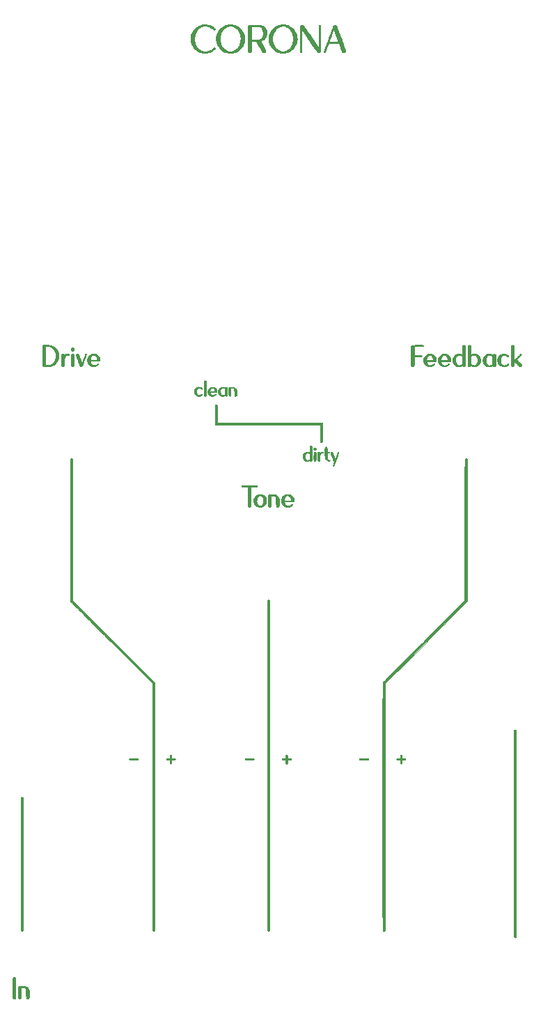
<source format=gto>
G04 #@! TF.GenerationSoftware,KiCad,Pcbnew,(5.0.0)*
G04 #@! TF.CreationDate,2018-11-19T22:29:05+01:00*
G04 #@! TF.ProjectId,Corona_panel_16hp,436F726F6E615F70616E656C5F313668,1*
G04 #@! TF.SameCoordinates,Original*
G04 #@! TF.FileFunction,Legend,Top*
G04 #@! TF.FilePolarity,Positive*
%FSLAX46Y46*%
G04 Gerber Fmt 4.6, Leading zero omitted, Abs format (unit mm)*
G04 Created by KiCad (PCBNEW (5.0.0)) date 11/19/18 22:29:05*
%MOMM*%
%LPD*%
G01*
G04 APERTURE LIST*
%ADD10C,0.010000*%
G04 APERTURE END LIST*
D10*
G04 #@! TO.C,G\002A\002A\002A*
G36*
X48024279Y-1922559D02*
X48077119Y-1955665D01*
X48121065Y-2004394D01*
X48148349Y-2055854D01*
X48154489Y-2072076D01*
X48167446Y-2107009D01*
X48186790Y-2159481D01*
X48212092Y-2228317D01*
X48242922Y-2312342D01*
X48278850Y-2410381D01*
X48319446Y-2521260D01*
X48364280Y-2643804D01*
X48412923Y-2776839D01*
X48464943Y-2919191D01*
X48519912Y-3069684D01*
X48577400Y-3227145D01*
X48636976Y-3390398D01*
X48685287Y-3522834D01*
X48757225Y-3720134D01*
X48822226Y-3898566D01*
X48880640Y-4059131D01*
X48932816Y-4202832D01*
X48979105Y-4330673D01*
X49019858Y-4443656D01*
X49055423Y-4542785D01*
X49086151Y-4629062D01*
X49112393Y-4703491D01*
X49134498Y-4767074D01*
X49152817Y-4820815D01*
X49167699Y-4865717D01*
X49179495Y-4902782D01*
X49188555Y-4933013D01*
X49195228Y-4957415D01*
X49199866Y-4976988D01*
X49202818Y-4992738D01*
X49204434Y-5005666D01*
X49204846Y-5011298D01*
X49205907Y-5057261D01*
X49202094Y-5090590D01*
X49192185Y-5119499D01*
X49187227Y-5129748D01*
X49150058Y-5181027D01*
X49100512Y-5217675D01*
X49042293Y-5238821D01*
X48979107Y-5243596D01*
X48914657Y-5231130D01*
X48861470Y-5206218D01*
X48833086Y-5184188D01*
X48810476Y-5159183D01*
X48809596Y-5157873D01*
X48802494Y-5142695D01*
X48788986Y-5109625D01*
X48769838Y-5060688D01*
X48745817Y-4997906D01*
X48717690Y-4923302D01*
X48686224Y-4838900D01*
X48652185Y-4746722D01*
X48616341Y-4648791D01*
X48609807Y-4630847D01*
X48428073Y-4131375D01*
X47150089Y-4131375D01*
X46957641Y-4665834D01*
X46920823Y-4767698D01*
X46885783Y-4863900D01*
X46853235Y-4952528D01*
X46823893Y-5031675D01*
X46798471Y-5099429D01*
X46777684Y-5153883D01*
X46762244Y-5193126D01*
X46752866Y-5215250D01*
X46750743Y-5219208D01*
X46727501Y-5235158D01*
X46693833Y-5243377D01*
X46659533Y-5242382D01*
X46641041Y-5235802D01*
X46616382Y-5216395D01*
X46605812Y-5191640D01*
X46604162Y-5168117D01*
X46607729Y-5154675D01*
X46618205Y-5122470D01*
X46635195Y-5072602D01*
X46658304Y-5006174D01*
X46687138Y-4924288D01*
X46721300Y-4828047D01*
X46760397Y-4718553D01*
X46804033Y-4596908D01*
X46851815Y-4464214D01*
X46903346Y-4321573D01*
X46958231Y-4170088D01*
X47016077Y-4010861D01*
X47034943Y-3959061D01*
X47217833Y-3959061D01*
X47228095Y-3960621D01*
X47257595Y-3962085D01*
X47304406Y-3963425D01*
X47366598Y-3964613D01*
X47442245Y-3965622D01*
X47529417Y-3966423D01*
X47626188Y-3966988D01*
X47730627Y-3967290D01*
X47789333Y-3967334D01*
X47897102Y-3967198D01*
X47998239Y-3966808D01*
X48090816Y-3966190D01*
X48172906Y-3965369D01*
X48242578Y-3964370D01*
X48297907Y-3963219D01*
X48336963Y-3961941D01*
X48357818Y-3960561D01*
X48360833Y-3959786D01*
X48357298Y-3946628D01*
X48347142Y-3915875D01*
X48331035Y-3869348D01*
X48309649Y-3808864D01*
X48283656Y-3736243D01*
X48253726Y-3653304D01*
X48220531Y-3561867D01*
X48184743Y-3463750D01*
X48147033Y-3360772D01*
X48108072Y-3254753D01*
X48068532Y-3147511D01*
X48029084Y-3040867D01*
X47990399Y-2936638D01*
X47953148Y-2836644D01*
X47918004Y-2742705D01*
X47885638Y-2656638D01*
X47856720Y-2580264D01*
X47831923Y-2515401D01*
X47811917Y-2463869D01*
X47797374Y-2427486D01*
X47788966Y-2408073D01*
X47787135Y-2405341D01*
X47782169Y-2417553D01*
X47770695Y-2447656D01*
X47753392Y-2493800D01*
X47730938Y-2554134D01*
X47704011Y-2626806D01*
X47673290Y-2709964D01*
X47639453Y-2801759D01*
X47603178Y-2900338D01*
X47565143Y-3003851D01*
X47526028Y-3110446D01*
X47486509Y-3218273D01*
X47447266Y-3325479D01*
X47408977Y-3430215D01*
X47372320Y-3530628D01*
X47337973Y-3624867D01*
X47306614Y-3711082D01*
X47278923Y-3787421D01*
X47255576Y-3852033D01*
X47237253Y-3903066D01*
X47224632Y-3938671D01*
X47218391Y-3956995D01*
X47217833Y-3959061D01*
X47034943Y-3959061D01*
X47076488Y-3844994D01*
X47139070Y-3673590D01*
X47163396Y-3607075D01*
X47226829Y-3433681D01*
X47288398Y-3265328D01*
X47347698Y-3103127D01*
X47404323Y-2948187D01*
X47457871Y-2801617D01*
X47507934Y-2664527D01*
X47554109Y-2538027D01*
X47595991Y-2423225D01*
X47633175Y-2321233D01*
X47665255Y-2233158D01*
X47691828Y-2160111D01*
X47712488Y-2103201D01*
X47726831Y-2063537D01*
X47734451Y-2042229D01*
X47735486Y-2039219D01*
X47751226Y-2008568D01*
X47776410Y-1975975D01*
X47789174Y-1963194D01*
X47844992Y-1925395D01*
X47904956Y-1906583D01*
X47965805Y-1905918D01*
X48024279Y-1922559D01*
X48024279Y-1922559D01*
G37*
X48024279Y-1922559D02*
X48077119Y-1955665D01*
X48121065Y-2004394D01*
X48148349Y-2055854D01*
X48154489Y-2072076D01*
X48167446Y-2107009D01*
X48186790Y-2159481D01*
X48212092Y-2228317D01*
X48242922Y-2312342D01*
X48278850Y-2410381D01*
X48319446Y-2521260D01*
X48364280Y-2643804D01*
X48412923Y-2776839D01*
X48464943Y-2919191D01*
X48519912Y-3069684D01*
X48577400Y-3227145D01*
X48636976Y-3390398D01*
X48685287Y-3522834D01*
X48757225Y-3720134D01*
X48822226Y-3898566D01*
X48880640Y-4059131D01*
X48932816Y-4202832D01*
X48979105Y-4330673D01*
X49019858Y-4443656D01*
X49055423Y-4542785D01*
X49086151Y-4629062D01*
X49112393Y-4703491D01*
X49134498Y-4767074D01*
X49152817Y-4820815D01*
X49167699Y-4865717D01*
X49179495Y-4902782D01*
X49188555Y-4933013D01*
X49195228Y-4957415D01*
X49199866Y-4976988D01*
X49202818Y-4992738D01*
X49204434Y-5005666D01*
X49204846Y-5011298D01*
X49205907Y-5057261D01*
X49202094Y-5090590D01*
X49192185Y-5119499D01*
X49187227Y-5129748D01*
X49150058Y-5181027D01*
X49100512Y-5217675D01*
X49042293Y-5238821D01*
X48979107Y-5243596D01*
X48914657Y-5231130D01*
X48861470Y-5206218D01*
X48833086Y-5184188D01*
X48810476Y-5159183D01*
X48809596Y-5157873D01*
X48802494Y-5142695D01*
X48788986Y-5109625D01*
X48769838Y-5060688D01*
X48745817Y-4997906D01*
X48717690Y-4923302D01*
X48686224Y-4838900D01*
X48652185Y-4746722D01*
X48616341Y-4648791D01*
X48609807Y-4630847D01*
X48428073Y-4131375D01*
X47150089Y-4131375D01*
X46957641Y-4665834D01*
X46920823Y-4767698D01*
X46885783Y-4863900D01*
X46853235Y-4952528D01*
X46823893Y-5031675D01*
X46798471Y-5099429D01*
X46777684Y-5153883D01*
X46762244Y-5193126D01*
X46752866Y-5215250D01*
X46750743Y-5219208D01*
X46727501Y-5235158D01*
X46693833Y-5243377D01*
X46659533Y-5242382D01*
X46641041Y-5235802D01*
X46616382Y-5216395D01*
X46605812Y-5191640D01*
X46604162Y-5168117D01*
X46607729Y-5154675D01*
X46618205Y-5122470D01*
X46635195Y-5072602D01*
X46658304Y-5006174D01*
X46687138Y-4924288D01*
X46721300Y-4828047D01*
X46760397Y-4718553D01*
X46804033Y-4596908D01*
X46851815Y-4464214D01*
X46903346Y-4321573D01*
X46958231Y-4170088D01*
X47016077Y-4010861D01*
X47034943Y-3959061D01*
X47217833Y-3959061D01*
X47228095Y-3960621D01*
X47257595Y-3962085D01*
X47304406Y-3963425D01*
X47366598Y-3964613D01*
X47442245Y-3965622D01*
X47529417Y-3966423D01*
X47626188Y-3966988D01*
X47730627Y-3967290D01*
X47789333Y-3967334D01*
X47897102Y-3967198D01*
X47998239Y-3966808D01*
X48090816Y-3966190D01*
X48172906Y-3965369D01*
X48242578Y-3964370D01*
X48297907Y-3963219D01*
X48336963Y-3961941D01*
X48357818Y-3960561D01*
X48360833Y-3959786D01*
X48357298Y-3946628D01*
X48347142Y-3915875D01*
X48331035Y-3869348D01*
X48309649Y-3808864D01*
X48283656Y-3736243D01*
X48253726Y-3653304D01*
X48220531Y-3561867D01*
X48184743Y-3463750D01*
X48147033Y-3360772D01*
X48108072Y-3254753D01*
X48068532Y-3147511D01*
X48029084Y-3040867D01*
X47990399Y-2936638D01*
X47953148Y-2836644D01*
X47918004Y-2742705D01*
X47885638Y-2656638D01*
X47856720Y-2580264D01*
X47831923Y-2515401D01*
X47811917Y-2463869D01*
X47797374Y-2427486D01*
X47788966Y-2408073D01*
X47787135Y-2405341D01*
X47782169Y-2417553D01*
X47770695Y-2447656D01*
X47753392Y-2493800D01*
X47730938Y-2554134D01*
X47704011Y-2626806D01*
X47673290Y-2709964D01*
X47639453Y-2801759D01*
X47603178Y-2900338D01*
X47565143Y-3003851D01*
X47526028Y-3110446D01*
X47486509Y-3218273D01*
X47447266Y-3325479D01*
X47408977Y-3430215D01*
X47372320Y-3530628D01*
X47337973Y-3624867D01*
X47306614Y-3711082D01*
X47278923Y-3787421D01*
X47255576Y-3852033D01*
X47237253Y-3903066D01*
X47224632Y-3938671D01*
X47218391Y-3956995D01*
X47217833Y-3959061D01*
X47034943Y-3959061D01*
X47076488Y-3844994D01*
X47139070Y-3673590D01*
X47163396Y-3607075D01*
X47226829Y-3433681D01*
X47288398Y-3265328D01*
X47347698Y-3103127D01*
X47404323Y-2948187D01*
X47457871Y-2801617D01*
X47507934Y-2664527D01*
X47554109Y-2538027D01*
X47595991Y-2423225D01*
X47633175Y-2321233D01*
X47665255Y-2233158D01*
X47691828Y-2160111D01*
X47712488Y-2103201D01*
X47726831Y-2063537D01*
X47734451Y-2042229D01*
X47735486Y-2039219D01*
X47751226Y-2008568D01*
X47776410Y-1975975D01*
X47789174Y-1963194D01*
X47844992Y-1925395D01*
X47904956Y-1906583D01*
X47965805Y-1905918D01*
X48024279Y-1922559D01*
G36*
X46128310Y-1907390D02*
X46163598Y-1927928D01*
X46165272Y-1929561D01*
X46191250Y-1955538D01*
X46190444Y-3514415D01*
X46190284Y-3741200D01*
X46190042Y-3947559D01*
X46189714Y-4134233D01*
X46189292Y-4301964D01*
X46188771Y-4451491D01*
X46188145Y-4583557D01*
X46187407Y-4698901D01*
X46186552Y-4798265D01*
X46185572Y-4882390D01*
X46184463Y-4952016D01*
X46183217Y-5007884D01*
X46181828Y-5050736D01*
X46180291Y-5081312D01*
X46178599Y-5100353D01*
X46177151Y-5107719D01*
X46147098Y-5161010D01*
X46101716Y-5202377D01*
X46044527Y-5229528D01*
X45979052Y-5240167D01*
X45973740Y-5240236D01*
X45906386Y-5233703D01*
X45852504Y-5212977D01*
X45813206Y-5181572D01*
X45803519Y-5169130D01*
X45782392Y-5140306D01*
X45750511Y-5096070D01*
X45708561Y-5037390D01*
X45657226Y-4965236D01*
X45597190Y-4880577D01*
X45529139Y-4784382D01*
X45453758Y-4677620D01*
X45371729Y-4561260D01*
X45283740Y-4436271D01*
X45190473Y-4303623D01*
X45092614Y-4164284D01*
X44990847Y-4019224D01*
X44885857Y-3869412D01*
X44846965Y-3813875D01*
X44741270Y-3662955D01*
X44638759Y-3516647D01*
X44540100Y-3375904D01*
X44445961Y-3241675D01*
X44357012Y-3114911D01*
X44273919Y-2996564D01*
X44197352Y-2887584D01*
X44127980Y-2788922D01*
X44066469Y-2701529D01*
X44013490Y-2626355D01*
X43969709Y-2564352D01*
X43935796Y-2516471D01*
X43912420Y-2483662D01*
X43900247Y-2466875D01*
X43898682Y-2464878D01*
X43896543Y-2465028D01*
X43894616Y-2470917D01*
X43892892Y-2483536D01*
X43891361Y-2503877D01*
X43890011Y-2532933D01*
X43888831Y-2571695D01*
X43887812Y-2621155D01*
X43886942Y-2682306D01*
X43886212Y-2756139D01*
X43885609Y-2843646D01*
X43885124Y-2945820D01*
X43884746Y-3063651D01*
X43884464Y-3198133D01*
X43884268Y-3350257D01*
X43884147Y-3521015D01*
X43884090Y-3711400D01*
X43884083Y-3825460D01*
X43884044Y-4032448D01*
X43883922Y-4219185D01*
X43883708Y-4386583D01*
X43883393Y-4535557D01*
X43882968Y-4667021D01*
X43882426Y-4781889D01*
X43881756Y-4881075D01*
X43880951Y-4965494D01*
X43880002Y-5036059D01*
X43878899Y-5093685D01*
X43877635Y-5139285D01*
X43876201Y-5173774D01*
X43874588Y-5198067D01*
X43872787Y-5213076D01*
X43870819Y-5219677D01*
X43849041Y-5234623D01*
X43815847Y-5242817D01*
X43780309Y-5242810D01*
X43759575Y-5237440D01*
X43737658Y-5220058D01*
X43725179Y-5199887D01*
X43723720Y-5185562D01*
X43722372Y-5151520D01*
X43721133Y-5099209D01*
X43720005Y-5030079D01*
X43718985Y-4945578D01*
X43718074Y-4847156D01*
X43717272Y-4736262D01*
X43716577Y-4614344D01*
X43715990Y-4482852D01*
X43715509Y-4343234D01*
X43715135Y-4196940D01*
X43714867Y-4045418D01*
X43714704Y-3890118D01*
X43714646Y-3732488D01*
X43714692Y-3573978D01*
X43714843Y-3416037D01*
X43715097Y-3260113D01*
X43715454Y-3107655D01*
X43715914Y-2960113D01*
X43716476Y-2818935D01*
X43717140Y-2685571D01*
X43717905Y-2561470D01*
X43718770Y-2448079D01*
X43719736Y-2346849D01*
X43720802Y-2259229D01*
X43721967Y-2186667D01*
X43723230Y-2130613D01*
X43724593Y-2092514D01*
X43726053Y-2073822D01*
X43726192Y-2073129D01*
X43749744Y-2014872D01*
X43789063Y-1966262D01*
X43840081Y-1930191D01*
X43898727Y-1909551D01*
X43959780Y-1907094D01*
X44002589Y-1914942D01*
X44039715Y-1929139D01*
X44074459Y-1952269D01*
X44110122Y-1986918D01*
X44150005Y-2035671D01*
X44184995Y-2083500D01*
X44201308Y-2106569D01*
X44229011Y-2145862D01*
X44267333Y-2200281D01*
X44315501Y-2268727D01*
X44372742Y-2350101D01*
X44438284Y-2443304D01*
X44511354Y-2547239D01*
X44591181Y-2660805D01*
X44676992Y-2782905D01*
X44768014Y-2912439D01*
X44863476Y-3048309D01*
X44962604Y-3189417D01*
X45064627Y-3334663D01*
X45144020Y-3447706D01*
X46016625Y-4690203D01*
X46021916Y-3317123D01*
X46027208Y-1944044D01*
X46052193Y-1923814D01*
X46089264Y-1905921D01*
X46128310Y-1907390D01*
X46128310Y-1907390D01*
G37*
X46128310Y-1907390D02*
X46163598Y-1927928D01*
X46165272Y-1929561D01*
X46191250Y-1955538D01*
X46190444Y-3514415D01*
X46190284Y-3741200D01*
X46190042Y-3947559D01*
X46189714Y-4134233D01*
X46189292Y-4301964D01*
X46188771Y-4451491D01*
X46188145Y-4583557D01*
X46187407Y-4698901D01*
X46186552Y-4798265D01*
X46185572Y-4882390D01*
X46184463Y-4952016D01*
X46183217Y-5007884D01*
X46181828Y-5050736D01*
X46180291Y-5081312D01*
X46178599Y-5100353D01*
X46177151Y-5107719D01*
X46147098Y-5161010D01*
X46101716Y-5202377D01*
X46044527Y-5229528D01*
X45979052Y-5240167D01*
X45973740Y-5240236D01*
X45906386Y-5233703D01*
X45852504Y-5212977D01*
X45813206Y-5181572D01*
X45803519Y-5169130D01*
X45782392Y-5140306D01*
X45750511Y-5096070D01*
X45708561Y-5037390D01*
X45657226Y-4965236D01*
X45597190Y-4880577D01*
X45529139Y-4784382D01*
X45453758Y-4677620D01*
X45371729Y-4561260D01*
X45283740Y-4436271D01*
X45190473Y-4303623D01*
X45092614Y-4164284D01*
X44990847Y-4019224D01*
X44885857Y-3869412D01*
X44846965Y-3813875D01*
X44741270Y-3662955D01*
X44638759Y-3516647D01*
X44540100Y-3375904D01*
X44445961Y-3241675D01*
X44357012Y-3114911D01*
X44273919Y-2996564D01*
X44197352Y-2887584D01*
X44127980Y-2788922D01*
X44066469Y-2701529D01*
X44013490Y-2626355D01*
X43969709Y-2564352D01*
X43935796Y-2516471D01*
X43912420Y-2483662D01*
X43900247Y-2466875D01*
X43898682Y-2464878D01*
X43896543Y-2465028D01*
X43894616Y-2470917D01*
X43892892Y-2483536D01*
X43891361Y-2503877D01*
X43890011Y-2532933D01*
X43888831Y-2571695D01*
X43887812Y-2621155D01*
X43886942Y-2682306D01*
X43886212Y-2756139D01*
X43885609Y-2843646D01*
X43885124Y-2945820D01*
X43884746Y-3063651D01*
X43884464Y-3198133D01*
X43884268Y-3350257D01*
X43884147Y-3521015D01*
X43884090Y-3711400D01*
X43884083Y-3825460D01*
X43884044Y-4032448D01*
X43883922Y-4219185D01*
X43883708Y-4386583D01*
X43883393Y-4535557D01*
X43882968Y-4667021D01*
X43882426Y-4781889D01*
X43881756Y-4881075D01*
X43880951Y-4965494D01*
X43880002Y-5036059D01*
X43878899Y-5093685D01*
X43877635Y-5139285D01*
X43876201Y-5173774D01*
X43874588Y-5198067D01*
X43872787Y-5213076D01*
X43870819Y-5219677D01*
X43849041Y-5234623D01*
X43815847Y-5242817D01*
X43780309Y-5242810D01*
X43759575Y-5237440D01*
X43737658Y-5220058D01*
X43725179Y-5199887D01*
X43723720Y-5185562D01*
X43722372Y-5151520D01*
X43721133Y-5099209D01*
X43720005Y-5030079D01*
X43718985Y-4945578D01*
X43718074Y-4847156D01*
X43717272Y-4736262D01*
X43716577Y-4614344D01*
X43715990Y-4482852D01*
X43715509Y-4343234D01*
X43715135Y-4196940D01*
X43714867Y-4045418D01*
X43714704Y-3890118D01*
X43714646Y-3732488D01*
X43714692Y-3573978D01*
X43714843Y-3416037D01*
X43715097Y-3260113D01*
X43715454Y-3107655D01*
X43715914Y-2960113D01*
X43716476Y-2818935D01*
X43717140Y-2685571D01*
X43717905Y-2561470D01*
X43718770Y-2448079D01*
X43719736Y-2346849D01*
X43720802Y-2259229D01*
X43721967Y-2186667D01*
X43723230Y-2130613D01*
X43724593Y-2092514D01*
X43726053Y-2073822D01*
X43726192Y-2073129D01*
X43749744Y-2014872D01*
X43789063Y-1966262D01*
X43840081Y-1930191D01*
X43898727Y-1909551D01*
X43959780Y-1907094D01*
X44002589Y-1914942D01*
X44039715Y-1929139D01*
X44074459Y-1952269D01*
X44110122Y-1986918D01*
X44150005Y-2035671D01*
X44184995Y-2083500D01*
X44201308Y-2106569D01*
X44229011Y-2145862D01*
X44267333Y-2200281D01*
X44315501Y-2268727D01*
X44372742Y-2350101D01*
X44438284Y-2443304D01*
X44511354Y-2547239D01*
X44591181Y-2660805D01*
X44676992Y-2782905D01*
X44768014Y-2912439D01*
X44863476Y-3048309D01*
X44962604Y-3189417D01*
X45064627Y-3334663D01*
X45144020Y-3447706D01*
X46016625Y-4690203D01*
X46021916Y-3317123D01*
X46027208Y-1944044D01*
X46052193Y-1923814D01*
X46089264Y-1905921D01*
X46128310Y-1907390D01*
G36*
X38296070Y-1908918D02*
X38414172Y-1909074D01*
X38514504Y-1909387D01*
X38598764Y-1909898D01*
X38668651Y-1910650D01*
X38725862Y-1911686D01*
X38772097Y-1913048D01*
X38809052Y-1914779D01*
X38838427Y-1916922D01*
X38861920Y-1919518D01*
X38881229Y-1922610D01*
X38898051Y-1926242D01*
X38903173Y-1927521D01*
X39046776Y-1974463D01*
X39177709Y-2037954D01*
X39295213Y-2117264D01*
X39398527Y-2211664D01*
X39486890Y-2320427D01*
X39559541Y-2442824D01*
X39615721Y-2578125D01*
X39630077Y-2623962D01*
X39645037Y-2692942D01*
X39655059Y-2775531D01*
X39659898Y-2864697D01*
X39659307Y-2953408D01*
X39653043Y-3034633D01*
X39645974Y-3079282D01*
X39608820Y-3212316D01*
X39553391Y-3338215D01*
X39481428Y-3455019D01*
X39394674Y-3560766D01*
X39294868Y-3653496D01*
X39183754Y-3731248D01*
X39063071Y-3792060D01*
X38989291Y-3818823D01*
X38950928Y-3830830D01*
X38919522Y-3840678D01*
X38901448Y-3846369D01*
X38900787Y-3846579D01*
X38892264Y-3855208D01*
X38897109Y-3864271D01*
X38904233Y-3875627D01*
X38920926Y-3903666D01*
X38946218Y-3946715D01*
X38979134Y-4003103D01*
X39018703Y-4071158D01*
X39063953Y-4149208D01*
X39113910Y-4235581D01*
X39167603Y-4328605D01*
X39212508Y-4406542D01*
X39517164Y-4935709D01*
X39521625Y-5006683D01*
X39517707Y-5079172D01*
X39496635Y-5139958D01*
X39459143Y-5188029D01*
X39405963Y-5222375D01*
X39353031Y-5239204D01*
X39293790Y-5243543D01*
X39234712Y-5233895D01*
X39182601Y-5212003D01*
X39151071Y-5187451D01*
X39141198Y-5173487D01*
X39121779Y-5142686D01*
X39093735Y-5096609D01*
X39057984Y-5036817D01*
X39015448Y-4964870D01*
X38967047Y-4882331D01*
X38913700Y-4790760D01*
X38856327Y-4691717D01*
X38795849Y-4586765D01*
X38753167Y-4512375D01*
X38383394Y-3866792D01*
X37777500Y-3861176D01*
X37777440Y-4456650D01*
X37777212Y-4609420D01*
X37776559Y-4741164D01*
X37775477Y-4852018D01*
X37773965Y-4942121D01*
X37772020Y-5011608D01*
X37769639Y-5060616D01*
X37766821Y-5089282D01*
X37765752Y-5094459D01*
X37741227Y-5146114D01*
X37700920Y-5189246D01*
X37649274Y-5221573D01*
X37590733Y-5240814D01*
X37529739Y-5244687D01*
X37488029Y-5237052D01*
X37436330Y-5212557D01*
X37388734Y-5173902D01*
X37363795Y-5143813D01*
X37338291Y-5106593D01*
X37338291Y-3692952D01*
X37777500Y-3692952D01*
X38277807Y-3689914D01*
X38778115Y-3686875D01*
X38848082Y-3652419D01*
X38926100Y-3602695D01*
X38997246Y-3534931D01*
X39060397Y-3451462D01*
X39114425Y-3354619D01*
X39158205Y-3246738D01*
X39190612Y-3130149D01*
X39210521Y-3007187D01*
X39216833Y-2888051D01*
X39208242Y-2744636D01*
X39183105Y-2605653D01*
X39142378Y-2474873D01*
X39087014Y-2356066D01*
X39078370Y-2340979D01*
X39029745Y-2271408D01*
X38969975Y-2206600D01*
X38904553Y-2151807D01*
X38839275Y-2112421D01*
X38767041Y-2078209D01*
X38272270Y-2075075D01*
X37777500Y-2071941D01*
X37777500Y-3692952D01*
X37338291Y-3692952D01*
X37338291Y-2042990D01*
X37370041Y-1998042D01*
X37398014Y-1966236D01*
X37431274Y-1938790D01*
X37444125Y-1930984D01*
X37453116Y-1926516D01*
X37462765Y-1922694D01*
X37474701Y-1919468D01*
X37490559Y-1916787D01*
X37511969Y-1914602D01*
X37540564Y-1912861D01*
X37577975Y-1911514D01*
X37625836Y-1910511D01*
X37685778Y-1909800D01*
X37759433Y-1909332D01*
X37848433Y-1909056D01*
X37954411Y-1908922D01*
X38078998Y-1908879D01*
X38158500Y-1908875D01*
X38296070Y-1908918D01*
X38296070Y-1908918D01*
G37*
X38296070Y-1908918D02*
X38414172Y-1909074D01*
X38514504Y-1909387D01*
X38598764Y-1909898D01*
X38668651Y-1910650D01*
X38725862Y-1911686D01*
X38772097Y-1913048D01*
X38809052Y-1914779D01*
X38838427Y-1916922D01*
X38861920Y-1919518D01*
X38881229Y-1922610D01*
X38898051Y-1926242D01*
X38903173Y-1927521D01*
X39046776Y-1974463D01*
X39177709Y-2037954D01*
X39295213Y-2117264D01*
X39398527Y-2211664D01*
X39486890Y-2320427D01*
X39559541Y-2442824D01*
X39615721Y-2578125D01*
X39630077Y-2623962D01*
X39645037Y-2692942D01*
X39655059Y-2775531D01*
X39659898Y-2864697D01*
X39659307Y-2953408D01*
X39653043Y-3034633D01*
X39645974Y-3079282D01*
X39608820Y-3212316D01*
X39553391Y-3338215D01*
X39481428Y-3455019D01*
X39394674Y-3560766D01*
X39294868Y-3653496D01*
X39183754Y-3731248D01*
X39063071Y-3792060D01*
X38989291Y-3818823D01*
X38950928Y-3830830D01*
X38919522Y-3840678D01*
X38901448Y-3846369D01*
X38900787Y-3846579D01*
X38892264Y-3855208D01*
X38897109Y-3864271D01*
X38904233Y-3875627D01*
X38920926Y-3903666D01*
X38946218Y-3946715D01*
X38979134Y-4003103D01*
X39018703Y-4071158D01*
X39063953Y-4149208D01*
X39113910Y-4235581D01*
X39167603Y-4328605D01*
X39212508Y-4406542D01*
X39517164Y-4935709D01*
X39521625Y-5006683D01*
X39517707Y-5079172D01*
X39496635Y-5139958D01*
X39459143Y-5188029D01*
X39405963Y-5222375D01*
X39353031Y-5239204D01*
X39293790Y-5243543D01*
X39234712Y-5233895D01*
X39182601Y-5212003D01*
X39151071Y-5187451D01*
X39141198Y-5173487D01*
X39121779Y-5142686D01*
X39093735Y-5096609D01*
X39057984Y-5036817D01*
X39015448Y-4964870D01*
X38967047Y-4882331D01*
X38913700Y-4790760D01*
X38856327Y-4691717D01*
X38795849Y-4586765D01*
X38753167Y-4512375D01*
X38383394Y-3866792D01*
X37777500Y-3861176D01*
X37777440Y-4456650D01*
X37777212Y-4609420D01*
X37776559Y-4741164D01*
X37775477Y-4852018D01*
X37773965Y-4942121D01*
X37772020Y-5011608D01*
X37769639Y-5060616D01*
X37766821Y-5089282D01*
X37765752Y-5094459D01*
X37741227Y-5146114D01*
X37700920Y-5189246D01*
X37649274Y-5221573D01*
X37590733Y-5240814D01*
X37529739Y-5244687D01*
X37488029Y-5237052D01*
X37436330Y-5212557D01*
X37388734Y-5173902D01*
X37363795Y-5143813D01*
X37338291Y-5106593D01*
X37338291Y-3692952D01*
X37777500Y-3692952D01*
X38277807Y-3689914D01*
X38778115Y-3686875D01*
X38848082Y-3652419D01*
X38926100Y-3602695D01*
X38997246Y-3534931D01*
X39060397Y-3451462D01*
X39114425Y-3354619D01*
X39158205Y-3246738D01*
X39190612Y-3130149D01*
X39210521Y-3007187D01*
X39216833Y-2888051D01*
X39208242Y-2744636D01*
X39183105Y-2605653D01*
X39142378Y-2474873D01*
X39087014Y-2356066D01*
X39078370Y-2340979D01*
X39029745Y-2271408D01*
X38969975Y-2206600D01*
X38904553Y-2151807D01*
X38839275Y-2112421D01*
X38767041Y-2078209D01*
X38272270Y-2075075D01*
X37777500Y-2071941D01*
X37777500Y-3692952D01*
X37338291Y-3692952D01*
X37338291Y-2042990D01*
X37370041Y-1998042D01*
X37398014Y-1966236D01*
X37431274Y-1938790D01*
X37444125Y-1930984D01*
X37453116Y-1926516D01*
X37462765Y-1922694D01*
X37474701Y-1919468D01*
X37490559Y-1916787D01*
X37511969Y-1914602D01*
X37540564Y-1912861D01*
X37577975Y-1911514D01*
X37625836Y-1910511D01*
X37685778Y-1909800D01*
X37759433Y-1909332D01*
X37848433Y-1909056D01*
X37954411Y-1908922D01*
X38078998Y-1908879D01*
X38158500Y-1908875D01*
X38296070Y-1908918D01*
G36*
X41695543Y-1854703D02*
X41868349Y-1870749D01*
X42031110Y-1902224D01*
X42189124Y-1950519D01*
X42347688Y-2017021D01*
X42386541Y-2035909D01*
X42555464Y-2131154D01*
X42708863Y-2240784D01*
X42846805Y-2364865D01*
X42969357Y-2503465D01*
X43076585Y-2656652D01*
X43168556Y-2824491D01*
X43170453Y-2828443D01*
X43228628Y-2961570D01*
X43272815Y-3090679D01*
X43304814Y-3222519D01*
X43326421Y-3363842D01*
X43334122Y-3443018D01*
X43339162Y-3633118D01*
X43323443Y-3820826D01*
X43287208Y-4004823D01*
X43230697Y-4183792D01*
X43175100Y-4314036D01*
X43082874Y-4483427D01*
X42974686Y-4639357D01*
X42851513Y-4781058D01*
X42714329Y-4907764D01*
X42564111Y-5018709D01*
X42401833Y-5113125D01*
X42228472Y-5190246D01*
X42045002Y-5249305D01*
X41958731Y-5269929D01*
X41905477Y-5278617D01*
X41836361Y-5285903D01*
X41756655Y-5291601D01*
X41671630Y-5295525D01*
X41586557Y-5297488D01*
X41506705Y-5297305D01*
X41437347Y-5294790D01*
X41386416Y-5290131D01*
X41197722Y-5253948D01*
X41016805Y-5198416D01*
X40844679Y-5124035D01*
X40682358Y-5031306D01*
X40530854Y-4920729D01*
X40402166Y-4803938D01*
X40300940Y-4695341D01*
X40215168Y-4587221D01*
X40140267Y-4473227D01*
X40071655Y-4347008D01*
X40069684Y-4343042D01*
X40008984Y-4208971D01*
X39962748Y-4078841D01*
X39928224Y-3944278D01*
X39913629Y-3867671D01*
X39905784Y-3818469D01*
X39900281Y-3774144D01*
X39896880Y-3729696D01*
X39895342Y-3680125D01*
X39895427Y-3620432D01*
X39896302Y-3575750D01*
X40355191Y-3575750D01*
X40356038Y-3679796D01*
X40359019Y-3767429D01*
X40364800Y-3843352D01*
X40374044Y-3912266D01*
X40387416Y-3978876D01*
X40405577Y-4047883D01*
X40429194Y-4123989D01*
X40435123Y-4141959D01*
X40497438Y-4301637D01*
X40574113Y-4451017D01*
X40663817Y-4588805D01*
X40765218Y-4713708D01*
X40876982Y-4824435D01*
X40997778Y-4919693D01*
X41126274Y-4998188D01*
X41261138Y-5058628D01*
X41401037Y-5099721D01*
X41427783Y-5105179D01*
X41495839Y-5113780D01*
X41576776Y-5117265D01*
X41663332Y-5115876D01*
X41748240Y-5109853D01*
X41824235Y-5099438D01*
X41864523Y-5090663D01*
X41996531Y-5047587D01*
X42119765Y-4989559D01*
X42237078Y-4914863D01*
X42351321Y-4821784D01*
X42418718Y-4757267D01*
X42500000Y-4670816D01*
X42567372Y-4588395D01*
X42625407Y-4503713D01*
X42678674Y-4410478D01*
X42697891Y-4372952D01*
X42772541Y-4200289D01*
X42828024Y-4021209D01*
X42864403Y-3837655D01*
X42881745Y-3651571D01*
X42880113Y-3464899D01*
X42859572Y-3279583D01*
X42820187Y-3097565D01*
X42762024Y-2920790D01*
X42685146Y-2751199D01*
X42641177Y-2672176D01*
X42549169Y-2534127D01*
X42446124Y-2410805D01*
X42333428Y-2302999D01*
X42212469Y-2211499D01*
X42084633Y-2137095D01*
X41951306Y-2080577D01*
X41813877Y-2042734D01*
X41673730Y-2024357D01*
X41532254Y-2026235D01*
X41510788Y-2028336D01*
X41364678Y-2054713D01*
X41224256Y-2100705D01*
X41090491Y-2165297D01*
X40964353Y-2247470D01*
X40846812Y-2346206D01*
X40738836Y-2460487D01*
X40641397Y-2589297D01*
X40555463Y-2731616D01*
X40482004Y-2886428D01*
X40421990Y-3052715D01*
X40379277Y-3215917D01*
X40371331Y-3254804D01*
X40365325Y-3291001D01*
X40360996Y-3328439D01*
X40358081Y-3371045D01*
X40356318Y-3422748D01*
X40355442Y-3487476D01*
X40355192Y-3569160D01*
X40355191Y-3575750D01*
X39896302Y-3575750D01*
X39896893Y-3545615D01*
X39897339Y-3528125D01*
X39900499Y-3435939D01*
X39904879Y-3360884D01*
X39910825Y-3298942D01*
X39918687Y-3246095D01*
X39924219Y-3218226D01*
X39974477Y-3034655D01*
X40042681Y-2860865D01*
X40127657Y-2697758D01*
X40228233Y-2546236D01*
X40343235Y-2407204D01*
X40471492Y-2281564D01*
X40611829Y-2170218D01*
X40763075Y-2074070D01*
X40924056Y-1994022D01*
X41093599Y-1930977D01*
X41270532Y-1885838D01*
X41453682Y-1859508D01*
X41641876Y-1852890D01*
X41695543Y-1854703D01*
X41695543Y-1854703D01*
G37*
X41695543Y-1854703D02*
X41868349Y-1870749D01*
X42031110Y-1902224D01*
X42189124Y-1950519D01*
X42347688Y-2017021D01*
X42386541Y-2035909D01*
X42555464Y-2131154D01*
X42708863Y-2240784D01*
X42846805Y-2364865D01*
X42969357Y-2503465D01*
X43076585Y-2656652D01*
X43168556Y-2824491D01*
X43170453Y-2828443D01*
X43228628Y-2961570D01*
X43272815Y-3090679D01*
X43304814Y-3222519D01*
X43326421Y-3363842D01*
X43334122Y-3443018D01*
X43339162Y-3633118D01*
X43323443Y-3820826D01*
X43287208Y-4004823D01*
X43230697Y-4183792D01*
X43175100Y-4314036D01*
X43082874Y-4483427D01*
X42974686Y-4639357D01*
X42851513Y-4781058D01*
X42714329Y-4907764D01*
X42564111Y-5018709D01*
X42401833Y-5113125D01*
X42228472Y-5190246D01*
X42045002Y-5249305D01*
X41958731Y-5269929D01*
X41905477Y-5278617D01*
X41836361Y-5285903D01*
X41756655Y-5291601D01*
X41671630Y-5295525D01*
X41586557Y-5297488D01*
X41506705Y-5297305D01*
X41437347Y-5294790D01*
X41386416Y-5290131D01*
X41197722Y-5253948D01*
X41016805Y-5198416D01*
X40844679Y-5124035D01*
X40682358Y-5031306D01*
X40530854Y-4920729D01*
X40402166Y-4803938D01*
X40300940Y-4695341D01*
X40215168Y-4587221D01*
X40140267Y-4473227D01*
X40071655Y-4347008D01*
X40069684Y-4343042D01*
X40008984Y-4208971D01*
X39962748Y-4078841D01*
X39928224Y-3944278D01*
X39913629Y-3867671D01*
X39905784Y-3818469D01*
X39900281Y-3774144D01*
X39896880Y-3729696D01*
X39895342Y-3680125D01*
X39895427Y-3620432D01*
X39896302Y-3575750D01*
X40355191Y-3575750D01*
X40356038Y-3679796D01*
X40359019Y-3767429D01*
X40364800Y-3843352D01*
X40374044Y-3912266D01*
X40387416Y-3978876D01*
X40405577Y-4047883D01*
X40429194Y-4123989D01*
X40435123Y-4141959D01*
X40497438Y-4301637D01*
X40574113Y-4451017D01*
X40663817Y-4588805D01*
X40765218Y-4713708D01*
X40876982Y-4824435D01*
X40997778Y-4919693D01*
X41126274Y-4998188D01*
X41261138Y-5058628D01*
X41401037Y-5099721D01*
X41427783Y-5105179D01*
X41495839Y-5113780D01*
X41576776Y-5117265D01*
X41663332Y-5115876D01*
X41748240Y-5109853D01*
X41824235Y-5099438D01*
X41864523Y-5090663D01*
X41996531Y-5047587D01*
X42119765Y-4989559D01*
X42237078Y-4914863D01*
X42351321Y-4821784D01*
X42418718Y-4757267D01*
X42500000Y-4670816D01*
X42567372Y-4588395D01*
X42625407Y-4503713D01*
X42678674Y-4410478D01*
X42697891Y-4372952D01*
X42772541Y-4200289D01*
X42828024Y-4021209D01*
X42864403Y-3837655D01*
X42881745Y-3651571D01*
X42880113Y-3464899D01*
X42859572Y-3279583D01*
X42820187Y-3097565D01*
X42762024Y-2920790D01*
X42685146Y-2751199D01*
X42641177Y-2672176D01*
X42549169Y-2534127D01*
X42446124Y-2410805D01*
X42333428Y-2302999D01*
X42212469Y-2211499D01*
X42084633Y-2137095D01*
X41951306Y-2080577D01*
X41813877Y-2042734D01*
X41673730Y-2024357D01*
X41532254Y-2026235D01*
X41510788Y-2028336D01*
X41364678Y-2054713D01*
X41224256Y-2100705D01*
X41090491Y-2165297D01*
X40964353Y-2247470D01*
X40846812Y-2346206D01*
X40738836Y-2460487D01*
X40641397Y-2589297D01*
X40555463Y-2731616D01*
X40482004Y-2886428D01*
X40421990Y-3052715D01*
X40379277Y-3215917D01*
X40371331Y-3254804D01*
X40365325Y-3291001D01*
X40360996Y-3328439D01*
X40358081Y-3371045D01*
X40356318Y-3422748D01*
X40355442Y-3487476D01*
X40355192Y-3569160D01*
X40355191Y-3575750D01*
X39896302Y-3575750D01*
X39896893Y-3545615D01*
X39897339Y-3528125D01*
X39900499Y-3435939D01*
X39904879Y-3360884D01*
X39910825Y-3298942D01*
X39918687Y-3246095D01*
X39924219Y-3218226D01*
X39974477Y-3034655D01*
X40042681Y-2860865D01*
X40127657Y-2697758D01*
X40228233Y-2546236D01*
X40343235Y-2407204D01*
X40471492Y-2281564D01*
X40611829Y-2170218D01*
X40763075Y-2074070D01*
X40924056Y-1994022D01*
X41093599Y-1930977D01*
X41270532Y-1885838D01*
X41453682Y-1859508D01*
X41641876Y-1852890D01*
X41695543Y-1854703D01*
G36*
X35369440Y-1857432D02*
X35415187Y-1861848D01*
X35597302Y-1892006D01*
X35774397Y-1941667D01*
X35944861Y-2009695D01*
X36107083Y-2094958D01*
X36259453Y-2196318D01*
X36400360Y-2312643D01*
X36528192Y-2442796D01*
X36641340Y-2585644D01*
X36738191Y-2740051D01*
X36781483Y-2824334D01*
X36853702Y-2997108D01*
X36905536Y-3170597D01*
X36937540Y-3347512D01*
X36950268Y-3530568D01*
X36948888Y-3644339D01*
X36936258Y-3806817D01*
X36911423Y-3956851D01*
X36873140Y-4100104D01*
X36820170Y-4242236D01*
X36815233Y-4253790D01*
X36740222Y-4407837D01*
X36652565Y-4549597D01*
X36549154Y-4683691D01*
X36460742Y-4780618D01*
X36319866Y-4910729D01*
X36167462Y-5023147D01*
X36004026Y-5117602D01*
X35830052Y-5193820D01*
X35646034Y-5251531D01*
X35570875Y-5269128D01*
X35503181Y-5280230D01*
X35420202Y-5288714D01*
X35327675Y-5294434D01*
X35231335Y-5297239D01*
X35136921Y-5296982D01*
X35050168Y-5293513D01*
X34976813Y-5286684D01*
X34964013Y-5284865D01*
X34778193Y-5246047D01*
X34600240Y-5188063D01*
X34431263Y-5111807D01*
X34272373Y-5018171D01*
X34124679Y-4908049D01*
X33989291Y-4782334D01*
X33867317Y-4641919D01*
X33759867Y-4487698D01*
X33668052Y-4320563D01*
X33614530Y-4198517D01*
X33563492Y-4043702D01*
X33527878Y-3878181D01*
X33507889Y-3705956D01*
X33504507Y-3563740D01*
X33959080Y-3563740D01*
X33964677Y-3721605D01*
X33981820Y-3874864D01*
X33999005Y-3968212D01*
X34044013Y-4134169D01*
X34104648Y-4291976D01*
X34179663Y-4440270D01*
X34267810Y-4577692D01*
X34367842Y-4702878D01*
X34478510Y-4814468D01*
X34598567Y-4911101D01*
X34726766Y-4991415D01*
X34861859Y-5054048D01*
X35002598Y-5097639D01*
X35041708Y-5106026D01*
X35105949Y-5114221D01*
X35183774Y-5117574D01*
X35268222Y-5116347D01*
X35352334Y-5110801D01*
X35429152Y-5101198D01*
X35486208Y-5089326D01*
X35622948Y-5041934D01*
X35756592Y-4974526D01*
X35885292Y-4888214D01*
X36007202Y-4784112D01*
X36030963Y-4760900D01*
X36144771Y-4632501D01*
X36243439Y-4490821D01*
X36326546Y-4337785D01*
X36393671Y-4175322D01*
X36444395Y-4005359D01*
X36478297Y-3829824D01*
X36494956Y-3650644D01*
X36493952Y-3469747D01*
X36474866Y-3289060D01*
X36437275Y-3110510D01*
X36410594Y-3020125D01*
X36378961Y-2934324D01*
X36337844Y-2839714D01*
X36290983Y-2744015D01*
X36242117Y-2654947D01*
X36203980Y-2593488D01*
X36152201Y-2523186D01*
X36088232Y-2447957D01*
X36017425Y-2373378D01*
X35945129Y-2305024D01*
X35876695Y-2248471D01*
X35863884Y-2239025D01*
X35751509Y-2167120D01*
X35632713Y-2107580D01*
X35514010Y-2063563D01*
X35484514Y-2055195D01*
X35386793Y-2036065D01*
X35278831Y-2026404D01*
X35168322Y-2026296D01*
X35062960Y-2035823D01*
X34990119Y-2049794D01*
X34847976Y-2095862D01*
X34712291Y-2161064D01*
X34584181Y-2244056D01*
X34464764Y-2343489D01*
X34355156Y-2458017D01*
X34256476Y-2586295D01*
X34169839Y-2726974D01*
X34096363Y-2878709D01*
X34037166Y-3040153D01*
X33993364Y-3209960D01*
X33983181Y-3263542D01*
X33965193Y-3408606D01*
X33959080Y-3563740D01*
X33504507Y-3563740D01*
X33503728Y-3531032D01*
X33515599Y-3357412D01*
X33543704Y-3189098D01*
X33560030Y-3122316D01*
X33618131Y-2946320D01*
X33695557Y-2776536D01*
X33790777Y-2615610D01*
X33902256Y-2466189D01*
X34005194Y-2353641D01*
X34124618Y-2244638D01*
X34249883Y-2150935D01*
X34387116Y-2068148D01*
X34449041Y-2035954D01*
X34626715Y-1958476D01*
X34807201Y-1901955D01*
X34990890Y-1866321D01*
X35178172Y-1851504D01*
X35369440Y-1857432D01*
X35369440Y-1857432D01*
G37*
X35369440Y-1857432D02*
X35415187Y-1861848D01*
X35597302Y-1892006D01*
X35774397Y-1941667D01*
X35944861Y-2009695D01*
X36107083Y-2094958D01*
X36259453Y-2196318D01*
X36400360Y-2312643D01*
X36528192Y-2442796D01*
X36641340Y-2585644D01*
X36738191Y-2740051D01*
X36781483Y-2824334D01*
X36853702Y-2997108D01*
X36905536Y-3170597D01*
X36937540Y-3347512D01*
X36950268Y-3530568D01*
X36948888Y-3644339D01*
X36936258Y-3806817D01*
X36911423Y-3956851D01*
X36873140Y-4100104D01*
X36820170Y-4242236D01*
X36815233Y-4253790D01*
X36740222Y-4407837D01*
X36652565Y-4549597D01*
X36549154Y-4683691D01*
X36460742Y-4780618D01*
X36319866Y-4910729D01*
X36167462Y-5023147D01*
X36004026Y-5117602D01*
X35830052Y-5193820D01*
X35646034Y-5251531D01*
X35570875Y-5269128D01*
X35503181Y-5280230D01*
X35420202Y-5288714D01*
X35327675Y-5294434D01*
X35231335Y-5297239D01*
X35136921Y-5296982D01*
X35050168Y-5293513D01*
X34976813Y-5286684D01*
X34964013Y-5284865D01*
X34778193Y-5246047D01*
X34600240Y-5188063D01*
X34431263Y-5111807D01*
X34272373Y-5018171D01*
X34124679Y-4908049D01*
X33989291Y-4782334D01*
X33867317Y-4641919D01*
X33759867Y-4487698D01*
X33668052Y-4320563D01*
X33614530Y-4198517D01*
X33563492Y-4043702D01*
X33527878Y-3878181D01*
X33507889Y-3705956D01*
X33504507Y-3563740D01*
X33959080Y-3563740D01*
X33964677Y-3721605D01*
X33981820Y-3874864D01*
X33999005Y-3968212D01*
X34044013Y-4134169D01*
X34104648Y-4291976D01*
X34179663Y-4440270D01*
X34267810Y-4577692D01*
X34367842Y-4702878D01*
X34478510Y-4814468D01*
X34598567Y-4911101D01*
X34726766Y-4991415D01*
X34861859Y-5054048D01*
X35002598Y-5097639D01*
X35041708Y-5106026D01*
X35105949Y-5114221D01*
X35183774Y-5117574D01*
X35268222Y-5116347D01*
X35352334Y-5110801D01*
X35429152Y-5101198D01*
X35486208Y-5089326D01*
X35622948Y-5041934D01*
X35756592Y-4974526D01*
X35885292Y-4888214D01*
X36007202Y-4784112D01*
X36030963Y-4760900D01*
X36144771Y-4632501D01*
X36243439Y-4490821D01*
X36326546Y-4337785D01*
X36393671Y-4175322D01*
X36444395Y-4005359D01*
X36478297Y-3829824D01*
X36494956Y-3650644D01*
X36493952Y-3469747D01*
X36474866Y-3289060D01*
X36437275Y-3110510D01*
X36410594Y-3020125D01*
X36378961Y-2934324D01*
X36337844Y-2839714D01*
X36290983Y-2744015D01*
X36242117Y-2654947D01*
X36203980Y-2593488D01*
X36152201Y-2523186D01*
X36088232Y-2447957D01*
X36017425Y-2373378D01*
X35945129Y-2305024D01*
X35876695Y-2248471D01*
X35863884Y-2239025D01*
X35751509Y-2167120D01*
X35632713Y-2107580D01*
X35514010Y-2063563D01*
X35484514Y-2055195D01*
X35386793Y-2036065D01*
X35278831Y-2026404D01*
X35168322Y-2026296D01*
X35062960Y-2035823D01*
X34990119Y-2049794D01*
X34847976Y-2095862D01*
X34712291Y-2161064D01*
X34584181Y-2244056D01*
X34464764Y-2343489D01*
X34355156Y-2458017D01*
X34256476Y-2586295D01*
X34169839Y-2726974D01*
X34096363Y-2878709D01*
X34037166Y-3040153D01*
X33993364Y-3209960D01*
X33983181Y-3263542D01*
X33965193Y-3408606D01*
X33959080Y-3563740D01*
X33504507Y-3563740D01*
X33503728Y-3531032D01*
X33515599Y-3357412D01*
X33543704Y-3189098D01*
X33560030Y-3122316D01*
X33618131Y-2946320D01*
X33695557Y-2776536D01*
X33790777Y-2615610D01*
X33902256Y-2466189D01*
X34005194Y-2353641D01*
X34124618Y-2244638D01*
X34249883Y-2150935D01*
X34387116Y-2068148D01*
X34449041Y-2035954D01*
X34626715Y-1958476D01*
X34807201Y-1901955D01*
X34990890Y-1866321D01*
X35178172Y-1851504D01*
X35369440Y-1857432D01*
G36*
X32223729Y-1854114D02*
X32313910Y-1861353D01*
X32503239Y-1891563D01*
X32685131Y-1941548D01*
X32859724Y-2011368D01*
X33027159Y-2101081D01*
X33187574Y-2210747D01*
X33250574Y-2260849D01*
X33296896Y-2300195D01*
X33328805Y-2330399D01*
X33348882Y-2354939D01*
X33359708Y-2377291D01*
X33363865Y-2400931D01*
X33364250Y-2413938D01*
X33356353Y-2455690D01*
X33333007Y-2483043D01*
X33294725Y-2495494D01*
X33279791Y-2496250D01*
X33258932Y-2494746D01*
X33239730Y-2488487D01*
X33217842Y-2474849D01*
X33188926Y-2451213D01*
X33155436Y-2421173D01*
X33034252Y-2322827D01*
X32898224Y-2234411D01*
X32752530Y-2158978D01*
X32620906Y-2105927D01*
X32495127Y-2068956D01*
X32363278Y-2042974D01*
X32229992Y-2028296D01*
X32099903Y-2025236D01*
X31977643Y-2034109D01*
X31869103Y-2054893D01*
X31728859Y-2103085D01*
X31593472Y-2171587D01*
X31463666Y-2259948D01*
X31340166Y-2367718D01*
X31299711Y-2408733D01*
X31191710Y-2537188D01*
X31097245Y-2680112D01*
X31017190Y-2835011D01*
X30952421Y-2999391D01*
X30903813Y-3170760D01*
X30872239Y-3346623D01*
X30858575Y-3524486D01*
X30860740Y-3660036D01*
X30880552Y-3849582D01*
X30917297Y-4030771D01*
X30970290Y-4202486D01*
X31038850Y-4363608D01*
X31122292Y-4513021D01*
X31219934Y-4649607D01*
X31331093Y-4772248D01*
X31455086Y-4879826D01*
X31591229Y-4971225D01*
X31695703Y-5026065D01*
X31767956Y-5057805D01*
X31833847Y-5081375D01*
X31898794Y-5097848D01*
X31968216Y-5108295D01*
X32047528Y-5113790D01*
X32142150Y-5115402D01*
X32147166Y-5115400D01*
X32222404Y-5114838D01*
X32281930Y-5113017D01*
X32331185Y-5109484D01*
X32375606Y-5103786D01*
X32420634Y-5095471D01*
X32442235Y-5090823D01*
X32599288Y-5048789D01*
X32743966Y-4994409D01*
X32880190Y-4925658D01*
X33011885Y-4840509D01*
X33142972Y-4736939D01*
X33165340Y-4717477D01*
X33203577Y-4684204D01*
X33230381Y-4662821D01*
X33250020Y-4651020D01*
X33266763Y-4646497D01*
X33284878Y-4646945D01*
X33293871Y-4648055D01*
X33332747Y-4659351D01*
X33355285Y-4682341D01*
X33363956Y-4719935D01*
X33364250Y-4730988D01*
X33360752Y-4757225D01*
X33348880Y-4783826D01*
X33326563Y-4813302D01*
X33291732Y-4848163D01*
X33242314Y-4890921D01*
X33211951Y-4915673D01*
X33055208Y-5028704D01*
X32889303Y-5123324D01*
X32715680Y-5198849D01*
X32535778Y-5254594D01*
X32465751Y-5270513D01*
X32400451Y-5280788D01*
X32319784Y-5288687D01*
X32229432Y-5294075D01*
X32135074Y-5296815D01*
X32042392Y-5296771D01*
X31957067Y-5293807D01*
X31884779Y-5287787D01*
X31863677Y-5284943D01*
X31677088Y-5245979D01*
X31498417Y-5187819D01*
X31328834Y-5111328D01*
X31169512Y-5017373D01*
X31021621Y-4906820D01*
X30886333Y-4780535D01*
X30764819Y-4639384D01*
X30658251Y-4484234D01*
X30575658Y-4332459D01*
X30520298Y-4208384D01*
X30477710Y-4090201D01*
X30446054Y-3971130D01*
X30423487Y-3844393D01*
X30409699Y-3721271D01*
X30403332Y-3529916D01*
X30417922Y-3341376D01*
X30453399Y-3156028D01*
X30509693Y-2974253D01*
X30575676Y-2819042D01*
X30666462Y-2653821D01*
X30772923Y-2501969D01*
X30893770Y-2364197D01*
X31027713Y-2241215D01*
X31173464Y-2133732D01*
X31329733Y-2042460D01*
X31495231Y-1968109D01*
X31668668Y-1911388D01*
X31848757Y-1873008D01*
X32034207Y-1853680D01*
X32223729Y-1854114D01*
X32223729Y-1854114D01*
G37*
X32223729Y-1854114D02*
X32313910Y-1861353D01*
X32503239Y-1891563D01*
X32685131Y-1941548D01*
X32859724Y-2011368D01*
X33027159Y-2101081D01*
X33187574Y-2210747D01*
X33250574Y-2260849D01*
X33296896Y-2300195D01*
X33328805Y-2330399D01*
X33348882Y-2354939D01*
X33359708Y-2377291D01*
X33363865Y-2400931D01*
X33364250Y-2413938D01*
X33356353Y-2455690D01*
X33333007Y-2483043D01*
X33294725Y-2495494D01*
X33279791Y-2496250D01*
X33258932Y-2494746D01*
X33239730Y-2488487D01*
X33217842Y-2474849D01*
X33188926Y-2451213D01*
X33155436Y-2421173D01*
X33034252Y-2322827D01*
X32898224Y-2234411D01*
X32752530Y-2158978D01*
X32620906Y-2105927D01*
X32495127Y-2068956D01*
X32363278Y-2042974D01*
X32229992Y-2028296D01*
X32099903Y-2025236D01*
X31977643Y-2034109D01*
X31869103Y-2054893D01*
X31728859Y-2103085D01*
X31593472Y-2171587D01*
X31463666Y-2259948D01*
X31340166Y-2367718D01*
X31299711Y-2408733D01*
X31191710Y-2537188D01*
X31097245Y-2680112D01*
X31017190Y-2835011D01*
X30952421Y-2999391D01*
X30903813Y-3170760D01*
X30872239Y-3346623D01*
X30858575Y-3524486D01*
X30860740Y-3660036D01*
X30880552Y-3849582D01*
X30917297Y-4030771D01*
X30970290Y-4202486D01*
X31038850Y-4363608D01*
X31122292Y-4513021D01*
X31219934Y-4649607D01*
X31331093Y-4772248D01*
X31455086Y-4879826D01*
X31591229Y-4971225D01*
X31695703Y-5026065D01*
X31767956Y-5057805D01*
X31833847Y-5081375D01*
X31898794Y-5097848D01*
X31968216Y-5108295D01*
X32047528Y-5113790D01*
X32142150Y-5115402D01*
X32147166Y-5115400D01*
X32222404Y-5114838D01*
X32281930Y-5113017D01*
X32331185Y-5109484D01*
X32375606Y-5103786D01*
X32420634Y-5095471D01*
X32442235Y-5090823D01*
X32599288Y-5048789D01*
X32743966Y-4994409D01*
X32880190Y-4925658D01*
X33011885Y-4840509D01*
X33142972Y-4736939D01*
X33165340Y-4717477D01*
X33203577Y-4684204D01*
X33230381Y-4662821D01*
X33250020Y-4651020D01*
X33266763Y-4646497D01*
X33284878Y-4646945D01*
X33293871Y-4648055D01*
X33332747Y-4659351D01*
X33355285Y-4682341D01*
X33363956Y-4719935D01*
X33364250Y-4730988D01*
X33360752Y-4757225D01*
X33348880Y-4783826D01*
X33326563Y-4813302D01*
X33291732Y-4848163D01*
X33242314Y-4890921D01*
X33211951Y-4915673D01*
X33055208Y-5028704D01*
X32889303Y-5123324D01*
X32715680Y-5198849D01*
X32535778Y-5254594D01*
X32465751Y-5270513D01*
X32400451Y-5280788D01*
X32319784Y-5288687D01*
X32229432Y-5294075D01*
X32135074Y-5296815D01*
X32042392Y-5296771D01*
X31957067Y-5293807D01*
X31884779Y-5287787D01*
X31863677Y-5284943D01*
X31677088Y-5245979D01*
X31498417Y-5187819D01*
X31328834Y-5111328D01*
X31169512Y-5017373D01*
X31021621Y-4906820D01*
X30886333Y-4780535D01*
X30764819Y-4639384D01*
X30658251Y-4484234D01*
X30575658Y-4332459D01*
X30520298Y-4208384D01*
X30477710Y-4090201D01*
X30446054Y-3971130D01*
X30423487Y-3844393D01*
X30409699Y-3721271D01*
X30403332Y-3529916D01*
X30417922Y-3341376D01*
X30453399Y-3156028D01*
X30509693Y-2974253D01*
X30575676Y-2819042D01*
X30666462Y-2653821D01*
X30772923Y-2501969D01*
X30893770Y-2364197D01*
X31027713Y-2241215D01*
X31173464Y-2133732D01*
X31329733Y-2042460D01*
X31495231Y-1968109D01*
X31668668Y-1911388D01*
X31848757Y-1873008D01*
X32034207Y-1853680D01*
X32223729Y-1854114D01*
G36*
X16072817Y-41138133D02*
X16107617Y-41143559D01*
X16120665Y-41147288D01*
X16169083Y-41176222D01*
X16205943Y-41219436D01*
X16229740Y-41272585D01*
X16238970Y-41331322D01*
X16232129Y-41391302D01*
X16218233Y-41429142D01*
X16185241Y-41474205D01*
X16137838Y-41507616D01*
X16080372Y-41527523D01*
X16017192Y-41532076D01*
X15985533Y-41528154D01*
X15927309Y-41507287D01*
X15880888Y-41471324D01*
X15847996Y-41423786D01*
X15830361Y-41368193D01*
X15829708Y-41308064D01*
X15847669Y-41247125D01*
X15879803Y-41195082D01*
X15921454Y-41160241D01*
X15975164Y-41141085D01*
X16034041Y-41136000D01*
X16072817Y-41138133D01*
X16072817Y-41138133D01*
G37*
X16072817Y-41138133D02*
X16107617Y-41143559D01*
X16120665Y-41147288D01*
X16169083Y-41176222D01*
X16205943Y-41219436D01*
X16229740Y-41272585D01*
X16238970Y-41331322D01*
X16232129Y-41391302D01*
X16218233Y-41429142D01*
X16185241Y-41474205D01*
X16137838Y-41507616D01*
X16080372Y-41527523D01*
X16017192Y-41532076D01*
X15985533Y-41528154D01*
X15927309Y-41507287D01*
X15880888Y-41471324D01*
X15847996Y-41423786D01*
X15830361Y-41368193D01*
X15829708Y-41308064D01*
X15847669Y-41247125D01*
X15879803Y-41195082D01*
X15921454Y-41160241D01*
X15975164Y-41141085D01*
X16034041Y-41136000D01*
X16072817Y-41138133D01*
G36*
X70573152Y-41916900D02*
X70597992Y-41940476D01*
X70606996Y-41977253D01*
X70607000Y-41978136D01*
X70605166Y-41988044D01*
X70598770Y-42001014D01*
X70586467Y-42018536D01*
X70566915Y-42042101D01*
X70538771Y-42073199D01*
X70500689Y-42113321D01*
X70451328Y-42163958D01*
X70389344Y-42226599D01*
X70323969Y-42292157D01*
X70040938Y-42575334D01*
X70322852Y-42858438D01*
X70386805Y-42922954D01*
X70446291Y-42983529D01*
X70499580Y-43038357D01*
X70544941Y-43085634D01*
X70580645Y-43123556D01*
X70604962Y-43150318D01*
X70616162Y-43164115D01*
X70616466Y-43164659D01*
X70623231Y-43188490D01*
X70627436Y-43223469D01*
X70628127Y-43244034D01*
X70619389Y-43305207D01*
X70593263Y-43354317D01*
X70551534Y-43390307D01*
X70511157Y-43405665D01*
X70461229Y-43411834D01*
X70410463Y-43408767D01*
X70367573Y-43396416D01*
X70358291Y-43391369D01*
X70343644Y-43379374D01*
X70316078Y-43354118D01*
X70277500Y-43317449D01*
X70229816Y-43271216D01*
X70174932Y-43217264D01*
X70114755Y-43157443D01*
X70055276Y-43097721D01*
X69979768Y-43021330D01*
X69917992Y-42958067D01*
X69868649Y-42906160D01*
X69830438Y-42863838D01*
X69802056Y-42829328D01*
X69782204Y-42800858D01*
X69769580Y-42776657D01*
X69762884Y-42754953D01*
X69760814Y-42733974D01*
X69762070Y-42711948D01*
X69763493Y-42700326D01*
X69773558Y-42663976D01*
X69791392Y-42626807D01*
X69796085Y-42619539D01*
X69809108Y-42604054D01*
X69835513Y-42575406D01*
X69873628Y-42535317D01*
X69921785Y-42485506D01*
X69978312Y-42427693D01*
X70041539Y-42363600D01*
X70109796Y-42294944D01*
X70160165Y-42244604D01*
X70240408Y-42164706D01*
X70307155Y-42098529D01*
X70361835Y-42044792D01*
X70405880Y-42002208D01*
X70440720Y-41969496D01*
X70467787Y-41945370D01*
X70488510Y-41928547D01*
X70504322Y-41917743D01*
X70516651Y-41911674D01*
X70526930Y-41909056D01*
X70534619Y-41908584D01*
X70573152Y-41916900D01*
X70573152Y-41916900D01*
G37*
X70573152Y-41916900D02*
X70597992Y-41940476D01*
X70606996Y-41977253D01*
X70607000Y-41978136D01*
X70605166Y-41988044D01*
X70598770Y-42001014D01*
X70586467Y-42018536D01*
X70566915Y-42042101D01*
X70538771Y-42073199D01*
X70500689Y-42113321D01*
X70451328Y-42163958D01*
X70389344Y-42226599D01*
X70323969Y-42292157D01*
X70040938Y-42575334D01*
X70322852Y-42858438D01*
X70386805Y-42922954D01*
X70446291Y-42983529D01*
X70499580Y-43038357D01*
X70544941Y-43085634D01*
X70580645Y-43123556D01*
X70604962Y-43150318D01*
X70616162Y-43164115D01*
X70616466Y-43164659D01*
X70623231Y-43188490D01*
X70627436Y-43223469D01*
X70628127Y-43244034D01*
X70619389Y-43305207D01*
X70593263Y-43354317D01*
X70551534Y-43390307D01*
X70511157Y-43405665D01*
X70461229Y-43411834D01*
X70410463Y-43408767D01*
X70367573Y-43396416D01*
X70358291Y-43391369D01*
X70343644Y-43379374D01*
X70316078Y-43354118D01*
X70277500Y-43317449D01*
X70229816Y-43271216D01*
X70174932Y-43217264D01*
X70114755Y-43157443D01*
X70055276Y-43097721D01*
X69979768Y-43021330D01*
X69917992Y-42958067D01*
X69868649Y-42906160D01*
X69830438Y-42863838D01*
X69802056Y-42829328D01*
X69782204Y-42800858D01*
X69769580Y-42776657D01*
X69762884Y-42754953D01*
X69760814Y-42733974D01*
X69762070Y-42711948D01*
X69763493Y-42700326D01*
X69773558Y-42663976D01*
X69791392Y-42626807D01*
X69796085Y-42619539D01*
X69809108Y-42604054D01*
X69835513Y-42575406D01*
X69873628Y-42535317D01*
X69921785Y-42485506D01*
X69978312Y-42427693D01*
X70041539Y-42363600D01*
X70109796Y-42294944D01*
X70160165Y-42244604D01*
X70240408Y-42164706D01*
X70307155Y-42098529D01*
X70361835Y-42044792D01*
X70405880Y-42002208D01*
X70440720Y-41969496D01*
X70467787Y-41945370D01*
X70488510Y-41928547D01*
X70504322Y-41917743D01*
X70516651Y-41911674D01*
X70526930Y-41909056D01*
X70534619Y-41908584D01*
X70573152Y-41916900D01*
G36*
X58403013Y-40820346D02*
X58496444Y-40820806D01*
X58572621Y-40821614D01*
X58632521Y-40822781D01*
X58677122Y-40824321D01*
X58707402Y-40826245D01*
X58724338Y-40828568D01*
X58728502Y-40830158D01*
X58739945Y-40850770D01*
X58743779Y-40881333D01*
X58740444Y-40913262D01*
X58730380Y-40937970D01*
X58722612Y-40945128D01*
X58706620Y-40947866D01*
X58669814Y-40950223D01*
X58612541Y-40952191D01*
X58535151Y-40953766D01*
X58437991Y-40954940D01*
X58321412Y-40955706D01*
X58185760Y-40956059D01*
X58135237Y-40956084D01*
X57568333Y-40956084D01*
X57568333Y-42045940D01*
X58020630Y-42048699D01*
X58472927Y-42051459D01*
X58487018Y-42080863D01*
X58495530Y-42108676D01*
X58491615Y-42138506D01*
X58488984Y-42147009D01*
X58476858Y-42183750D01*
X57568333Y-42183750D01*
X57568333Y-42730742D01*
X57568305Y-42852549D01*
X57568179Y-42955026D01*
X57567887Y-43040013D01*
X57567364Y-43109348D01*
X57566542Y-43164867D01*
X57565355Y-43208410D01*
X57563737Y-43241813D01*
X57561622Y-43266916D01*
X57558943Y-43285555D01*
X57555633Y-43299570D01*
X57551627Y-43310797D01*
X57547012Y-43320763D01*
X57520172Y-43362979D01*
X57486729Y-43390010D01*
X57441809Y-43404777D01*
X57399057Y-43409487D01*
X57358048Y-43410407D01*
X57329911Y-43406614D01*
X57306584Y-43396498D01*
X57294139Y-43388520D01*
X57264294Y-43364262D01*
X57238559Y-43337319D01*
X57235931Y-43333915D01*
X57232472Y-43329038D01*
X57229390Y-43323478D01*
X57226661Y-43316040D01*
X57224259Y-43305529D01*
X57222160Y-43290749D01*
X57220338Y-43270507D01*
X57218769Y-43243606D01*
X57217427Y-43208851D01*
X57216288Y-43165048D01*
X57215327Y-43111001D01*
X57214518Y-43045515D01*
X57213836Y-42967395D01*
X57213258Y-42875445D01*
X57212756Y-42768472D01*
X57212308Y-42645279D01*
X57211887Y-42504672D01*
X57211468Y-42345455D01*
X57211028Y-42166434D01*
X57210963Y-42139806D01*
X57210571Y-41937603D01*
X57210416Y-41752758D01*
X57210498Y-41585665D01*
X57210811Y-41436717D01*
X57211356Y-41306307D01*
X57212127Y-41194828D01*
X57213125Y-41102674D01*
X57214345Y-41030238D01*
X57215785Y-40977913D01*
X57217442Y-40946091D01*
X57218696Y-40936353D01*
X57233044Y-40904764D01*
X57256672Y-40871599D01*
X57267087Y-40860462D01*
X57304916Y-40823792D01*
X58009419Y-40820924D01*
X58160478Y-40820418D01*
X58291350Y-40820221D01*
X58403013Y-40820346D01*
X58403013Y-40820346D01*
G37*
X58403013Y-40820346D02*
X58496444Y-40820806D01*
X58572621Y-40821614D01*
X58632521Y-40822781D01*
X58677122Y-40824321D01*
X58707402Y-40826245D01*
X58724338Y-40828568D01*
X58728502Y-40830158D01*
X58739945Y-40850770D01*
X58743779Y-40881333D01*
X58740444Y-40913262D01*
X58730380Y-40937970D01*
X58722612Y-40945128D01*
X58706620Y-40947866D01*
X58669814Y-40950223D01*
X58612541Y-40952191D01*
X58535151Y-40953766D01*
X58437991Y-40954940D01*
X58321412Y-40955706D01*
X58185760Y-40956059D01*
X58135237Y-40956084D01*
X57568333Y-40956084D01*
X57568333Y-42045940D01*
X58020630Y-42048699D01*
X58472927Y-42051459D01*
X58487018Y-42080863D01*
X58495530Y-42108676D01*
X58491615Y-42138506D01*
X58488984Y-42147009D01*
X58476858Y-42183750D01*
X57568333Y-42183750D01*
X57568333Y-42730742D01*
X57568305Y-42852549D01*
X57568179Y-42955026D01*
X57567887Y-43040013D01*
X57567364Y-43109348D01*
X57566542Y-43164867D01*
X57565355Y-43208410D01*
X57563737Y-43241813D01*
X57561622Y-43266916D01*
X57558943Y-43285555D01*
X57555633Y-43299570D01*
X57551627Y-43310797D01*
X57547012Y-43320763D01*
X57520172Y-43362979D01*
X57486729Y-43390010D01*
X57441809Y-43404777D01*
X57399057Y-43409487D01*
X57358048Y-43410407D01*
X57329911Y-43406614D01*
X57306584Y-43396498D01*
X57294139Y-43388520D01*
X57264294Y-43364262D01*
X57238559Y-43337319D01*
X57235931Y-43333915D01*
X57232472Y-43329038D01*
X57229390Y-43323478D01*
X57226661Y-43316040D01*
X57224259Y-43305529D01*
X57222160Y-43290749D01*
X57220338Y-43270507D01*
X57218769Y-43243606D01*
X57217427Y-43208851D01*
X57216288Y-43165048D01*
X57215327Y-43111001D01*
X57214518Y-43045515D01*
X57213836Y-42967395D01*
X57213258Y-42875445D01*
X57212756Y-42768472D01*
X57212308Y-42645279D01*
X57211887Y-42504672D01*
X57211468Y-42345455D01*
X57211028Y-42166434D01*
X57210963Y-42139806D01*
X57210571Y-41937603D01*
X57210416Y-41752758D01*
X57210498Y-41585665D01*
X57210811Y-41436717D01*
X57211356Y-41306307D01*
X57212127Y-41194828D01*
X57213125Y-41102674D01*
X57214345Y-41030238D01*
X57215785Y-40977913D01*
X57217442Y-40946091D01*
X57218696Y-40936353D01*
X57233044Y-40904764D01*
X57256672Y-40871599D01*
X57267087Y-40860462D01*
X57304916Y-40823792D01*
X58009419Y-40820924D01*
X58160478Y-40820418D01*
X58291350Y-40820221D01*
X58403013Y-40820346D01*
G36*
X17682687Y-41881503D02*
X17703195Y-41897792D01*
X17711084Y-41929123D01*
X17711500Y-41942537D01*
X17707944Y-41958215D01*
X17697760Y-41991727D01*
X17681672Y-42041056D01*
X17660403Y-42104187D01*
X17634677Y-42179105D01*
X17605219Y-42263794D01*
X17572752Y-42356238D01*
X17538000Y-42454421D01*
X17501688Y-42556329D01*
X17464538Y-42659946D01*
X17427276Y-42763256D01*
X17390625Y-42864243D01*
X17355309Y-42960892D01*
X17322051Y-43051188D01*
X17291577Y-43133115D01*
X17264609Y-43204657D01*
X17241872Y-43263799D01*
X17224090Y-43308525D01*
X17211987Y-43336820D01*
X17207718Y-43345124D01*
X17174610Y-43378325D01*
X17127894Y-43399341D01*
X17072189Y-43406749D01*
X17023583Y-43401786D01*
X16978832Y-43387360D01*
X16946215Y-43362621D01*
X16919868Y-43322706D01*
X16914143Y-43311005D01*
X16904883Y-43288994D01*
X16889606Y-43249956D01*
X16869095Y-43196054D01*
X16844133Y-43129451D01*
X16815505Y-43052312D01*
X16783994Y-42966799D01*
X16750384Y-42875075D01*
X16715459Y-42779305D01*
X16680003Y-42681651D01*
X16644798Y-42584277D01*
X16610630Y-42489347D01*
X16578281Y-42399022D01*
X16548536Y-42315468D01*
X16522178Y-42240848D01*
X16499991Y-42177324D01*
X16482758Y-42127060D01*
X16471264Y-42092219D01*
X16466292Y-42074966D01*
X16466232Y-42074623D01*
X16467351Y-42019449D01*
X16486461Y-41965276D01*
X16520915Y-41919127D01*
X16543644Y-41899119D01*
X16564969Y-41887620D01*
X16592668Y-41881750D01*
X16629599Y-41878896D01*
X16671022Y-41877823D01*
X16699346Y-41881166D01*
X16722442Y-41890463D01*
X16737833Y-41900058D01*
X16767035Y-41925891D01*
X16790770Y-41956891D01*
X16793474Y-41961828D01*
X16800666Y-41978811D01*
X16814268Y-42013655D01*
X16833515Y-42064305D01*
X16857642Y-42128708D01*
X16885884Y-42204811D01*
X16917476Y-42290559D01*
X16951655Y-42383900D01*
X16987656Y-42482780D01*
X16995784Y-42505181D01*
X17031493Y-42603160D01*
X17065141Y-42694526D01*
X17096035Y-42777457D01*
X17123476Y-42850130D01*
X17146771Y-42910722D01*
X17165222Y-42957411D01*
X17178134Y-42988372D01*
X17184811Y-43001785D01*
X17185498Y-43002107D01*
X17190162Y-42990571D01*
X17201345Y-42961008D01*
X17218359Y-42915296D01*
X17240513Y-42855308D01*
X17267117Y-42782920D01*
X17297481Y-42700007D01*
X17330915Y-42608445D01*
X17366730Y-42510108D01*
X17383096Y-42465089D01*
X17420085Y-42363528D01*
X17455314Y-42267257D01*
X17488050Y-42178251D01*
X17517558Y-42098485D01*
X17543104Y-42029933D01*
X17563954Y-41974570D01*
X17579374Y-41934370D01*
X17588631Y-41911307D01*
X17590451Y-41907308D01*
X17605232Y-41886358D01*
X17625782Y-41877943D01*
X17646155Y-41876834D01*
X17682687Y-41881503D01*
X17682687Y-41881503D01*
G37*
X17682687Y-41881503D02*
X17703195Y-41897792D01*
X17711084Y-41929123D01*
X17711500Y-41942537D01*
X17707944Y-41958215D01*
X17697760Y-41991727D01*
X17681672Y-42041056D01*
X17660403Y-42104187D01*
X17634677Y-42179105D01*
X17605219Y-42263794D01*
X17572752Y-42356238D01*
X17538000Y-42454421D01*
X17501688Y-42556329D01*
X17464538Y-42659946D01*
X17427276Y-42763256D01*
X17390625Y-42864243D01*
X17355309Y-42960892D01*
X17322051Y-43051188D01*
X17291577Y-43133115D01*
X17264609Y-43204657D01*
X17241872Y-43263799D01*
X17224090Y-43308525D01*
X17211987Y-43336820D01*
X17207718Y-43345124D01*
X17174610Y-43378325D01*
X17127894Y-43399341D01*
X17072189Y-43406749D01*
X17023583Y-43401786D01*
X16978832Y-43387360D01*
X16946215Y-43362621D01*
X16919868Y-43322706D01*
X16914143Y-43311005D01*
X16904883Y-43288994D01*
X16889606Y-43249956D01*
X16869095Y-43196054D01*
X16844133Y-43129451D01*
X16815505Y-43052312D01*
X16783994Y-42966799D01*
X16750384Y-42875075D01*
X16715459Y-42779305D01*
X16680003Y-42681651D01*
X16644798Y-42584277D01*
X16610630Y-42489347D01*
X16578281Y-42399022D01*
X16548536Y-42315468D01*
X16522178Y-42240848D01*
X16499991Y-42177324D01*
X16482758Y-42127060D01*
X16471264Y-42092219D01*
X16466292Y-42074966D01*
X16466232Y-42074623D01*
X16467351Y-42019449D01*
X16486461Y-41965276D01*
X16520915Y-41919127D01*
X16543644Y-41899119D01*
X16564969Y-41887620D01*
X16592668Y-41881750D01*
X16629599Y-41878896D01*
X16671022Y-41877823D01*
X16699346Y-41881166D01*
X16722442Y-41890463D01*
X16737833Y-41900058D01*
X16767035Y-41925891D01*
X16790770Y-41956891D01*
X16793474Y-41961828D01*
X16800666Y-41978811D01*
X16814268Y-42013655D01*
X16833515Y-42064305D01*
X16857642Y-42128708D01*
X16885884Y-42204811D01*
X16917476Y-42290559D01*
X16951655Y-42383900D01*
X16987656Y-42482780D01*
X16995784Y-42505181D01*
X17031493Y-42603160D01*
X17065141Y-42694526D01*
X17096035Y-42777457D01*
X17123476Y-42850130D01*
X17146771Y-42910722D01*
X17165222Y-42957411D01*
X17178134Y-42988372D01*
X17184811Y-43001785D01*
X17185498Y-43002107D01*
X17190162Y-42990571D01*
X17201345Y-42961008D01*
X17218359Y-42915296D01*
X17240513Y-42855308D01*
X17267117Y-42782920D01*
X17297481Y-42700007D01*
X17330915Y-42608445D01*
X17366730Y-42510108D01*
X17383096Y-42465089D01*
X17420085Y-42363528D01*
X17455314Y-42267257D01*
X17488050Y-42178251D01*
X17517558Y-42098485D01*
X17543104Y-42029933D01*
X17563954Y-41974570D01*
X17579374Y-41934370D01*
X17588631Y-41911307D01*
X17590451Y-41907308D01*
X17605232Y-41886358D01*
X17625782Y-41877943D01*
X17646155Y-41876834D01*
X17682687Y-41881503D01*
G36*
X16081753Y-41881723D02*
X16128467Y-41897862D01*
X16164311Y-41929395D01*
X16185072Y-41962283D01*
X16209102Y-42009125D01*
X16206238Y-42654709D01*
X16203375Y-43300292D01*
X16178728Y-43334847D01*
X16138261Y-43374259D01*
X16086331Y-43398523D01*
X16027804Y-43405959D01*
X15987716Y-43400784D01*
X15933718Y-43377520D01*
X15889722Y-43336421D01*
X15875291Y-43315061D01*
X15870913Y-43307031D01*
X15867184Y-43297859D01*
X15864052Y-43285885D01*
X15861465Y-43269447D01*
X15859371Y-43246884D01*
X15857718Y-43216534D01*
X15856453Y-43176736D01*
X15855526Y-43125829D01*
X15854884Y-43062151D01*
X15854475Y-42984041D01*
X15854246Y-42889839D01*
X15854147Y-42777882D01*
X15854125Y-42646509D01*
X15854125Y-42638834D01*
X15854144Y-42506366D01*
X15854238Y-42393403D01*
X15854458Y-42298285D01*
X15854856Y-42219349D01*
X15855485Y-42154935D01*
X15856395Y-42103381D01*
X15857640Y-42063025D01*
X15859271Y-42032208D01*
X15861340Y-42009267D01*
X15863899Y-41992540D01*
X15867000Y-41980368D01*
X15870696Y-41971087D01*
X15875037Y-41963038D01*
X15875291Y-41962606D01*
X15906810Y-41920757D01*
X15945024Y-41894783D01*
X15995150Y-41881700D01*
X16020926Y-41879337D01*
X16081753Y-41881723D01*
X16081753Y-41881723D01*
G37*
X16081753Y-41881723D02*
X16128467Y-41897862D01*
X16164311Y-41929395D01*
X16185072Y-41962283D01*
X16209102Y-42009125D01*
X16206238Y-42654709D01*
X16203375Y-43300292D01*
X16178728Y-43334847D01*
X16138261Y-43374259D01*
X16086331Y-43398523D01*
X16027804Y-43405959D01*
X15987716Y-43400784D01*
X15933718Y-43377520D01*
X15889722Y-43336421D01*
X15875291Y-43315061D01*
X15870913Y-43307031D01*
X15867184Y-43297859D01*
X15864052Y-43285885D01*
X15861465Y-43269447D01*
X15859371Y-43246884D01*
X15857718Y-43216534D01*
X15856453Y-43176736D01*
X15855526Y-43125829D01*
X15854884Y-43062151D01*
X15854475Y-42984041D01*
X15854246Y-42889839D01*
X15854147Y-42777882D01*
X15854125Y-42646509D01*
X15854125Y-42638834D01*
X15854144Y-42506366D01*
X15854238Y-42393403D01*
X15854458Y-42298285D01*
X15854856Y-42219349D01*
X15855485Y-42154935D01*
X15856395Y-42103381D01*
X15857640Y-42063025D01*
X15859271Y-42032208D01*
X15861340Y-42009267D01*
X15863899Y-41992540D01*
X15867000Y-41980368D01*
X15870696Y-41971087D01*
X15875037Y-41963038D01*
X15875291Y-41962606D01*
X15906810Y-41920757D01*
X15945024Y-41894783D01*
X15995150Y-41881700D01*
X16020926Y-41879337D01*
X16081753Y-41881723D01*
G36*
X14878818Y-41880209D02*
X14924782Y-41894363D01*
X14954683Y-41914920D01*
X14982496Y-41943907D01*
X14987781Y-41951270D01*
X15013841Y-41990649D01*
X15081853Y-41956430D01*
X15141909Y-41927759D01*
X15193898Y-41907401D01*
X15243966Y-41894011D01*
X15298260Y-41886242D01*
X15362926Y-41882748D01*
X15421236Y-41882125D01*
X15487908Y-41882678D01*
X15536309Y-41885041D01*
X15569319Y-41890270D01*
X15589820Y-41899421D01*
X15600693Y-41913550D01*
X15604819Y-41933713D01*
X15605254Y-41949567D01*
X15603540Y-41981056D01*
X15596245Y-42001316D01*
X15579661Y-42012573D01*
X15550079Y-42017051D01*
X15503791Y-42016978D01*
X15493457Y-42016654D01*
X15419497Y-42017083D01*
X15360290Y-42025288D01*
X15310213Y-42043314D01*
X15263643Y-42073207D01*
X15214958Y-42117011D01*
X15213497Y-42118470D01*
X15150198Y-42193333D01*
X15099691Y-42279406D01*
X15060241Y-42379955D01*
X15043784Y-42438008D01*
X15037719Y-42463621D01*
X15032729Y-42489573D01*
X15028655Y-42518413D01*
X15025340Y-42552690D01*
X15022625Y-42594950D01*
X15020353Y-42647744D01*
X15018365Y-42713619D01*
X15016503Y-42795123D01*
X15014610Y-42894806D01*
X15014269Y-42914000D01*
X15012458Y-43014674D01*
X15010830Y-43096384D01*
X15009224Y-43161332D01*
X15007481Y-43211717D01*
X15005442Y-43249741D01*
X15002947Y-43277605D01*
X14999836Y-43297508D01*
X14995950Y-43311651D01*
X14991130Y-43322236D01*
X14985214Y-43331462D01*
X14983854Y-43333383D01*
X14945681Y-43370082D01*
X14895384Y-43394893D01*
X14839772Y-43405390D01*
X14793410Y-43401245D01*
X14740288Y-43379731D01*
X14701647Y-43343405D01*
X14684012Y-43312696D01*
X14679851Y-43302622D01*
X14676307Y-43291036D01*
X14673329Y-43276255D01*
X14670868Y-43256596D01*
X14668873Y-43230377D01*
X14667295Y-43195914D01*
X14666084Y-43151524D01*
X14665189Y-43095525D01*
X14664561Y-43026234D01*
X14664150Y-42941967D01*
X14663905Y-42841042D01*
X14663777Y-42721775D01*
X14663732Y-42629499D01*
X14663695Y-42497343D01*
X14663725Y-42384689D01*
X14663877Y-42289873D01*
X14664208Y-42211232D01*
X14664771Y-42147101D01*
X14665624Y-42095816D01*
X14666822Y-42055714D01*
X14668420Y-42025129D01*
X14670473Y-42002398D01*
X14673038Y-41985858D01*
X14676170Y-41973842D01*
X14679924Y-41964689D01*
X14684357Y-41956733D01*
X14686302Y-41953562D01*
X14720678Y-41916728D01*
X14768024Y-41891281D01*
X14822638Y-41878636D01*
X14878818Y-41880209D01*
X14878818Y-41880209D01*
G37*
X14878818Y-41880209D02*
X14924782Y-41894363D01*
X14954683Y-41914920D01*
X14982496Y-41943907D01*
X14987781Y-41951270D01*
X15013841Y-41990649D01*
X15081853Y-41956430D01*
X15141909Y-41927759D01*
X15193898Y-41907401D01*
X15243966Y-41894011D01*
X15298260Y-41886242D01*
X15362926Y-41882748D01*
X15421236Y-41882125D01*
X15487908Y-41882678D01*
X15536309Y-41885041D01*
X15569319Y-41890270D01*
X15589820Y-41899421D01*
X15600693Y-41913550D01*
X15604819Y-41933713D01*
X15605254Y-41949567D01*
X15603540Y-41981056D01*
X15596245Y-42001316D01*
X15579661Y-42012573D01*
X15550079Y-42017051D01*
X15503791Y-42016978D01*
X15493457Y-42016654D01*
X15419497Y-42017083D01*
X15360290Y-42025288D01*
X15310213Y-42043314D01*
X15263643Y-42073207D01*
X15214958Y-42117011D01*
X15213497Y-42118470D01*
X15150198Y-42193333D01*
X15099691Y-42279406D01*
X15060241Y-42379955D01*
X15043784Y-42438008D01*
X15037719Y-42463621D01*
X15032729Y-42489573D01*
X15028655Y-42518413D01*
X15025340Y-42552690D01*
X15022625Y-42594950D01*
X15020353Y-42647744D01*
X15018365Y-42713619D01*
X15016503Y-42795123D01*
X15014610Y-42894806D01*
X15014269Y-42914000D01*
X15012458Y-43014674D01*
X15010830Y-43096384D01*
X15009224Y-43161332D01*
X15007481Y-43211717D01*
X15005442Y-43249741D01*
X15002947Y-43277605D01*
X14999836Y-43297508D01*
X14995950Y-43311651D01*
X14991130Y-43322236D01*
X14985214Y-43331462D01*
X14983854Y-43333383D01*
X14945681Y-43370082D01*
X14895384Y-43394893D01*
X14839772Y-43405390D01*
X14793410Y-43401245D01*
X14740288Y-43379731D01*
X14701647Y-43343405D01*
X14684012Y-43312696D01*
X14679851Y-43302622D01*
X14676307Y-43291036D01*
X14673329Y-43276255D01*
X14670868Y-43256596D01*
X14668873Y-43230377D01*
X14667295Y-43195914D01*
X14666084Y-43151524D01*
X14665189Y-43095525D01*
X14664561Y-43026234D01*
X14664150Y-42941967D01*
X14663905Y-42841042D01*
X14663777Y-42721775D01*
X14663732Y-42629499D01*
X14663695Y-42497343D01*
X14663725Y-42384689D01*
X14663877Y-42289873D01*
X14664208Y-42211232D01*
X14664771Y-42147101D01*
X14665624Y-42095816D01*
X14666822Y-42055714D01*
X14668420Y-42025129D01*
X14670473Y-42002398D01*
X14673038Y-41985858D01*
X14676170Y-41973842D01*
X14679924Y-41964689D01*
X14684357Y-41956733D01*
X14686302Y-41953562D01*
X14720678Y-41916728D01*
X14768024Y-41891281D01*
X14822638Y-41878636D01*
X14878818Y-41880209D01*
G36*
X12820919Y-40807979D02*
X12937878Y-40808427D01*
X13036657Y-40809918D01*
X13120231Y-40812745D01*
X13191573Y-40817199D01*
X13253658Y-40823573D01*
X13309459Y-40832159D01*
X13361951Y-40843249D01*
X13414106Y-40857134D01*
X13457887Y-40870548D01*
X13610540Y-40930222D01*
X13752526Y-41007344D01*
X13882635Y-41100517D01*
X13999656Y-41208348D01*
X14102378Y-41329440D01*
X14189592Y-41462400D01*
X14260085Y-41605831D01*
X14312647Y-41758339D01*
X14341434Y-41888680D01*
X14352198Y-41981527D01*
X14356194Y-42085159D01*
X14353683Y-42192610D01*
X14344927Y-42296910D01*
X14330187Y-42391094D01*
X14321110Y-42430481D01*
X14268808Y-42590640D01*
X14198864Y-42739274D01*
X14111770Y-42875780D01*
X14008017Y-42999554D01*
X13888095Y-43109992D01*
X13752497Y-43206489D01*
X13638211Y-43270660D01*
X13556218Y-43308874D01*
X13475752Y-43339219D01*
X13388460Y-43364574D01*
X13317059Y-43381275D01*
X13286031Y-43387434D01*
X13253979Y-43392403D01*
X13218021Y-43396351D01*
X13175271Y-43399443D01*
X13122849Y-43401846D01*
X13057869Y-43403728D01*
X12977450Y-43405256D01*
X12880208Y-43406578D01*
X12795924Y-43407295D01*
X12717038Y-43407409D01*
X12646418Y-43406959D01*
X12586932Y-43405982D01*
X12541451Y-43404519D01*
X12512841Y-43402608D01*
X12505799Y-43401507D01*
X12451227Y-43377498D01*
X12409629Y-43337617D01*
X12396037Y-43315415D01*
X12393148Y-43308753D01*
X12390575Y-43299951D01*
X12388299Y-43287818D01*
X12386304Y-43271163D01*
X12385691Y-43263250D01*
X12726656Y-43263250D01*
X12928232Y-43263250D01*
X13021263Y-43262375D01*
X13096252Y-43259630D01*
X13156255Y-43254832D01*
X13204329Y-43247800D01*
X13211361Y-43246405D01*
X13322191Y-43216013D01*
X13423784Y-43171655D01*
X13519810Y-43111254D01*
X13613942Y-43032736D01*
X13648067Y-42999641D01*
X13747690Y-42887866D01*
X13829853Y-42769251D01*
X13896005Y-42641037D01*
X13947595Y-42500469D01*
X13982243Y-42363667D01*
X13991365Y-42303526D01*
X13997568Y-42228703D01*
X14000788Y-42145491D01*
X14000959Y-42060183D01*
X13998017Y-41979069D01*
X13991898Y-41908442D01*
X13987241Y-41876834D01*
X13959495Y-41758115D01*
X13918981Y-41635978D01*
X13868515Y-41517462D01*
X13810913Y-41409608D01*
X13782720Y-41365404D01*
X13701774Y-41262269D01*
X13607068Y-41169482D01*
X13502051Y-41089580D01*
X13390172Y-41025100D01*
X13274879Y-40978582D01*
X13245333Y-40969895D01*
X13216332Y-40963179D01*
X13183470Y-40958197D01*
X13143197Y-40954720D01*
X13091962Y-40952516D01*
X13026214Y-40951357D01*
X12954291Y-40951018D01*
X12732041Y-40950792D01*
X12729349Y-42107021D01*
X12726656Y-43263250D01*
X12385691Y-43263250D01*
X12384569Y-43248797D01*
X12383078Y-43219530D01*
X12381811Y-43182172D01*
X12380752Y-43135532D01*
X12379881Y-43078421D01*
X12379180Y-43009649D01*
X12378631Y-42928025D01*
X12378217Y-42832360D01*
X12377918Y-42721464D01*
X12377716Y-42594145D01*
X12377595Y-42449216D01*
X12377534Y-42285484D01*
X12377516Y-42104210D01*
X12377525Y-41921101D01*
X12377571Y-41757965D01*
X12377673Y-41613605D01*
X12377850Y-41486827D01*
X12378122Y-41376436D01*
X12378507Y-41281237D01*
X12379026Y-41200035D01*
X12379697Y-41131635D01*
X12380540Y-41074843D01*
X12381575Y-41028464D01*
X12382819Y-40991302D01*
X12384294Y-40962162D01*
X12386017Y-40939850D01*
X12388009Y-40923172D01*
X12390288Y-40910931D01*
X12392875Y-40901933D01*
X12395787Y-40894983D01*
X12397096Y-40892418D01*
X12419893Y-40860828D01*
X12449030Y-40833528D01*
X12451577Y-40831729D01*
X12461793Y-40825115D01*
X12472526Y-40819855D01*
X12486183Y-40815795D01*
X12505168Y-40812781D01*
X12531888Y-40810658D01*
X12568748Y-40809270D01*
X12618153Y-40808464D01*
X12682510Y-40808085D01*
X12764223Y-40807978D01*
X12820919Y-40807979D01*
X12820919Y-40807979D01*
G37*
X12820919Y-40807979D02*
X12937878Y-40808427D01*
X13036657Y-40809918D01*
X13120231Y-40812745D01*
X13191573Y-40817199D01*
X13253658Y-40823573D01*
X13309459Y-40832159D01*
X13361951Y-40843249D01*
X13414106Y-40857134D01*
X13457887Y-40870548D01*
X13610540Y-40930222D01*
X13752526Y-41007344D01*
X13882635Y-41100517D01*
X13999656Y-41208348D01*
X14102378Y-41329440D01*
X14189592Y-41462400D01*
X14260085Y-41605831D01*
X14312647Y-41758339D01*
X14341434Y-41888680D01*
X14352198Y-41981527D01*
X14356194Y-42085159D01*
X14353683Y-42192610D01*
X14344927Y-42296910D01*
X14330187Y-42391094D01*
X14321110Y-42430481D01*
X14268808Y-42590640D01*
X14198864Y-42739274D01*
X14111770Y-42875780D01*
X14008017Y-42999554D01*
X13888095Y-43109992D01*
X13752497Y-43206489D01*
X13638211Y-43270660D01*
X13556218Y-43308874D01*
X13475752Y-43339219D01*
X13388460Y-43364574D01*
X13317059Y-43381275D01*
X13286031Y-43387434D01*
X13253979Y-43392403D01*
X13218021Y-43396351D01*
X13175271Y-43399443D01*
X13122849Y-43401846D01*
X13057869Y-43403728D01*
X12977450Y-43405256D01*
X12880208Y-43406578D01*
X12795924Y-43407295D01*
X12717038Y-43407409D01*
X12646418Y-43406959D01*
X12586932Y-43405982D01*
X12541451Y-43404519D01*
X12512841Y-43402608D01*
X12505799Y-43401507D01*
X12451227Y-43377498D01*
X12409629Y-43337617D01*
X12396037Y-43315415D01*
X12393148Y-43308753D01*
X12390575Y-43299951D01*
X12388299Y-43287818D01*
X12386304Y-43271163D01*
X12385691Y-43263250D01*
X12726656Y-43263250D01*
X12928232Y-43263250D01*
X13021263Y-43262375D01*
X13096252Y-43259630D01*
X13156255Y-43254832D01*
X13204329Y-43247800D01*
X13211361Y-43246405D01*
X13322191Y-43216013D01*
X13423784Y-43171655D01*
X13519810Y-43111254D01*
X13613942Y-43032736D01*
X13648067Y-42999641D01*
X13747690Y-42887866D01*
X13829853Y-42769251D01*
X13896005Y-42641037D01*
X13947595Y-42500469D01*
X13982243Y-42363667D01*
X13991365Y-42303526D01*
X13997568Y-42228703D01*
X14000788Y-42145491D01*
X14000959Y-42060183D01*
X13998017Y-41979069D01*
X13991898Y-41908442D01*
X13987241Y-41876834D01*
X13959495Y-41758115D01*
X13918981Y-41635978D01*
X13868515Y-41517462D01*
X13810913Y-41409608D01*
X13782720Y-41365404D01*
X13701774Y-41262269D01*
X13607068Y-41169482D01*
X13502051Y-41089580D01*
X13390172Y-41025100D01*
X13274879Y-40978582D01*
X13245333Y-40969895D01*
X13216332Y-40963179D01*
X13183470Y-40958197D01*
X13143197Y-40954720D01*
X13091962Y-40952516D01*
X13026214Y-40951357D01*
X12954291Y-40951018D01*
X12732041Y-40950792D01*
X12729349Y-42107021D01*
X12726656Y-43263250D01*
X12385691Y-43263250D01*
X12384569Y-43248797D01*
X12383078Y-43219530D01*
X12381811Y-43182172D01*
X12380752Y-43135532D01*
X12379881Y-43078421D01*
X12379180Y-43009649D01*
X12378631Y-42928025D01*
X12378217Y-42832360D01*
X12377918Y-42721464D01*
X12377716Y-42594145D01*
X12377595Y-42449216D01*
X12377534Y-42285484D01*
X12377516Y-42104210D01*
X12377525Y-41921101D01*
X12377571Y-41757965D01*
X12377673Y-41613605D01*
X12377850Y-41486827D01*
X12378122Y-41376436D01*
X12378507Y-41281237D01*
X12379026Y-41200035D01*
X12379697Y-41131635D01*
X12380540Y-41074843D01*
X12381575Y-41028464D01*
X12382819Y-40991302D01*
X12384294Y-40962162D01*
X12386017Y-40939850D01*
X12388009Y-40923172D01*
X12390288Y-40910931D01*
X12392875Y-40901933D01*
X12395787Y-40894983D01*
X12397096Y-40892418D01*
X12419893Y-40860828D01*
X12449030Y-40833528D01*
X12451577Y-40831729D01*
X12461793Y-40825115D01*
X12472526Y-40819855D01*
X12486183Y-40815795D01*
X12505168Y-40812781D01*
X12531888Y-40810658D01*
X12568748Y-40809270D01*
X12618153Y-40808464D01*
X12682510Y-40808085D01*
X12764223Y-40807978D01*
X12820919Y-40807979D01*
G36*
X69615172Y-40825514D02*
X69662591Y-40847441D01*
X69698652Y-40885613D01*
X69709101Y-40903167D01*
X69712154Y-40909553D01*
X69714871Y-40917370D01*
X69717266Y-40927808D01*
X69719357Y-40942055D01*
X69721159Y-40961301D01*
X69722690Y-40986734D01*
X69723966Y-41019544D01*
X69725003Y-41060919D01*
X69725818Y-41112049D01*
X69726427Y-41174123D01*
X69726846Y-41248329D01*
X69727093Y-41335857D01*
X69727183Y-41437895D01*
X69727133Y-41555634D01*
X69726960Y-41690261D01*
X69726680Y-41842966D01*
X69726309Y-42014938D01*
X69726051Y-42127414D01*
X69723291Y-43314619D01*
X69701018Y-43344497D01*
X69659129Y-43383923D01*
X69606058Y-43408585D01*
X69547503Y-43416486D01*
X69509244Y-43411697D01*
X69453177Y-43388466D01*
X69410120Y-43348902D01*
X69400034Y-43334113D01*
X69396831Y-43328392D01*
X69393977Y-43321540D01*
X69391454Y-43312365D01*
X69389239Y-43299677D01*
X69387314Y-43282286D01*
X69385658Y-43259000D01*
X69384251Y-43228629D01*
X69383072Y-43189982D01*
X69382101Y-43141869D01*
X69381318Y-43083099D01*
X69380702Y-43012482D01*
X69380234Y-42928826D01*
X69379894Y-42830941D01*
X69379660Y-42717637D01*
X69379512Y-42587723D01*
X69379432Y-42440008D01*
X69379397Y-42273302D01*
X69379389Y-42120250D01*
X69379401Y-41936361D01*
X69379457Y-41772451D01*
X69379574Y-41627332D01*
X69379771Y-41499816D01*
X69380066Y-41388715D01*
X69380477Y-41292842D01*
X69381021Y-41211008D01*
X69381718Y-41142026D01*
X69382585Y-41084708D01*
X69383639Y-41037866D01*
X69384900Y-41000311D01*
X69386384Y-40970858D01*
X69388111Y-40948316D01*
X69390098Y-40931499D01*
X69392363Y-40919219D01*
X69394924Y-40910288D01*
X69397800Y-40903518D01*
X69397870Y-40903378D01*
X69429863Y-40859348D01*
X69474097Y-40831560D01*
X69531928Y-40819277D01*
X69553958Y-40818500D01*
X69615172Y-40825514D01*
X69615172Y-40825514D01*
G37*
X69615172Y-40825514D02*
X69662591Y-40847441D01*
X69698652Y-40885613D01*
X69709101Y-40903167D01*
X69712154Y-40909553D01*
X69714871Y-40917370D01*
X69717266Y-40927808D01*
X69719357Y-40942055D01*
X69721159Y-40961301D01*
X69722690Y-40986734D01*
X69723966Y-41019544D01*
X69725003Y-41060919D01*
X69725818Y-41112049D01*
X69726427Y-41174123D01*
X69726846Y-41248329D01*
X69727093Y-41335857D01*
X69727183Y-41437895D01*
X69727133Y-41555634D01*
X69726960Y-41690261D01*
X69726680Y-41842966D01*
X69726309Y-42014938D01*
X69726051Y-42127414D01*
X69723291Y-43314619D01*
X69701018Y-43344497D01*
X69659129Y-43383923D01*
X69606058Y-43408585D01*
X69547503Y-43416486D01*
X69509244Y-43411697D01*
X69453177Y-43388466D01*
X69410120Y-43348902D01*
X69400034Y-43334113D01*
X69396831Y-43328392D01*
X69393977Y-43321540D01*
X69391454Y-43312365D01*
X69389239Y-43299677D01*
X69387314Y-43282286D01*
X69385658Y-43259000D01*
X69384251Y-43228629D01*
X69383072Y-43189982D01*
X69382101Y-43141869D01*
X69381318Y-43083099D01*
X69380702Y-43012482D01*
X69380234Y-42928826D01*
X69379894Y-42830941D01*
X69379660Y-42717637D01*
X69379512Y-42587723D01*
X69379432Y-42440008D01*
X69379397Y-42273302D01*
X69379389Y-42120250D01*
X69379401Y-41936361D01*
X69379457Y-41772451D01*
X69379574Y-41627332D01*
X69379771Y-41499816D01*
X69380066Y-41388715D01*
X69380477Y-41292842D01*
X69381021Y-41211008D01*
X69381718Y-41142026D01*
X69382585Y-41084708D01*
X69383639Y-41037866D01*
X69384900Y-41000311D01*
X69386384Y-40970858D01*
X69388111Y-40948316D01*
X69390098Y-40931499D01*
X69392363Y-40919219D01*
X69394924Y-40910288D01*
X69397800Y-40903518D01*
X69397870Y-40903378D01*
X69429863Y-40859348D01*
X69474097Y-40831560D01*
X69531928Y-40819277D01*
X69553958Y-40818500D01*
X69615172Y-40825514D01*
G36*
X68593576Y-41880244D02*
X68656845Y-41890840D01*
X68659666Y-41891542D01*
X68716013Y-41909391D01*
X68777875Y-41934855D01*
X68841323Y-41965683D01*
X68902424Y-41999622D01*
X68957247Y-42034417D01*
X69001861Y-42067817D01*
X69032335Y-42097567D01*
X69040846Y-42110004D01*
X69052121Y-42148003D01*
X69046366Y-42181998D01*
X69025944Y-42207330D01*
X68993220Y-42219340D01*
X68985179Y-42219734D01*
X68959831Y-42216071D01*
X68933475Y-42203054D01*
X68900378Y-42177641D01*
X68891631Y-42170092D01*
X68819244Y-42116397D01*
X68738918Y-42073410D01*
X68654428Y-42042023D01*
X68569545Y-42023130D01*
X68488042Y-42017625D01*
X68413692Y-42026399D01*
X68361373Y-42044554D01*
X68304653Y-42080982D01*
X68248268Y-42133426D01*
X68196595Y-42197122D01*
X68154011Y-42267309D01*
X68150809Y-42273709D01*
X68110447Y-42368176D01*
X68084125Y-42461331D01*
X68070237Y-42560375D01*
X68067000Y-42649417D01*
X68072032Y-42758443D01*
X68088196Y-42855744D01*
X68117094Y-42948496D01*
X68150892Y-43025125D01*
X68190530Y-43092431D01*
X68239517Y-43155125D01*
X68293364Y-43208306D01*
X68347580Y-43247072D01*
X68360376Y-43253797D01*
X68426022Y-43274743D01*
X68501965Y-43280858D01*
X68584347Y-43273046D01*
X68669308Y-43252210D01*
X68752988Y-43219255D01*
X68831528Y-43175085D01*
X68891335Y-43129423D01*
X68926489Y-43100711D01*
X68953575Y-43085030D01*
X68978286Y-43079326D01*
X68985179Y-43079100D01*
X69021374Y-43087200D01*
X69043601Y-43111059D01*
X69051249Y-43150020D01*
X69051250Y-43150495D01*
X69041547Y-43182273D01*
X69014324Y-43218022D01*
X68972405Y-43255876D01*
X68918615Y-43293969D01*
X68855780Y-43330436D01*
X68786725Y-43363411D01*
X68714274Y-43391029D01*
X68664729Y-43405740D01*
X68609221Y-43415519D01*
X68539998Y-43420775D01*
X68464004Y-43421595D01*
X68388182Y-43418063D01*
X68319477Y-43410267D01*
X68273866Y-43400900D01*
X68156661Y-43358650D01*
X68048782Y-43298508D01*
X67952110Y-43222395D01*
X67868526Y-43132235D01*
X67799909Y-43029947D01*
X67748142Y-42917455D01*
X67724287Y-42839241D01*
X67714159Y-42779944D01*
X67708525Y-42707479D01*
X67707391Y-42629363D01*
X67710761Y-42553111D01*
X67718639Y-42486241D01*
X67724045Y-42459593D01*
X67748878Y-42381867D01*
X67785304Y-42299312D01*
X67828978Y-42220718D01*
X67873370Y-42157548D01*
X67953898Y-42073573D01*
X68048758Y-42000712D01*
X68153137Y-41941999D01*
X68262223Y-41900470D01*
X68294541Y-41891958D01*
X68360735Y-41880932D01*
X68437791Y-41875298D01*
X68517982Y-41875066D01*
X68593576Y-41880244D01*
X68593576Y-41880244D01*
G37*
X68593576Y-41880244D02*
X68656845Y-41890840D01*
X68659666Y-41891542D01*
X68716013Y-41909391D01*
X68777875Y-41934855D01*
X68841323Y-41965683D01*
X68902424Y-41999622D01*
X68957247Y-42034417D01*
X69001861Y-42067817D01*
X69032335Y-42097567D01*
X69040846Y-42110004D01*
X69052121Y-42148003D01*
X69046366Y-42181998D01*
X69025944Y-42207330D01*
X68993220Y-42219340D01*
X68985179Y-42219734D01*
X68959831Y-42216071D01*
X68933475Y-42203054D01*
X68900378Y-42177641D01*
X68891631Y-42170092D01*
X68819244Y-42116397D01*
X68738918Y-42073410D01*
X68654428Y-42042023D01*
X68569545Y-42023130D01*
X68488042Y-42017625D01*
X68413692Y-42026399D01*
X68361373Y-42044554D01*
X68304653Y-42080982D01*
X68248268Y-42133426D01*
X68196595Y-42197122D01*
X68154011Y-42267309D01*
X68150809Y-42273709D01*
X68110447Y-42368176D01*
X68084125Y-42461331D01*
X68070237Y-42560375D01*
X68067000Y-42649417D01*
X68072032Y-42758443D01*
X68088196Y-42855744D01*
X68117094Y-42948496D01*
X68150892Y-43025125D01*
X68190530Y-43092431D01*
X68239517Y-43155125D01*
X68293364Y-43208306D01*
X68347580Y-43247072D01*
X68360376Y-43253797D01*
X68426022Y-43274743D01*
X68501965Y-43280858D01*
X68584347Y-43273046D01*
X68669308Y-43252210D01*
X68752988Y-43219255D01*
X68831528Y-43175085D01*
X68891335Y-43129423D01*
X68926489Y-43100711D01*
X68953575Y-43085030D01*
X68978286Y-43079326D01*
X68985179Y-43079100D01*
X69021374Y-43087200D01*
X69043601Y-43111059D01*
X69051249Y-43150020D01*
X69051250Y-43150495D01*
X69041547Y-43182273D01*
X69014324Y-43218022D01*
X68972405Y-43255876D01*
X68918615Y-43293969D01*
X68855780Y-43330436D01*
X68786725Y-43363411D01*
X68714274Y-43391029D01*
X68664729Y-43405740D01*
X68609221Y-43415519D01*
X68539998Y-43420775D01*
X68464004Y-43421595D01*
X68388182Y-43418063D01*
X68319477Y-43410267D01*
X68273866Y-43400900D01*
X68156661Y-43358650D01*
X68048782Y-43298508D01*
X67952110Y-43222395D01*
X67868526Y-43132235D01*
X67799909Y-43029947D01*
X67748142Y-42917455D01*
X67724287Y-42839241D01*
X67714159Y-42779944D01*
X67708525Y-42707479D01*
X67707391Y-42629363D01*
X67710761Y-42553111D01*
X67718639Y-42486241D01*
X67724045Y-42459593D01*
X67748878Y-42381867D01*
X67785304Y-42299312D01*
X67828978Y-42220718D01*
X67873370Y-42157548D01*
X67953898Y-42073573D01*
X68048758Y-42000712D01*
X68153137Y-41941999D01*
X68262223Y-41900470D01*
X68294541Y-41891958D01*
X68360735Y-41880932D01*
X68437791Y-41875298D01*
X68517982Y-41875066D01*
X68593576Y-41880244D01*
G36*
X66833826Y-41884410D02*
X66941594Y-41909657D01*
X67039976Y-41947758D01*
X67078388Y-41968082D01*
X67105257Y-41982951D01*
X67124109Y-41991985D01*
X67128387Y-41993250D01*
X67137339Y-41984860D01*
X67149993Y-41964469D01*
X67151013Y-41962522D01*
X67182486Y-41922644D01*
X67225549Y-41896589D01*
X67275743Y-41884381D01*
X67328609Y-41886043D01*
X67379688Y-41901596D01*
X67424521Y-41931064D01*
X67450484Y-41960992D01*
X67474333Y-41996380D01*
X67474333Y-43302453D01*
X67450484Y-43337842D01*
X67411945Y-43378295D01*
X67363832Y-43403958D01*
X67310649Y-43414850D01*
X67256903Y-43410993D01*
X67207098Y-43392407D01*
X67165740Y-43359113D01*
X67149339Y-43336455D01*
X67135615Y-43316399D01*
X67126107Y-43308081D01*
X67125387Y-43308204D01*
X67113877Y-43314154D01*
X67088825Y-43327171D01*
X67055458Y-43344537D01*
X67052518Y-43346068D01*
X66971618Y-43381789D01*
X66887081Y-43405454D01*
X66793510Y-43418208D01*
X66697411Y-43421304D01*
X66636171Y-43419641D01*
X66579653Y-43415676D01*
X66534171Y-43409944D01*
X66514769Y-43405869D01*
X66388803Y-43361904D01*
X66276418Y-43301771D01*
X66178066Y-43225906D01*
X66094200Y-43134743D01*
X66025273Y-43028720D01*
X65971738Y-42908272D01*
X65959373Y-42871400D01*
X65943386Y-42800219D01*
X65934500Y-42716330D01*
X65933166Y-42649417D01*
X66294904Y-42649417D01*
X66295645Y-42715951D01*
X66298300Y-42767518D01*
X66303514Y-42810280D01*
X66311931Y-42850397D01*
X66318498Y-42874752D01*
X66355320Y-42978910D01*
X66401848Y-43070177D01*
X66456706Y-43147126D01*
X66518518Y-43208328D01*
X66585910Y-43252353D01*
X66657506Y-43277775D01*
X66712333Y-43283769D01*
X66748549Y-43281597D01*
X66794245Y-43275675D01*
X66831350Y-43268920D01*
X66912577Y-43244882D01*
X66995569Y-43208495D01*
X67069759Y-43164510D01*
X67080104Y-43157086D01*
X67125083Y-43123836D01*
X67124756Y-42651147D01*
X67124428Y-42178459D01*
X67079776Y-42144912D01*
X67009711Y-42100328D01*
X66930491Y-42063336D01*
X66847914Y-42035833D01*
X66767777Y-42019715D01*
X66695876Y-42016879D01*
X66689837Y-42017356D01*
X66615906Y-42034452D01*
X66545820Y-42071062D01*
X66480957Y-42125677D01*
X66422692Y-42196790D01*
X66372405Y-42282891D01*
X66331471Y-42382472D01*
X66318498Y-42424082D01*
X66307939Y-42465477D01*
X66300955Y-42505961D01*
X66296903Y-42551695D01*
X66295136Y-42608841D01*
X66294904Y-42649417D01*
X65933166Y-42649417D01*
X65932718Y-42626968D01*
X65938040Y-42539365D01*
X65950468Y-42460752D01*
X65959318Y-42427167D01*
X66007654Y-42304899D01*
X66071880Y-42195577D01*
X66150716Y-42100274D01*
X66242885Y-42020065D01*
X66347106Y-41956025D01*
X66462102Y-41909226D01*
X66586593Y-41880745D01*
X66614072Y-41877164D01*
X66722657Y-41873188D01*
X66833826Y-41884410D01*
X66833826Y-41884410D01*
G37*
X66833826Y-41884410D02*
X66941594Y-41909657D01*
X67039976Y-41947758D01*
X67078388Y-41968082D01*
X67105257Y-41982951D01*
X67124109Y-41991985D01*
X67128387Y-41993250D01*
X67137339Y-41984860D01*
X67149993Y-41964469D01*
X67151013Y-41962522D01*
X67182486Y-41922644D01*
X67225549Y-41896589D01*
X67275743Y-41884381D01*
X67328609Y-41886043D01*
X67379688Y-41901596D01*
X67424521Y-41931064D01*
X67450484Y-41960992D01*
X67474333Y-41996380D01*
X67474333Y-43302453D01*
X67450484Y-43337842D01*
X67411945Y-43378295D01*
X67363832Y-43403958D01*
X67310649Y-43414850D01*
X67256903Y-43410993D01*
X67207098Y-43392407D01*
X67165740Y-43359113D01*
X67149339Y-43336455D01*
X67135615Y-43316399D01*
X67126107Y-43308081D01*
X67125387Y-43308204D01*
X67113877Y-43314154D01*
X67088825Y-43327171D01*
X67055458Y-43344537D01*
X67052518Y-43346068D01*
X66971618Y-43381789D01*
X66887081Y-43405454D01*
X66793510Y-43418208D01*
X66697411Y-43421304D01*
X66636171Y-43419641D01*
X66579653Y-43415676D01*
X66534171Y-43409944D01*
X66514769Y-43405869D01*
X66388803Y-43361904D01*
X66276418Y-43301771D01*
X66178066Y-43225906D01*
X66094200Y-43134743D01*
X66025273Y-43028720D01*
X65971738Y-42908272D01*
X65959373Y-42871400D01*
X65943386Y-42800219D01*
X65934500Y-42716330D01*
X65933166Y-42649417D01*
X66294904Y-42649417D01*
X66295645Y-42715951D01*
X66298300Y-42767518D01*
X66303514Y-42810280D01*
X66311931Y-42850397D01*
X66318498Y-42874752D01*
X66355320Y-42978910D01*
X66401848Y-43070177D01*
X66456706Y-43147126D01*
X66518518Y-43208328D01*
X66585910Y-43252353D01*
X66657506Y-43277775D01*
X66712333Y-43283769D01*
X66748549Y-43281597D01*
X66794245Y-43275675D01*
X66831350Y-43268920D01*
X66912577Y-43244882D01*
X66995569Y-43208495D01*
X67069759Y-43164510D01*
X67080104Y-43157086D01*
X67125083Y-43123836D01*
X67124756Y-42651147D01*
X67124428Y-42178459D01*
X67079776Y-42144912D01*
X67009711Y-42100328D01*
X66930491Y-42063336D01*
X66847914Y-42035833D01*
X66767777Y-42019715D01*
X66695876Y-42016879D01*
X66689837Y-42017356D01*
X66615906Y-42034452D01*
X66545820Y-42071062D01*
X66480957Y-42125677D01*
X66422692Y-42196790D01*
X66372405Y-42282891D01*
X66331471Y-42382472D01*
X66318498Y-42424082D01*
X66307939Y-42465477D01*
X66300955Y-42505961D01*
X66296903Y-42551695D01*
X66295136Y-42608841D01*
X66294904Y-42649417D01*
X65933166Y-42649417D01*
X65932718Y-42626968D01*
X65938040Y-42539365D01*
X65950468Y-42460752D01*
X65959318Y-42427167D01*
X66007654Y-42304899D01*
X66071880Y-42195577D01*
X66150716Y-42100274D01*
X66242885Y-42020065D01*
X66347106Y-41956025D01*
X66462102Y-41909226D01*
X66586593Y-41880745D01*
X66614072Y-41877164D01*
X66722657Y-41873188D01*
X66833826Y-41884410D01*
G36*
X64346017Y-40825886D02*
X64394536Y-40848536D01*
X64430373Y-40887188D01*
X64439546Y-40903378D01*
X64443783Y-40913248D01*
X64447326Y-40925759D01*
X64450234Y-40942766D01*
X64452570Y-40966124D01*
X64454395Y-40997689D01*
X64455771Y-41039316D01*
X64456759Y-41092860D01*
X64457421Y-41160177D01*
X64457819Y-41243120D01*
X64458013Y-41343547D01*
X64458066Y-41461438D01*
X64458283Y-41598341D01*
X64458924Y-41714210D01*
X64459992Y-41809172D01*
X64461492Y-41883356D01*
X64463423Y-41936890D01*
X64465791Y-41969901D01*
X64468597Y-41982517D01*
X64468968Y-41982667D01*
X64483427Y-41978180D01*
X64510588Y-41966450D01*
X64542531Y-41951027D01*
X64643354Y-41910643D01*
X64754521Y-41884529D01*
X64870154Y-41873355D01*
X64984378Y-41877790D01*
X65064709Y-41891554D01*
X65184677Y-41930279D01*
X65293881Y-41986293D01*
X65391057Y-42057967D01*
X65474939Y-42143673D01*
X65544260Y-42241784D01*
X65597755Y-42350671D01*
X65634157Y-42468705D01*
X65652200Y-42594259D01*
X65654000Y-42649417D01*
X65644164Y-42779421D01*
X65615279Y-42902049D01*
X65568272Y-43015813D01*
X65504074Y-43119228D01*
X65423614Y-43210806D01*
X65327822Y-43289061D01*
X65217628Y-43352506D01*
X65213009Y-43354680D01*
X65136953Y-43385870D01*
X65062390Y-43406491D01*
X64982203Y-43417993D01*
X64889278Y-43421826D01*
X64883505Y-43421844D01*
X64784781Y-43418233D01*
X64699666Y-43406221D01*
X64621811Y-43384465D01*
X64544869Y-43351618D01*
X64539580Y-43348983D01*
X64459559Y-43308783D01*
X64435008Y-43346871D01*
X64397079Y-43387439D01*
X64347930Y-43412770D01*
X64291935Y-43421938D01*
X64233471Y-43414017D01*
X64193633Y-43397924D01*
X64156926Y-43371826D01*
X64130166Y-43340243D01*
X64128468Y-43337235D01*
X64125416Y-43330850D01*
X64122696Y-43322930D01*
X64120291Y-43312284D01*
X64118180Y-43297720D01*
X64116346Y-43278046D01*
X64114767Y-43252071D01*
X64113426Y-43218602D01*
X64112303Y-43176448D01*
X64111379Y-43124417D01*
X64110635Y-43061316D01*
X64110050Y-42985956D01*
X64109607Y-42897142D01*
X64109286Y-42793685D01*
X64109067Y-42674391D01*
X64108932Y-42538070D01*
X64108861Y-42383529D01*
X64108835Y-42209576D01*
X64108835Y-42185167D01*
X64458083Y-42185167D01*
X64458083Y-43122079D01*
X64503062Y-43154246D01*
X64589608Y-43207594D01*
X64679489Y-43247320D01*
X64769281Y-43272603D01*
X64855556Y-43282620D01*
X64934889Y-43276550D01*
X64972135Y-43266805D01*
X65019098Y-43242961D01*
X65069923Y-43203732D01*
X65120499Y-43153342D01*
X65166715Y-43096013D01*
X65204462Y-43035969D01*
X65212831Y-43019499D01*
X65241967Y-42954622D01*
X65262855Y-42896295D01*
X65276732Y-42838502D01*
X65284835Y-42775226D01*
X65288399Y-42700449D01*
X65288875Y-42649417D01*
X65287376Y-42565209D01*
X65282057Y-42495992D01*
X65271681Y-42435750D01*
X65255011Y-42378466D01*
X65230812Y-42318122D01*
X65212831Y-42279335D01*
X65180287Y-42221048D01*
X65139348Y-42167161D01*
X65099434Y-42124633D01*
X65040356Y-42072260D01*
X64983321Y-42037227D01*
X64924054Y-42018463D01*
X64858283Y-42014898D01*
X64781736Y-42025460D01*
X64741249Y-42034891D01*
X64635470Y-42070420D01*
X64543994Y-42118885D01*
X64503062Y-42148667D01*
X64458083Y-42185167D01*
X64108835Y-42185167D01*
X64108833Y-42120250D01*
X64108845Y-41936695D01*
X64108892Y-41773114D01*
X64108995Y-41628316D01*
X64109173Y-41501109D01*
X64109445Y-41390301D01*
X64109829Y-41294699D01*
X64110345Y-41213112D01*
X64111013Y-41144348D01*
X64111851Y-41087215D01*
X64112879Y-41040521D01*
X64114115Y-41003073D01*
X64115580Y-40973681D01*
X64117292Y-40951152D01*
X64119270Y-40934293D01*
X64121534Y-40921914D01*
X64124103Y-40912821D01*
X64126995Y-40905824D01*
X64128429Y-40903002D01*
X64161041Y-40858866D01*
X64204236Y-40831412D01*
X64260408Y-40819335D01*
X64283458Y-40818500D01*
X64346017Y-40825886D01*
X64346017Y-40825886D01*
G37*
X64346017Y-40825886D02*
X64394536Y-40848536D01*
X64430373Y-40887188D01*
X64439546Y-40903378D01*
X64443783Y-40913248D01*
X64447326Y-40925759D01*
X64450234Y-40942766D01*
X64452570Y-40966124D01*
X64454395Y-40997689D01*
X64455771Y-41039316D01*
X64456759Y-41092860D01*
X64457421Y-41160177D01*
X64457819Y-41243120D01*
X64458013Y-41343547D01*
X64458066Y-41461438D01*
X64458283Y-41598341D01*
X64458924Y-41714210D01*
X64459992Y-41809172D01*
X64461492Y-41883356D01*
X64463423Y-41936890D01*
X64465791Y-41969901D01*
X64468597Y-41982517D01*
X64468968Y-41982667D01*
X64483427Y-41978180D01*
X64510588Y-41966450D01*
X64542531Y-41951027D01*
X64643354Y-41910643D01*
X64754521Y-41884529D01*
X64870154Y-41873355D01*
X64984378Y-41877790D01*
X65064709Y-41891554D01*
X65184677Y-41930279D01*
X65293881Y-41986293D01*
X65391057Y-42057967D01*
X65474939Y-42143673D01*
X65544260Y-42241784D01*
X65597755Y-42350671D01*
X65634157Y-42468705D01*
X65652200Y-42594259D01*
X65654000Y-42649417D01*
X65644164Y-42779421D01*
X65615279Y-42902049D01*
X65568272Y-43015813D01*
X65504074Y-43119228D01*
X65423614Y-43210806D01*
X65327822Y-43289061D01*
X65217628Y-43352506D01*
X65213009Y-43354680D01*
X65136953Y-43385870D01*
X65062390Y-43406491D01*
X64982203Y-43417993D01*
X64889278Y-43421826D01*
X64883505Y-43421844D01*
X64784781Y-43418233D01*
X64699666Y-43406221D01*
X64621811Y-43384465D01*
X64544869Y-43351618D01*
X64539580Y-43348983D01*
X64459559Y-43308783D01*
X64435008Y-43346871D01*
X64397079Y-43387439D01*
X64347930Y-43412770D01*
X64291935Y-43421938D01*
X64233471Y-43414017D01*
X64193633Y-43397924D01*
X64156926Y-43371826D01*
X64130166Y-43340243D01*
X64128468Y-43337235D01*
X64125416Y-43330850D01*
X64122696Y-43322930D01*
X64120291Y-43312284D01*
X64118180Y-43297720D01*
X64116346Y-43278046D01*
X64114767Y-43252071D01*
X64113426Y-43218602D01*
X64112303Y-43176448D01*
X64111379Y-43124417D01*
X64110635Y-43061316D01*
X64110050Y-42985956D01*
X64109607Y-42897142D01*
X64109286Y-42793685D01*
X64109067Y-42674391D01*
X64108932Y-42538070D01*
X64108861Y-42383529D01*
X64108835Y-42209576D01*
X64108835Y-42185167D01*
X64458083Y-42185167D01*
X64458083Y-43122079D01*
X64503062Y-43154246D01*
X64589608Y-43207594D01*
X64679489Y-43247320D01*
X64769281Y-43272603D01*
X64855556Y-43282620D01*
X64934889Y-43276550D01*
X64972135Y-43266805D01*
X65019098Y-43242961D01*
X65069923Y-43203732D01*
X65120499Y-43153342D01*
X65166715Y-43096013D01*
X65204462Y-43035969D01*
X65212831Y-43019499D01*
X65241967Y-42954622D01*
X65262855Y-42896295D01*
X65276732Y-42838502D01*
X65284835Y-42775226D01*
X65288399Y-42700449D01*
X65288875Y-42649417D01*
X65287376Y-42565209D01*
X65282057Y-42495992D01*
X65271681Y-42435750D01*
X65255011Y-42378466D01*
X65230812Y-42318122D01*
X65212831Y-42279335D01*
X65180287Y-42221048D01*
X65139348Y-42167161D01*
X65099434Y-42124633D01*
X65040356Y-42072260D01*
X64983321Y-42037227D01*
X64924054Y-42018463D01*
X64858283Y-42014898D01*
X64781736Y-42025460D01*
X64741249Y-42034891D01*
X64635470Y-42070420D01*
X64543994Y-42118885D01*
X64503062Y-42148667D01*
X64458083Y-42185167D01*
X64108835Y-42185167D01*
X64108833Y-42120250D01*
X64108845Y-41936695D01*
X64108892Y-41773114D01*
X64108995Y-41628316D01*
X64109173Y-41501109D01*
X64109445Y-41390301D01*
X64109829Y-41294699D01*
X64110345Y-41213112D01*
X64111013Y-41144348D01*
X64111851Y-41087215D01*
X64112879Y-41040521D01*
X64114115Y-41003073D01*
X64115580Y-40973681D01*
X64117292Y-40951152D01*
X64119270Y-40934293D01*
X64121534Y-40921914D01*
X64124103Y-40912821D01*
X64126995Y-40905824D01*
X64128429Y-40903002D01*
X64161041Y-40858866D01*
X64204236Y-40831412D01*
X64260408Y-40819335D01*
X64283458Y-40818500D01*
X64346017Y-40825886D01*
G36*
X63677844Y-40825460D02*
X63726175Y-40846979D01*
X63763173Y-40884362D01*
X63770223Y-40895133D01*
X63773475Y-40900854D01*
X63776374Y-40907539D01*
X63778939Y-40916373D01*
X63781191Y-40928542D01*
X63783150Y-40945233D01*
X63784837Y-40967630D01*
X63786272Y-40996920D01*
X63787476Y-41034289D01*
X63788468Y-41080923D01*
X63789270Y-41138007D01*
X63789901Y-41206727D01*
X63790382Y-41288270D01*
X63790733Y-41383822D01*
X63790974Y-41494567D01*
X63791127Y-41621692D01*
X63791211Y-41766384D01*
X63791246Y-41929827D01*
X63791254Y-42113208D01*
X63791254Y-42120250D01*
X63791248Y-42304347D01*
X63791216Y-42468464D01*
X63791138Y-42613786D01*
X63790993Y-42741502D01*
X63790761Y-42852796D01*
X63790420Y-42948856D01*
X63789950Y-43030868D01*
X63789330Y-43100018D01*
X63788540Y-43157493D01*
X63787560Y-43204480D01*
X63786367Y-43242164D01*
X63784942Y-43271732D01*
X63783265Y-43294370D01*
X63781313Y-43311265D01*
X63779068Y-43323604D01*
X63776507Y-43332573D01*
X63773611Y-43339357D01*
X63770358Y-43345145D01*
X63769908Y-43345886D01*
X63736176Y-43382251D01*
X63689584Y-43407184D01*
X63635799Y-43419490D01*
X63580488Y-43417970D01*
X63529319Y-43401428D01*
X63523097Y-43398014D01*
X63491423Y-43373269D01*
X63463645Y-43340959D01*
X63447030Y-43309606D01*
X63446678Y-43308415D01*
X63437774Y-43311788D01*
X63414862Y-43322954D01*
X63382558Y-43339645D01*
X63376240Y-43342988D01*
X63293658Y-43380135D01*
X63207323Y-43404757D01*
X63111954Y-43417994D01*
X63014411Y-43421118D01*
X62957432Y-43419504D01*
X62901650Y-43415809D01*
X62854137Y-43410617D01*
X62826222Y-43405629D01*
X62712313Y-43367417D01*
X62604763Y-43310641D01*
X62506574Y-43237637D01*
X62420748Y-43150739D01*
X62350286Y-43052282D01*
X62333330Y-43022230D01*
X62291023Y-42930940D01*
X62263164Y-42840775D01*
X62248099Y-42744822D01*
X62244110Y-42649417D01*
X62245511Y-42630404D01*
X62603740Y-42630404D01*
X62605636Y-42714479D01*
X62612673Y-42792896D01*
X62620549Y-42839544D01*
X62646685Y-42929980D01*
X62684407Y-43017523D01*
X62731048Y-43097570D01*
X62783940Y-43165521D01*
X62838457Y-43215349D01*
X62899105Y-43253099D01*
X62959771Y-43275513D01*
X63025296Y-43283433D01*
X63100524Y-43277703D01*
X63147495Y-43269099D01*
X63227329Y-43245075D01*
X63311545Y-43207148D01*
X63392445Y-43158798D01*
X63394299Y-43157526D01*
X63442083Y-43124650D01*
X63442083Y-42185943D01*
X63402945Y-42151579D01*
X63348825Y-42113258D01*
X63280001Y-42078194D01*
X63202914Y-42048711D01*
X63124007Y-42027127D01*
X63049720Y-42015764D01*
X63022726Y-42014601D01*
X62953408Y-42024549D01*
X62885580Y-42053616D01*
X62821031Y-42099755D01*
X62761550Y-42160920D01*
X62708926Y-42235064D01*
X62664946Y-42320142D01*
X62631401Y-42414106D01*
X62615829Y-42480084D01*
X62607100Y-42549372D01*
X62603740Y-42630404D01*
X62245511Y-42630404D01*
X62253849Y-42517334D01*
X62282710Y-42393969D01*
X62330159Y-42280185D01*
X62395662Y-42176847D01*
X62478686Y-42084819D01*
X62578697Y-42004964D01*
X62678452Y-41946398D01*
X62780074Y-41906134D01*
X62891179Y-41881858D01*
X63007410Y-41873538D01*
X63124412Y-41881146D01*
X63237829Y-41904652D01*
X63343305Y-41944026D01*
X63357635Y-41951027D01*
X63391254Y-41967219D01*
X63417888Y-41978627D01*
X63431198Y-41982667D01*
X63434057Y-41972520D01*
X63436478Y-41941994D01*
X63438463Y-41890962D01*
X63440014Y-41819294D01*
X63441135Y-41726863D01*
X63441828Y-41613542D01*
X63442096Y-41479202D01*
X63442099Y-41461438D01*
X63442154Y-41341965D01*
X63442351Y-41241804D01*
X63442752Y-41159099D01*
X63443418Y-41091994D01*
X63444412Y-41038635D01*
X63445793Y-40997167D01*
X63447625Y-40965733D01*
X63449969Y-40942480D01*
X63452886Y-40925551D01*
X63456438Y-40913091D01*
X63460620Y-40903378D01*
X63492902Y-40859128D01*
X63537587Y-40831263D01*
X63595778Y-40819179D01*
X63615627Y-40818540D01*
X63677844Y-40825460D01*
X63677844Y-40825460D01*
G37*
X63677844Y-40825460D02*
X63726175Y-40846979D01*
X63763173Y-40884362D01*
X63770223Y-40895133D01*
X63773475Y-40900854D01*
X63776374Y-40907539D01*
X63778939Y-40916373D01*
X63781191Y-40928542D01*
X63783150Y-40945233D01*
X63784837Y-40967630D01*
X63786272Y-40996920D01*
X63787476Y-41034289D01*
X63788468Y-41080923D01*
X63789270Y-41138007D01*
X63789901Y-41206727D01*
X63790382Y-41288270D01*
X63790733Y-41383822D01*
X63790974Y-41494567D01*
X63791127Y-41621692D01*
X63791211Y-41766384D01*
X63791246Y-41929827D01*
X63791254Y-42113208D01*
X63791254Y-42120250D01*
X63791248Y-42304347D01*
X63791216Y-42468464D01*
X63791138Y-42613786D01*
X63790993Y-42741502D01*
X63790761Y-42852796D01*
X63790420Y-42948856D01*
X63789950Y-43030868D01*
X63789330Y-43100018D01*
X63788540Y-43157493D01*
X63787560Y-43204480D01*
X63786367Y-43242164D01*
X63784942Y-43271732D01*
X63783265Y-43294370D01*
X63781313Y-43311265D01*
X63779068Y-43323604D01*
X63776507Y-43332573D01*
X63773611Y-43339357D01*
X63770358Y-43345145D01*
X63769908Y-43345886D01*
X63736176Y-43382251D01*
X63689584Y-43407184D01*
X63635799Y-43419490D01*
X63580488Y-43417970D01*
X63529319Y-43401428D01*
X63523097Y-43398014D01*
X63491423Y-43373269D01*
X63463645Y-43340959D01*
X63447030Y-43309606D01*
X63446678Y-43308415D01*
X63437774Y-43311788D01*
X63414862Y-43322954D01*
X63382558Y-43339645D01*
X63376240Y-43342988D01*
X63293658Y-43380135D01*
X63207323Y-43404757D01*
X63111954Y-43417994D01*
X63014411Y-43421118D01*
X62957432Y-43419504D01*
X62901650Y-43415809D01*
X62854137Y-43410617D01*
X62826222Y-43405629D01*
X62712313Y-43367417D01*
X62604763Y-43310641D01*
X62506574Y-43237637D01*
X62420748Y-43150739D01*
X62350286Y-43052282D01*
X62333330Y-43022230D01*
X62291023Y-42930940D01*
X62263164Y-42840775D01*
X62248099Y-42744822D01*
X62244110Y-42649417D01*
X62245511Y-42630404D01*
X62603740Y-42630404D01*
X62605636Y-42714479D01*
X62612673Y-42792896D01*
X62620549Y-42839544D01*
X62646685Y-42929980D01*
X62684407Y-43017523D01*
X62731048Y-43097570D01*
X62783940Y-43165521D01*
X62838457Y-43215349D01*
X62899105Y-43253099D01*
X62959771Y-43275513D01*
X63025296Y-43283433D01*
X63100524Y-43277703D01*
X63147495Y-43269099D01*
X63227329Y-43245075D01*
X63311545Y-43207148D01*
X63392445Y-43158798D01*
X63394299Y-43157526D01*
X63442083Y-43124650D01*
X63442083Y-42185943D01*
X63402945Y-42151579D01*
X63348825Y-42113258D01*
X63280001Y-42078194D01*
X63202914Y-42048711D01*
X63124007Y-42027127D01*
X63049720Y-42015764D01*
X63022726Y-42014601D01*
X62953408Y-42024549D01*
X62885580Y-42053616D01*
X62821031Y-42099755D01*
X62761550Y-42160920D01*
X62708926Y-42235064D01*
X62664946Y-42320142D01*
X62631401Y-42414106D01*
X62615829Y-42480084D01*
X62607100Y-42549372D01*
X62603740Y-42630404D01*
X62245511Y-42630404D01*
X62253849Y-42517334D01*
X62282710Y-42393969D01*
X62330159Y-42280185D01*
X62395662Y-42176847D01*
X62478686Y-42084819D01*
X62578697Y-42004964D01*
X62678452Y-41946398D01*
X62780074Y-41906134D01*
X62891179Y-41881858D01*
X63007410Y-41873538D01*
X63124412Y-41881146D01*
X63237829Y-41904652D01*
X63343305Y-41944026D01*
X63357635Y-41951027D01*
X63391254Y-41967219D01*
X63417888Y-41978627D01*
X63431198Y-41982667D01*
X63434057Y-41972520D01*
X63436478Y-41941994D01*
X63438463Y-41890962D01*
X63440014Y-41819294D01*
X63441135Y-41726863D01*
X63441828Y-41613542D01*
X63442096Y-41479202D01*
X63442099Y-41461438D01*
X63442154Y-41341965D01*
X63442351Y-41241804D01*
X63442752Y-41159099D01*
X63443418Y-41091994D01*
X63444412Y-41038635D01*
X63445793Y-40997167D01*
X63447625Y-40965733D01*
X63449969Y-40942480D01*
X63452886Y-40925551D01*
X63456438Y-40913091D01*
X63460620Y-40903378D01*
X63492902Y-40859128D01*
X63537587Y-40831263D01*
X63595778Y-40819179D01*
X63615627Y-40818540D01*
X63677844Y-40825460D01*
G36*
X61330940Y-41877642D02*
X61421179Y-41890963D01*
X61447060Y-41897308D01*
X61565922Y-41940306D01*
X61674853Y-42000496D01*
X61772069Y-42076099D01*
X61855785Y-42165336D01*
X61924218Y-42266429D01*
X61975583Y-42377597D01*
X61996670Y-42445292D01*
X62011807Y-42520243D01*
X62020607Y-42599716D01*
X62022318Y-42674669D01*
X62019255Y-42716830D01*
X62011810Y-42776417D01*
X60881404Y-42776417D01*
X60863595Y-42749237D01*
X60852074Y-42723600D01*
X60852894Y-42694514D01*
X60855413Y-42683091D01*
X60865041Y-42644125D01*
X61261916Y-42638834D01*
X61658791Y-42633542D01*
X61655632Y-42570042D01*
X61642967Y-42470138D01*
X61616141Y-42372106D01*
X61577033Y-42279438D01*
X61527522Y-42195632D01*
X61469488Y-42124180D01*
X61404808Y-42068580D01*
X61376633Y-42051081D01*
X61312603Y-42026491D01*
X61243173Y-42018204D01*
X61174864Y-42026366D01*
X61124359Y-42045387D01*
X61069538Y-42082670D01*
X61014487Y-42135055D01*
X60964143Y-42197116D01*
X60923442Y-42263428D01*
X60920323Y-42269618D01*
X60881937Y-42357642D01*
X60856183Y-42443372D01*
X60841501Y-42533856D01*
X60836331Y-42636144D01*
X60836276Y-42649417D01*
X60837498Y-42720193D01*
X60841648Y-42776959D01*
X60849457Y-42826756D01*
X60858683Y-42865761D01*
X60892481Y-42966403D01*
X60936817Y-43057194D01*
X60989873Y-43135669D01*
X61049833Y-43199367D01*
X61114880Y-43245824D01*
X61151760Y-43262982D01*
X61224589Y-43279957D01*
X61305898Y-43280491D01*
X61392122Y-43265550D01*
X61479699Y-43236100D01*
X61565064Y-43193106D01*
X61644654Y-43137534D01*
X61658973Y-43125510D01*
X61701131Y-43093213D01*
X61735168Y-43077627D01*
X61764521Y-43077727D01*
X61785868Y-43087702D01*
X61804569Y-43105657D01*
X61811728Y-43131586D01*
X61812250Y-43146178D01*
X61810119Y-43171298D01*
X61801141Y-43191679D01*
X61781435Y-43213918D01*
X61761979Y-43231665D01*
X61691077Y-43285809D01*
X61607819Y-43335944D01*
X61520990Y-43376975D01*
X61492695Y-43387777D01*
X61457400Y-43399400D01*
X61424311Y-43407504D01*
X61387891Y-43412848D01*
X61342604Y-43416190D01*
X61282914Y-43418289D01*
X61267208Y-43418661D01*
X61200765Y-43419522D01*
X61149804Y-43418411D01*
X61108694Y-43414892D01*
X61071807Y-43408529D01*
X61042095Y-43401245D01*
X60927917Y-43360078D01*
X60821510Y-43301191D01*
X60725610Y-43226808D01*
X60642953Y-43139153D01*
X60576274Y-43040451D01*
X60559896Y-43009223D01*
X60523678Y-42929539D01*
X60498922Y-42858606D01*
X60483807Y-42788694D01*
X60476509Y-42712073D01*
X60475075Y-42649417D01*
X60477460Y-42565472D01*
X60486181Y-42493364D01*
X60502999Y-42425621D01*
X60529674Y-42354770D01*
X60559896Y-42289611D01*
X60621654Y-42187360D01*
X60700105Y-42095989D01*
X60792701Y-42017549D01*
X60896900Y-41954090D01*
X61010153Y-41907665D01*
X61047215Y-41896919D01*
X61135621Y-41880612D01*
X61232975Y-41874189D01*
X61330940Y-41877642D01*
X61330940Y-41877642D01*
G37*
X61330940Y-41877642D02*
X61421179Y-41890963D01*
X61447060Y-41897308D01*
X61565922Y-41940306D01*
X61674853Y-42000496D01*
X61772069Y-42076099D01*
X61855785Y-42165336D01*
X61924218Y-42266429D01*
X61975583Y-42377597D01*
X61996670Y-42445292D01*
X62011807Y-42520243D01*
X62020607Y-42599716D01*
X62022318Y-42674669D01*
X62019255Y-42716830D01*
X62011810Y-42776417D01*
X60881404Y-42776417D01*
X60863595Y-42749237D01*
X60852074Y-42723600D01*
X60852894Y-42694514D01*
X60855413Y-42683091D01*
X60865041Y-42644125D01*
X61261916Y-42638834D01*
X61658791Y-42633542D01*
X61655632Y-42570042D01*
X61642967Y-42470138D01*
X61616141Y-42372106D01*
X61577033Y-42279438D01*
X61527522Y-42195632D01*
X61469488Y-42124180D01*
X61404808Y-42068580D01*
X61376633Y-42051081D01*
X61312603Y-42026491D01*
X61243173Y-42018204D01*
X61174864Y-42026366D01*
X61124359Y-42045387D01*
X61069538Y-42082670D01*
X61014487Y-42135055D01*
X60964143Y-42197116D01*
X60923442Y-42263428D01*
X60920323Y-42269618D01*
X60881937Y-42357642D01*
X60856183Y-42443372D01*
X60841501Y-42533856D01*
X60836331Y-42636144D01*
X60836276Y-42649417D01*
X60837498Y-42720193D01*
X60841648Y-42776959D01*
X60849457Y-42826756D01*
X60858683Y-42865761D01*
X60892481Y-42966403D01*
X60936817Y-43057194D01*
X60989873Y-43135669D01*
X61049833Y-43199367D01*
X61114880Y-43245824D01*
X61151760Y-43262982D01*
X61224589Y-43279957D01*
X61305898Y-43280491D01*
X61392122Y-43265550D01*
X61479699Y-43236100D01*
X61565064Y-43193106D01*
X61644654Y-43137534D01*
X61658973Y-43125510D01*
X61701131Y-43093213D01*
X61735168Y-43077627D01*
X61764521Y-43077727D01*
X61785868Y-43087702D01*
X61804569Y-43105657D01*
X61811728Y-43131586D01*
X61812250Y-43146178D01*
X61810119Y-43171298D01*
X61801141Y-43191679D01*
X61781435Y-43213918D01*
X61761979Y-43231665D01*
X61691077Y-43285809D01*
X61607819Y-43335944D01*
X61520990Y-43376975D01*
X61492695Y-43387777D01*
X61457400Y-43399400D01*
X61424311Y-43407504D01*
X61387891Y-43412848D01*
X61342604Y-43416190D01*
X61282914Y-43418289D01*
X61267208Y-43418661D01*
X61200765Y-43419522D01*
X61149804Y-43418411D01*
X61108694Y-43414892D01*
X61071807Y-43408529D01*
X61042095Y-43401245D01*
X60927917Y-43360078D01*
X60821510Y-43301191D01*
X60725610Y-43226808D01*
X60642953Y-43139153D01*
X60576274Y-43040451D01*
X60559896Y-43009223D01*
X60523678Y-42929539D01*
X60498922Y-42858606D01*
X60483807Y-42788694D01*
X60476509Y-42712073D01*
X60475075Y-42649417D01*
X60477460Y-42565472D01*
X60486181Y-42493364D01*
X60502999Y-42425621D01*
X60529674Y-42354770D01*
X60559896Y-42289611D01*
X60621654Y-42187360D01*
X60700105Y-42095989D01*
X60792701Y-42017549D01*
X60896900Y-41954090D01*
X61010153Y-41907665D01*
X61047215Y-41896919D01*
X61135621Y-41880612D01*
X61232975Y-41874189D01*
X61330940Y-41877642D01*
G36*
X59563523Y-41877642D02*
X59653762Y-41890963D01*
X59679644Y-41897308D01*
X59799147Y-41940708D01*
X59909075Y-42001937D01*
X60007436Y-42079286D01*
X60092237Y-42171048D01*
X60161488Y-42275514D01*
X60191549Y-42336229D01*
X60223119Y-42425489D01*
X60244458Y-42523395D01*
X60254268Y-42621790D01*
X60251309Y-42712048D01*
X60243838Y-42776417D01*
X59114700Y-42776417D01*
X59098225Y-42752895D01*
X59083983Y-42718033D01*
X59084358Y-42681010D01*
X59094979Y-42656780D01*
X59100057Y-42652114D01*
X59109063Y-42648296D01*
X59124043Y-42645221D01*
X59147042Y-42642785D01*
X59180107Y-42640885D01*
X59225285Y-42639417D01*
X59284622Y-42638276D01*
X59360164Y-42637360D01*
X59453958Y-42636563D01*
X59499791Y-42636236D01*
X59891375Y-42633542D01*
X59887741Y-42565173D01*
X59879535Y-42500144D01*
X59862634Y-42425609D01*
X59839461Y-42350073D01*
X59812436Y-42282045D01*
X59799911Y-42256612D01*
X59757587Y-42190073D01*
X59705750Y-42128615D01*
X59649685Y-42077939D01*
X59609538Y-42051256D01*
X59545286Y-42026536D01*
X59475747Y-42018191D01*
X59407374Y-42026371D01*
X59356942Y-42045387D01*
X59289324Y-42091997D01*
X59227011Y-42156644D01*
X59171974Y-42236462D01*
X59126180Y-42328588D01*
X59091599Y-42430155D01*
X59090983Y-42432459D01*
X59075575Y-42513673D01*
X59068080Y-42606277D01*
X59068497Y-42702315D01*
X59076823Y-42793832D01*
X59091078Y-42865761D01*
X59125649Y-42967537D01*
X59171347Y-43060037D01*
X59226186Y-43140363D01*
X59288181Y-43205618D01*
X59355347Y-43252905D01*
X59356942Y-43253761D01*
X59384353Y-43266555D01*
X59411930Y-43274195D01*
X59446462Y-43277869D01*
X59494732Y-43278762D01*
X59499791Y-43278747D01*
X59607111Y-43267927D01*
X59711267Y-43237078D01*
X59809399Y-43187337D01*
X59897924Y-43120498D01*
X59939481Y-43089026D01*
X59975002Y-43076221D01*
X60007019Y-43081392D01*
X60018452Y-43087702D01*
X60037152Y-43105657D01*
X60044311Y-43131586D01*
X60044833Y-43146178D01*
X60042702Y-43171298D01*
X60033724Y-43191679D01*
X60014019Y-43213918D01*
X59994562Y-43231665D01*
X59923660Y-43285809D01*
X59840403Y-43335944D01*
X59753574Y-43376975D01*
X59725278Y-43387777D01*
X59689983Y-43399400D01*
X59656894Y-43407504D01*
X59620474Y-43412848D01*
X59575187Y-43416190D01*
X59515497Y-43418289D01*
X59499791Y-43418661D01*
X59433349Y-43419522D01*
X59382387Y-43418411D01*
X59341278Y-43414892D01*
X59304390Y-43408529D01*
X59274678Y-43401245D01*
X59160500Y-43360078D01*
X59054093Y-43301191D01*
X58958193Y-43226808D01*
X58875536Y-43139153D01*
X58808858Y-43040451D01*
X58792480Y-43009223D01*
X58756395Y-42930069D01*
X58731642Y-42859989D01*
X58716440Y-42791444D01*
X58709006Y-42716893D01*
X58707455Y-42649417D01*
X58710048Y-42564895D01*
X58719014Y-42492285D01*
X58736134Y-42424047D01*
X58763191Y-42352641D01*
X58792480Y-42289611D01*
X58854238Y-42187360D01*
X58932688Y-42095989D01*
X59025285Y-42017549D01*
X59129483Y-41954090D01*
X59242737Y-41907665D01*
X59279798Y-41896919D01*
X59368204Y-41880612D01*
X59465559Y-41874189D01*
X59563523Y-41877642D01*
X59563523Y-41877642D01*
G37*
X59563523Y-41877642D02*
X59653762Y-41890963D01*
X59679644Y-41897308D01*
X59799147Y-41940708D01*
X59909075Y-42001937D01*
X60007436Y-42079286D01*
X60092237Y-42171048D01*
X60161488Y-42275514D01*
X60191549Y-42336229D01*
X60223119Y-42425489D01*
X60244458Y-42523395D01*
X60254268Y-42621790D01*
X60251309Y-42712048D01*
X60243838Y-42776417D01*
X59114700Y-42776417D01*
X59098225Y-42752895D01*
X59083983Y-42718033D01*
X59084358Y-42681010D01*
X59094979Y-42656780D01*
X59100057Y-42652114D01*
X59109063Y-42648296D01*
X59124043Y-42645221D01*
X59147042Y-42642785D01*
X59180107Y-42640885D01*
X59225285Y-42639417D01*
X59284622Y-42638276D01*
X59360164Y-42637360D01*
X59453958Y-42636563D01*
X59499791Y-42636236D01*
X59891375Y-42633542D01*
X59887741Y-42565173D01*
X59879535Y-42500144D01*
X59862634Y-42425609D01*
X59839461Y-42350073D01*
X59812436Y-42282045D01*
X59799911Y-42256612D01*
X59757587Y-42190073D01*
X59705750Y-42128615D01*
X59649685Y-42077939D01*
X59609538Y-42051256D01*
X59545286Y-42026536D01*
X59475747Y-42018191D01*
X59407374Y-42026371D01*
X59356942Y-42045387D01*
X59289324Y-42091997D01*
X59227011Y-42156644D01*
X59171974Y-42236462D01*
X59126180Y-42328588D01*
X59091599Y-42430155D01*
X59090983Y-42432459D01*
X59075575Y-42513673D01*
X59068080Y-42606277D01*
X59068497Y-42702315D01*
X59076823Y-42793832D01*
X59091078Y-42865761D01*
X59125649Y-42967537D01*
X59171347Y-43060037D01*
X59226186Y-43140363D01*
X59288181Y-43205618D01*
X59355347Y-43252905D01*
X59356942Y-43253761D01*
X59384353Y-43266555D01*
X59411930Y-43274195D01*
X59446462Y-43277869D01*
X59494732Y-43278762D01*
X59499791Y-43278747D01*
X59607111Y-43267927D01*
X59711267Y-43237078D01*
X59809399Y-43187337D01*
X59897924Y-43120498D01*
X59939481Y-43089026D01*
X59975002Y-43076221D01*
X60007019Y-43081392D01*
X60018452Y-43087702D01*
X60037152Y-43105657D01*
X60044311Y-43131586D01*
X60044833Y-43146178D01*
X60042702Y-43171298D01*
X60033724Y-43191679D01*
X60014019Y-43213918D01*
X59994562Y-43231665D01*
X59923660Y-43285809D01*
X59840403Y-43335944D01*
X59753574Y-43376975D01*
X59725278Y-43387777D01*
X59689983Y-43399400D01*
X59656894Y-43407504D01*
X59620474Y-43412848D01*
X59575187Y-43416190D01*
X59515497Y-43418289D01*
X59499791Y-43418661D01*
X59433349Y-43419522D01*
X59382387Y-43418411D01*
X59341278Y-43414892D01*
X59304390Y-43408529D01*
X59274678Y-43401245D01*
X59160500Y-43360078D01*
X59054093Y-43301191D01*
X58958193Y-43226808D01*
X58875536Y-43139153D01*
X58808858Y-43040451D01*
X58792480Y-43009223D01*
X58756395Y-42930069D01*
X58731642Y-42859989D01*
X58716440Y-42791444D01*
X58709006Y-42716893D01*
X58707455Y-42649417D01*
X58710048Y-42564895D01*
X58719014Y-42492285D01*
X58736134Y-42424047D01*
X58763191Y-42352641D01*
X58792480Y-42289611D01*
X58854238Y-42187360D01*
X58932688Y-42095989D01*
X59025285Y-42017549D01*
X59129483Y-41954090D01*
X59242737Y-41907665D01*
X59279798Y-41896919D01*
X59368204Y-41880612D01*
X59465559Y-41874189D01*
X59563523Y-41877642D01*
G36*
X18632250Y-41868660D02*
X18692394Y-41870890D01*
X18737387Y-41873984D01*
X18773246Y-41878975D01*
X18805986Y-41886897D01*
X18841621Y-41898784D01*
X18870375Y-41909582D01*
X18988699Y-41965637D01*
X19093088Y-42037226D01*
X19182635Y-42123289D01*
X19256431Y-42222765D01*
X19313569Y-42334596D01*
X19353139Y-42457723D01*
X19357719Y-42478116D01*
X19364987Y-42523904D01*
X19369983Y-42578284D01*
X19372493Y-42634711D01*
X19372300Y-42686642D01*
X19369189Y-42727534D01*
X19366412Y-42742021D01*
X19360031Y-42765834D01*
X18804944Y-42765834D01*
X18664694Y-42765619D01*
X18543274Y-42764980D01*
X18441056Y-42763923D01*
X18358413Y-42762455D01*
X18295715Y-42760585D01*
X18253336Y-42758318D01*
X18231648Y-42755661D01*
X18229387Y-42754878D01*
X18215177Y-42740575D01*
X18209372Y-42714169D01*
X18208916Y-42698786D01*
X18211732Y-42667708D01*
X18218768Y-42644951D01*
X18221616Y-42640950D01*
X18231153Y-42637398D01*
X18252927Y-42634501D01*
X18288365Y-42632213D01*
X18338893Y-42630490D01*
X18405938Y-42629288D01*
X18490927Y-42628560D01*
X18595288Y-42628263D01*
X18625303Y-42628250D01*
X19016289Y-42628250D01*
X19009619Y-42556813D01*
X18991867Y-42446917D01*
X18960552Y-42342975D01*
X18917244Y-42247830D01*
X18863510Y-42164328D01*
X18800917Y-42095315D01*
X18731034Y-42043635D01*
X18724968Y-42040220D01*
X18657470Y-42014704D01*
X18585620Y-42008123D01*
X18514652Y-42020600D01*
X18480089Y-42034534D01*
X18414342Y-42077697D01*
X18352896Y-42139185D01*
X18297742Y-42216282D01*
X18250872Y-42306273D01*
X18219271Y-42390125D01*
X18202722Y-42460813D01*
X18192330Y-42544673D01*
X18188283Y-42634571D01*
X18190766Y-42723373D01*
X18199965Y-42803943D01*
X18207520Y-42840444D01*
X18239759Y-42941882D01*
X18282751Y-43034384D01*
X18334613Y-43115171D01*
X18393459Y-43181461D01*
X18457407Y-43230472D01*
X18480089Y-43242760D01*
X18550042Y-43265446D01*
X18629109Y-43271530D01*
X18714228Y-43261729D01*
X18802340Y-43236756D01*
X18890386Y-43197327D01*
X18975307Y-43144157D01*
X19007296Y-43119542D01*
X19055054Y-43086690D01*
X19095848Y-43070656D01*
X19128111Y-43071277D01*
X19150275Y-43088395D01*
X19160775Y-43121846D01*
X19161416Y-43135398D01*
X19157767Y-43163809D01*
X19143983Y-43188442D01*
X19121729Y-43211962D01*
X19029151Y-43285610D01*
X18924254Y-43343809D01*
X18810199Y-43385542D01*
X18690152Y-43409791D01*
X18567276Y-43415539D01*
X18503241Y-43410870D01*
X18379871Y-43386312D01*
X18263963Y-43342723D01*
X18157454Y-43281481D01*
X18062280Y-43203965D01*
X17980377Y-43111555D01*
X17913680Y-43005629D01*
X17902263Y-42982792D01*
X17868453Y-42903981D01*
X17845910Y-42829335D01*
X17832999Y-42751293D01*
X17828087Y-42662293D01*
X17827916Y-42638834D01*
X17831177Y-42546140D01*
X17842050Y-42466190D01*
X17862169Y-42391424D01*
X17893169Y-42314280D01*
X17902263Y-42294875D01*
X17966083Y-42185545D01*
X18045853Y-42089956D01*
X18140774Y-42008910D01*
X18250047Y-41943207D01*
X18256541Y-41940014D01*
X18325902Y-41909221D01*
X18390527Y-41887808D01*
X18456531Y-41874615D01*
X18530029Y-41868481D01*
X18617134Y-41868244D01*
X18632250Y-41868660D01*
X18632250Y-41868660D01*
G37*
X18632250Y-41868660D02*
X18692394Y-41870890D01*
X18737387Y-41873984D01*
X18773246Y-41878975D01*
X18805986Y-41886897D01*
X18841621Y-41898784D01*
X18870375Y-41909582D01*
X18988699Y-41965637D01*
X19093088Y-42037226D01*
X19182635Y-42123289D01*
X19256431Y-42222765D01*
X19313569Y-42334596D01*
X19353139Y-42457723D01*
X19357719Y-42478116D01*
X19364987Y-42523904D01*
X19369983Y-42578284D01*
X19372493Y-42634711D01*
X19372300Y-42686642D01*
X19369189Y-42727534D01*
X19366412Y-42742021D01*
X19360031Y-42765834D01*
X18804944Y-42765834D01*
X18664694Y-42765619D01*
X18543274Y-42764980D01*
X18441056Y-42763923D01*
X18358413Y-42762455D01*
X18295715Y-42760585D01*
X18253336Y-42758318D01*
X18231648Y-42755661D01*
X18229387Y-42754878D01*
X18215177Y-42740575D01*
X18209372Y-42714169D01*
X18208916Y-42698786D01*
X18211732Y-42667708D01*
X18218768Y-42644951D01*
X18221616Y-42640950D01*
X18231153Y-42637398D01*
X18252927Y-42634501D01*
X18288365Y-42632213D01*
X18338893Y-42630490D01*
X18405938Y-42629288D01*
X18490927Y-42628560D01*
X18595288Y-42628263D01*
X18625303Y-42628250D01*
X19016289Y-42628250D01*
X19009619Y-42556813D01*
X18991867Y-42446917D01*
X18960552Y-42342975D01*
X18917244Y-42247830D01*
X18863510Y-42164328D01*
X18800917Y-42095315D01*
X18731034Y-42043635D01*
X18724968Y-42040220D01*
X18657470Y-42014704D01*
X18585620Y-42008123D01*
X18514652Y-42020600D01*
X18480089Y-42034534D01*
X18414342Y-42077697D01*
X18352896Y-42139185D01*
X18297742Y-42216282D01*
X18250872Y-42306273D01*
X18219271Y-42390125D01*
X18202722Y-42460813D01*
X18192330Y-42544673D01*
X18188283Y-42634571D01*
X18190766Y-42723373D01*
X18199965Y-42803943D01*
X18207520Y-42840444D01*
X18239759Y-42941882D01*
X18282751Y-43034384D01*
X18334613Y-43115171D01*
X18393459Y-43181461D01*
X18457407Y-43230472D01*
X18480089Y-43242760D01*
X18550042Y-43265446D01*
X18629109Y-43271530D01*
X18714228Y-43261729D01*
X18802340Y-43236756D01*
X18890386Y-43197327D01*
X18975307Y-43144157D01*
X19007296Y-43119542D01*
X19055054Y-43086690D01*
X19095848Y-43070656D01*
X19128111Y-43071277D01*
X19150275Y-43088395D01*
X19160775Y-43121846D01*
X19161416Y-43135398D01*
X19157767Y-43163809D01*
X19143983Y-43188442D01*
X19121729Y-43211962D01*
X19029151Y-43285610D01*
X18924254Y-43343809D01*
X18810199Y-43385542D01*
X18690152Y-43409791D01*
X18567276Y-43415539D01*
X18503241Y-43410870D01*
X18379871Y-43386312D01*
X18263963Y-43342723D01*
X18157454Y-43281481D01*
X18062280Y-43203965D01*
X17980377Y-43111555D01*
X17913680Y-43005629D01*
X17902263Y-42982792D01*
X17868453Y-42903981D01*
X17845910Y-42829335D01*
X17832999Y-42751293D01*
X17828087Y-42662293D01*
X17827916Y-42638834D01*
X17831177Y-42546140D01*
X17842050Y-42466190D01*
X17862169Y-42391424D01*
X17893169Y-42314280D01*
X17902263Y-42294875D01*
X17966083Y-42185545D01*
X18045853Y-42089956D01*
X18140774Y-42008910D01*
X18250047Y-41943207D01*
X18256541Y-41940014D01*
X18325902Y-41909221D01*
X18390527Y-41887808D01*
X18456531Y-41874615D01*
X18530029Y-41868481D01*
X18617134Y-41868244D01*
X18632250Y-41868660D01*
G36*
X35234016Y-45929700D02*
X35251192Y-45941007D01*
X35267296Y-45952640D01*
X35280843Y-45956197D01*
X35299121Y-45951419D01*
X35328994Y-45938242D01*
X35355548Y-45927537D01*
X35382921Y-45920574D01*
X35416656Y-45916596D01*
X35462296Y-45914842D01*
X35502083Y-45914534D01*
X35555238Y-45914751D01*
X35593430Y-45916361D01*
X35622863Y-45920559D01*
X35649740Y-45928539D01*
X35680264Y-45941495D01*
X35706572Y-45953902D01*
X35792978Y-46005976D01*
X35864682Y-46071920D01*
X35920209Y-46149911D01*
X35958083Y-46238129D01*
X35968164Y-46276821D01*
X35971442Y-46303999D01*
X35973971Y-46350179D01*
X35975702Y-46413205D01*
X35976589Y-46490923D01*
X35976584Y-46581181D01*
X35976154Y-46638303D01*
X35973041Y-46948014D01*
X35938478Y-46978882D01*
X35908459Y-47000363D01*
X35876289Y-47008910D01*
X35855932Y-47009750D01*
X35802025Y-47002724D01*
X35761283Y-46982487D01*
X35736977Y-46951838D01*
X35732392Y-46932101D01*
X35728842Y-46894768D01*
X35726290Y-46838973D01*
X35724697Y-46763851D01*
X35724025Y-46668537D01*
X35724006Y-46657356D01*
X35723503Y-46579192D01*
X35722268Y-46503460D01*
X35720422Y-46434197D01*
X35718089Y-46375441D01*
X35715391Y-46331229D01*
X35713529Y-46312434D01*
X35697414Y-46236343D01*
X35670760Y-46166484D01*
X35635713Y-46106367D01*
X35594422Y-46059500D01*
X35549033Y-46029394D01*
X35537690Y-46025027D01*
X35496216Y-46019542D01*
X35444596Y-46024575D01*
X35390190Y-46038744D01*
X35340358Y-46060668D01*
X35336774Y-46062725D01*
X35291103Y-46089490D01*
X35285125Y-46948004D01*
X35250562Y-46978877D01*
X35222410Y-46999503D01*
X35192964Y-47008193D01*
X35165895Y-47009375D01*
X35129807Y-47006178D01*
X35098674Y-46998592D01*
X35090498Y-46994981D01*
X35078241Y-46987850D01*
X35068023Y-46979998D01*
X35059655Y-46969554D01*
X35052951Y-46954652D01*
X35047724Y-46933421D01*
X35043787Y-46903993D01*
X35040954Y-46864501D01*
X35039036Y-46813074D01*
X35037847Y-46747845D01*
X35037200Y-46666944D01*
X35036909Y-46568504D01*
X35036791Y-46458198D01*
X35036731Y-46345842D01*
X35036801Y-46252715D01*
X35037082Y-46176880D01*
X35037655Y-46116401D01*
X35038601Y-46069340D01*
X35040002Y-46033761D01*
X35041938Y-46007726D01*
X35044493Y-45989298D01*
X35047746Y-45976540D01*
X35051778Y-45967515D01*
X35056673Y-45960285D01*
X35057748Y-45958902D01*
X35093388Y-45929466D01*
X35138821Y-45914400D01*
X35187784Y-45914285D01*
X35234016Y-45929700D01*
X35234016Y-45929700D01*
G37*
X35234016Y-45929700D02*
X35251192Y-45941007D01*
X35267296Y-45952640D01*
X35280843Y-45956197D01*
X35299121Y-45951419D01*
X35328994Y-45938242D01*
X35355548Y-45927537D01*
X35382921Y-45920574D01*
X35416656Y-45916596D01*
X35462296Y-45914842D01*
X35502083Y-45914534D01*
X35555238Y-45914751D01*
X35593430Y-45916361D01*
X35622863Y-45920559D01*
X35649740Y-45928539D01*
X35680264Y-45941495D01*
X35706572Y-45953902D01*
X35792978Y-46005976D01*
X35864682Y-46071920D01*
X35920209Y-46149911D01*
X35958083Y-46238129D01*
X35968164Y-46276821D01*
X35971442Y-46303999D01*
X35973971Y-46350179D01*
X35975702Y-46413205D01*
X35976589Y-46490923D01*
X35976584Y-46581181D01*
X35976154Y-46638303D01*
X35973041Y-46948014D01*
X35938478Y-46978882D01*
X35908459Y-47000363D01*
X35876289Y-47008910D01*
X35855932Y-47009750D01*
X35802025Y-47002724D01*
X35761283Y-46982487D01*
X35736977Y-46951838D01*
X35732392Y-46932101D01*
X35728842Y-46894768D01*
X35726290Y-46838973D01*
X35724697Y-46763851D01*
X35724025Y-46668537D01*
X35724006Y-46657356D01*
X35723503Y-46579192D01*
X35722268Y-46503460D01*
X35720422Y-46434197D01*
X35718089Y-46375441D01*
X35715391Y-46331229D01*
X35713529Y-46312434D01*
X35697414Y-46236343D01*
X35670760Y-46166484D01*
X35635713Y-46106367D01*
X35594422Y-46059500D01*
X35549033Y-46029394D01*
X35537690Y-46025027D01*
X35496216Y-46019542D01*
X35444596Y-46024575D01*
X35390190Y-46038744D01*
X35340358Y-46060668D01*
X35336774Y-46062725D01*
X35291103Y-46089490D01*
X35285125Y-46948004D01*
X35250562Y-46978877D01*
X35222410Y-46999503D01*
X35192964Y-47008193D01*
X35165895Y-47009375D01*
X35129807Y-47006178D01*
X35098674Y-46998592D01*
X35090498Y-46994981D01*
X35078241Y-46987850D01*
X35068023Y-46979998D01*
X35059655Y-46969554D01*
X35052951Y-46954652D01*
X35047724Y-46933421D01*
X35043787Y-46903993D01*
X35040954Y-46864501D01*
X35039036Y-46813074D01*
X35037847Y-46747845D01*
X35037200Y-46666944D01*
X35036909Y-46568504D01*
X35036791Y-46458198D01*
X35036731Y-46345842D01*
X35036801Y-46252715D01*
X35037082Y-46176880D01*
X35037655Y-46116401D01*
X35038601Y-46069340D01*
X35040002Y-46033761D01*
X35041938Y-46007726D01*
X35044493Y-45989298D01*
X35047746Y-45976540D01*
X35051778Y-45967515D01*
X35056673Y-45960285D01*
X35057748Y-45958902D01*
X35093388Y-45929466D01*
X35138821Y-45914400D01*
X35187784Y-45914285D01*
X35234016Y-45929700D01*
G36*
X32181465Y-45140343D02*
X32217470Y-45153802D01*
X32229403Y-45159220D01*
X32239837Y-45164320D01*
X32248873Y-45170478D01*
X32256611Y-45179065D01*
X32263152Y-45191456D01*
X32268595Y-45209024D01*
X32273041Y-45233142D01*
X32276591Y-45265184D01*
X32279343Y-45306523D01*
X32281400Y-45358533D01*
X32282860Y-45422586D01*
X32283824Y-45500057D01*
X32284392Y-45592319D01*
X32284665Y-45700745D01*
X32284743Y-45826708D01*
X32284725Y-45971583D01*
X32284710Y-46075245D01*
X32284691Y-46228774D01*
X32284626Y-46362561D01*
X32284480Y-46478032D01*
X32284221Y-46576611D01*
X32283812Y-46659724D01*
X32283220Y-46728795D01*
X32282411Y-46785250D01*
X32281350Y-46830514D01*
X32280002Y-46866011D01*
X32278335Y-46893168D01*
X32276312Y-46913408D01*
X32273901Y-46928157D01*
X32271066Y-46938840D01*
X32267774Y-46946883D01*
X32263989Y-46953709D01*
X32263538Y-46954451D01*
X32231806Y-46987508D01*
X32188614Y-47006372D01*
X32139431Y-47009556D01*
X32098357Y-46999378D01*
X32076195Y-46984776D01*
X32053794Y-46962105D01*
X32053378Y-46961580D01*
X32030750Y-46932812D01*
X32030750Y-46081756D01*
X32030731Y-45922892D01*
X32030744Y-45783835D01*
X32030889Y-45663225D01*
X32031268Y-45559701D01*
X32031980Y-45471905D01*
X32033128Y-45398475D01*
X32034813Y-45338053D01*
X32037135Y-45289277D01*
X32040196Y-45250789D01*
X32044097Y-45221229D01*
X32048939Y-45199236D01*
X32054823Y-45183450D01*
X32061850Y-45172512D01*
X32070121Y-45165062D01*
X32079738Y-45159740D01*
X32090801Y-45155186D01*
X32099904Y-45151541D01*
X32143176Y-45138442D01*
X32181465Y-45140343D01*
X32181465Y-45140343D01*
G37*
X32181465Y-45140343D02*
X32217470Y-45153802D01*
X32229403Y-45159220D01*
X32239837Y-45164320D01*
X32248873Y-45170478D01*
X32256611Y-45179065D01*
X32263152Y-45191456D01*
X32268595Y-45209024D01*
X32273041Y-45233142D01*
X32276591Y-45265184D01*
X32279343Y-45306523D01*
X32281400Y-45358533D01*
X32282860Y-45422586D01*
X32283824Y-45500057D01*
X32284392Y-45592319D01*
X32284665Y-45700745D01*
X32284743Y-45826708D01*
X32284725Y-45971583D01*
X32284710Y-46075245D01*
X32284691Y-46228774D01*
X32284626Y-46362561D01*
X32284480Y-46478032D01*
X32284221Y-46576611D01*
X32283812Y-46659724D01*
X32283220Y-46728795D01*
X32282411Y-46785250D01*
X32281350Y-46830514D01*
X32280002Y-46866011D01*
X32278335Y-46893168D01*
X32276312Y-46913408D01*
X32273901Y-46928157D01*
X32271066Y-46938840D01*
X32267774Y-46946883D01*
X32263989Y-46953709D01*
X32263538Y-46954451D01*
X32231806Y-46987508D01*
X32188614Y-47006372D01*
X32139431Y-47009556D01*
X32098357Y-46999378D01*
X32076195Y-46984776D01*
X32053794Y-46962105D01*
X32053378Y-46961580D01*
X32030750Y-46932812D01*
X32030750Y-46081756D01*
X32030731Y-45922892D01*
X32030744Y-45783835D01*
X32030889Y-45663225D01*
X32031268Y-45559701D01*
X32031980Y-45471905D01*
X32033128Y-45398475D01*
X32034813Y-45338053D01*
X32037135Y-45289277D01*
X32040196Y-45250789D01*
X32044097Y-45221229D01*
X32048939Y-45199236D01*
X32054823Y-45183450D01*
X32061850Y-45172512D01*
X32070121Y-45165062D01*
X32079738Y-45159740D01*
X32090801Y-45155186D01*
X32099904Y-45151541D01*
X32143176Y-45138442D01*
X32181465Y-45140343D01*
G36*
X34424478Y-45917396D02*
X34522483Y-45951154D01*
X34530445Y-45954903D01*
X34601265Y-45989002D01*
X34612007Y-45965427D01*
X34635780Y-45936919D01*
X34673597Y-45917929D01*
X34719517Y-45910993D01*
X34737204Y-45911971D01*
X34787099Y-45926815D01*
X34823832Y-45957980D01*
X34845873Y-46003548D01*
X34848579Y-46024116D01*
X34850881Y-46062962D01*
X34852781Y-46117201D01*
X34854280Y-46183950D01*
X34855378Y-46260322D01*
X34856077Y-46343435D01*
X34856377Y-46430402D01*
X34856281Y-46518339D01*
X34855788Y-46604362D01*
X34854900Y-46685586D01*
X34853618Y-46759126D01*
X34851943Y-46822097D01*
X34849875Y-46871616D01*
X34847417Y-46904797D01*
X34845548Y-46916466D01*
X34823687Y-46961064D01*
X34789489Y-46991871D01*
X34747358Y-47008048D01*
X34701700Y-47008755D01*
X34656920Y-46993154D01*
X34617421Y-46960405D01*
X34617078Y-46960000D01*
X34600396Y-46942610D01*
X34587190Y-46940166D01*
X34568887Y-46950268D01*
X34520140Y-46974217D01*
X34456761Y-46993856D01*
X34385020Y-47008209D01*
X34311188Y-47016296D01*
X34241535Y-47017139D01*
X34184458Y-47010235D01*
X34079904Y-46977452D01*
X33985862Y-46927793D01*
X33904124Y-46862975D01*
X33836484Y-46784715D01*
X33784733Y-46694730D01*
X33750664Y-46594737D01*
X33750652Y-46594688D01*
X33735947Y-46489678D01*
X33736170Y-46484353D01*
X34001899Y-46484353D01*
X34007624Y-46546444D01*
X34027765Y-46635217D01*
X34060249Y-46717002D01*
X34103013Y-46788353D01*
X34153990Y-46845821D01*
X34210999Y-46885903D01*
X34251567Y-46898066D01*
X34304607Y-46902096D01*
X34363194Y-46898340D01*
X34420406Y-46887143D01*
X34459625Y-46873467D01*
X34499191Y-46853969D01*
X34538149Y-46831745D01*
X34552229Y-46822608D01*
X34591916Y-46795205D01*
X34591916Y-46132875D01*
X34552229Y-46100139D01*
X34499579Y-46065758D01*
X34437771Y-46039664D01*
X34372180Y-46022913D01*
X34308181Y-46016562D01*
X34251151Y-46021669D01*
X34215637Y-46033937D01*
X34152320Y-46078103D01*
X34098419Y-46138725D01*
X34055180Y-46212732D01*
X34023849Y-46297053D01*
X34005674Y-46388617D01*
X34001899Y-46484353D01*
X33736170Y-46484353D01*
X33740343Y-46384998D01*
X33762980Y-46283857D01*
X33802994Y-46189464D01*
X33859525Y-46105028D01*
X33891753Y-46069497D01*
X33958421Y-46010515D01*
X34026957Y-45966973D01*
X34105147Y-45933984D01*
X34110778Y-45932078D01*
X34215170Y-45907670D01*
X34320888Y-45902838D01*
X34424478Y-45917396D01*
X34424478Y-45917396D01*
G37*
X34424478Y-45917396D02*
X34522483Y-45951154D01*
X34530445Y-45954903D01*
X34601265Y-45989002D01*
X34612007Y-45965427D01*
X34635780Y-45936919D01*
X34673597Y-45917929D01*
X34719517Y-45910993D01*
X34737204Y-45911971D01*
X34787099Y-45926815D01*
X34823832Y-45957980D01*
X34845873Y-46003548D01*
X34848579Y-46024116D01*
X34850881Y-46062962D01*
X34852781Y-46117201D01*
X34854280Y-46183950D01*
X34855378Y-46260322D01*
X34856077Y-46343435D01*
X34856377Y-46430402D01*
X34856281Y-46518339D01*
X34855788Y-46604362D01*
X34854900Y-46685586D01*
X34853618Y-46759126D01*
X34851943Y-46822097D01*
X34849875Y-46871616D01*
X34847417Y-46904797D01*
X34845548Y-46916466D01*
X34823687Y-46961064D01*
X34789489Y-46991871D01*
X34747358Y-47008048D01*
X34701700Y-47008755D01*
X34656920Y-46993154D01*
X34617421Y-46960405D01*
X34617078Y-46960000D01*
X34600396Y-46942610D01*
X34587190Y-46940166D01*
X34568887Y-46950268D01*
X34520140Y-46974217D01*
X34456761Y-46993856D01*
X34385020Y-47008209D01*
X34311188Y-47016296D01*
X34241535Y-47017139D01*
X34184458Y-47010235D01*
X34079904Y-46977452D01*
X33985862Y-46927793D01*
X33904124Y-46862975D01*
X33836484Y-46784715D01*
X33784733Y-46694730D01*
X33750664Y-46594737D01*
X33750652Y-46594688D01*
X33735947Y-46489678D01*
X33736170Y-46484353D01*
X34001899Y-46484353D01*
X34007624Y-46546444D01*
X34027765Y-46635217D01*
X34060249Y-46717002D01*
X34103013Y-46788353D01*
X34153990Y-46845821D01*
X34210999Y-46885903D01*
X34251567Y-46898066D01*
X34304607Y-46902096D01*
X34363194Y-46898340D01*
X34420406Y-46887143D01*
X34459625Y-46873467D01*
X34499191Y-46853969D01*
X34538149Y-46831745D01*
X34552229Y-46822608D01*
X34591916Y-46795205D01*
X34591916Y-46132875D01*
X34552229Y-46100139D01*
X34499579Y-46065758D01*
X34437771Y-46039664D01*
X34372180Y-46022913D01*
X34308181Y-46016562D01*
X34251151Y-46021669D01*
X34215637Y-46033937D01*
X34152320Y-46078103D01*
X34098419Y-46138725D01*
X34055180Y-46212732D01*
X34023849Y-46297053D01*
X34005674Y-46388617D01*
X34001899Y-46484353D01*
X33736170Y-46484353D01*
X33740343Y-46384998D01*
X33762980Y-46283857D01*
X33802994Y-46189464D01*
X33859525Y-46105028D01*
X33891753Y-46069497D01*
X33958421Y-46010515D01*
X34026957Y-45966973D01*
X34105147Y-45933984D01*
X34110778Y-45932078D01*
X34215170Y-45907670D01*
X34320888Y-45902838D01*
X34424478Y-45917396D01*
G36*
X33161414Y-45917011D02*
X33257228Y-45947267D01*
X33346724Y-45994554D01*
X33427094Y-46058956D01*
X33431891Y-46063692D01*
X33486884Y-46130247D01*
X33532622Y-46208504D01*
X33567260Y-46293371D01*
X33588953Y-46379755D01*
X33595857Y-46462565D01*
X33592387Y-46506758D01*
X33585203Y-46554667D01*
X33180509Y-46554667D01*
X33069030Y-46554481D01*
X32977303Y-46553895D01*
X32903917Y-46552865D01*
X32847459Y-46551350D01*
X32806520Y-46549305D01*
X32779686Y-46546688D01*
X32765547Y-46543455D01*
X32763116Y-46541967D01*
X32751962Y-46519004D01*
X32750777Y-46489266D01*
X32758762Y-46462267D01*
X32770887Y-46449206D01*
X32788264Y-46445684D01*
X32824983Y-46442763D01*
X32879225Y-46440513D01*
X32949172Y-46439000D01*
X33033006Y-46438294D01*
X33062054Y-46438250D01*
X33332750Y-46438250D01*
X33326276Y-46393271D01*
X33303637Y-46288583D01*
X33268221Y-46198434D01*
X33220626Y-46124119D01*
X33183840Y-46085275D01*
X33131012Y-46044843D01*
X33080732Y-46022465D01*
X33028249Y-46016323D01*
X33007486Y-46017783D01*
X32950645Y-46034667D01*
X32895714Y-46071747D01*
X32844005Y-46128064D01*
X32829582Y-46148174D01*
X32791621Y-46212099D01*
X32765777Y-46276855D01*
X32750060Y-46348956D01*
X32742565Y-46432959D01*
X32745455Y-46543962D01*
X32765121Y-46642972D01*
X32802023Y-46731479D01*
X32856621Y-46810973D01*
X32860629Y-46815674D01*
X32910790Y-46862681D01*
X32965778Y-46890946D01*
X33029770Y-46902173D01*
X33071379Y-46901635D01*
X33144886Y-46890021D01*
X33216023Y-46863857D01*
X33289466Y-46821215D01*
X33321419Y-46798454D01*
X33361528Y-46771112D01*
X33390581Y-46758587D01*
X33412103Y-46760353D01*
X33429617Y-46775884D01*
X33433675Y-46781690D01*
X33444718Y-46808538D01*
X33440052Y-46835013D01*
X33418366Y-46864536D01*
X33392734Y-46888523D01*
X33311869Y-46944571D01*
X33219271Y-46985483D01*
X33118968Y-47010254D01*
X33014986Y-47017879D01*
X32914458Y-47007948D01*
X32834313Y-46984013D01*
X32752909Y-46943866D01*
X32676616Y-46891039D01*
X32633227Y-46852021D01*
X32566202Y-46772695D01*
X32518331Y-46687482D01*
X32488619Y-46593910D01*
X32476073Y-46489508D01*
X32475501Y-46459417D01*
X32484095Y-46350811D01*
X32510427Y-46252676D01*
X32555320Y-46162758D01*
X32611042Y-46088401D01*
X32685815Y-46018244D01*
X32771113Y-45964611D01*
X32864130Y-45927587D01*
X32962057Y-45907256D01*
X33062087Y-45903703D01*
X33161414Y-45917011D01*
X33161414Y-45917011D01*
G37*
X33161414Y-45917011D02*
X33257228Y-45947267D01*
X33346724Y-45994554D01*
X33427094Y-46058956D01*
X33431891Y-46063692D01*
X33486884Y-46130247D01*
X33532622Y-46208504D01*
X33567260Y-46293371D01*
X33588953Y-46379755D01*
X33595857Y-46462565D01*
X33592387Y-46506758D01*
X33585203Y-46554667D01*
X33180509Y-46554667D01*
X33069030Y-46554481D01*
X32977303Y-46553895D01*
X32903917Y-46552865D01*
X32847459Y-46551350D01*
X32806520Y-46549305D01*
X32779686Y-46546688D01*
X32765547Y-46543455D01*
X32763116Y-46541967D01*
X32751962Y-46519004D01*
X32750777Y-46489266D01*
X32758762Y-46462267D01*
X32770887Y-46449206D01*
X32788264Y-46445684D01*
X32824983Y-46442763D01*
X32879225Y-46440513D01*
X32949172Y-46439000D01*
X33033006Y-46438294D01*
X33062054Y-46438250D01*
X33332750Y-46438250D01*
X33326276Y-46393271D01*
X33303637Y-46288583D01*
X33268221Y-46198434D01*
X33220626Y-46124119D01*
X33183840Y-46085275D01*
X33131012Y-46044843D01*
X33080732Y-46022465D01*
X33028249Y-46016323D01*
X33007486Y-46017783D01*
X32950645Y-46034667D01*
X32895714Y-46071747D01*
X32844005Y-46128064D01*
X32829582Y-46148174D01*
X32791621Y-46212099D01*
X32765777Y-46276855D01*
X32750060Y-46348956D01*
X32742565Y-46432959D01*
X32745455Y-46543962D01*
X32765121Y-46642972D01*
X32802023Y-46731479D01*
X32856621Y-46810973D01*
X32860629Y-46815674D01*
X32910790Y-46862681D01*
X32965778Y-46890946D01*
X33029770Y-46902173D01*
X33071379Y-46901635D01*
X33144886Y-46890021D01*
X33216023Y-46863857D01*
X33289466Y-46821215D01*
X33321419Y-46798454D01*
X33361528Y-46771112D01*
X33390581Y-46758587D01*
X33412103Y-46760353D01*
X33429617Y-46775884D01*
X33433675Y-46781690D01*
X33444718Y-46808538D01*
X33440052Y-46835013D01*
X33418366Y-46864536D01*
X33392734Y-46888523D01*
X33311869Y-46944571D01*
X33219271Y-46985483D01*
X33118968Y-47010254D01*
X33014986Y-47017879D01*
X32914458Y-47007948D01*
X32834313Y-46984013D01*
X32752909Y-46943866D01*
X32676616Y-46891039D01*
X32633227Y-46852021D01*
X32566202Y-46772695D01*
X32518331Y-46687482D01*
X32488619Y-46593910D01*
X32476073Y-46489508D01*
X32475501Y-46459417D01*
X32484095Y-46350811D01*
X32510427Y-46252676D01*
X32555320Y-46162758D01*
X32611042Y-46088401D01*
X32685815Y-46018244D01*
X32771113Y-45964611D01*
X32864130Y-45927587D01*
X32962057Y-45907256D01*
X33062087Y-45903703D01*
X33161414Y-45917011D01*
G36*
X31477156Y-45907557D02*
X31567899Y-45931998D01*
X31655911Y-45969752D01*
X31734414Y-46018378D01*
X31745054Y-46026541D01*
X31775190Y-46052229D01*
X31791337Y-46072313D01*
X31797418Y-46092465D01*
X31797916Y-46103005D01*
X31791595Y-46139435D01*
X31773742Y-46159014D01*
X31746020Y-46161439D01*
X31710092Y-46146409D01*
X31679855Y-46124423D01*
X31614301Y-46078445D01*
X31543219Y-46044440D01*
X31470732Y-46023391D01*
X31400962Y-46016281D01*
X31338032Y-46024090D01*
X31306860Y-46035566D01*
X31247611Y-46075520D01*
X31196325Y-46132667D01*
X31154448Y-46204061D01*
X31123425Y-46286755D01*
X31104703Y-46377806D01*
X31099542Y-46457889D01*
X31106274Y-46554308D01*
X31125842Y-46643046D01*
X31156874Y-46722092D01*
X31198001Y-46789433D01*
X31247853Y-46843058D01*
X31305061Y-46880956D01*
X31368253Y-46901113D01*
X31403268Y-46903917D01*
X31484271Y-46894205D01*
X31566821Y-46866344D01*
X31645721Y-46822249D01*
X31667058Y-46806789D01*
X31703067Y-46780101D01*
X31727615Y-46764999D01*
X31745376Y-46759364D01*
X31761021Y-46761081D01*
X31765084Y-46762387D01*
X31785065Y-46774353D01*
X31794130Y-46796388D01*
X31795831Y-46810200D01*
X31795688Y-46834217D01*
X31787875Y-46853224D01*
X31768586Y-46874176D01*
X31753498Y-46887512D01*
X31670896Y-46944933D01*
X31577212Y-46986337D01*
X31476170Y-47010835D01*
X31371490Y-47017540D01*
X31266893Y-47005563D01*
X31262515Y-47004629D01*
X31168732Y-46973918D01*
X31081089Y-46925392D01*
X31002460Y-46861869D01*
X30935719Y-46786163D01*
X30883740Y-46701093D01*
X30849397Y-46609474D01*
X30846257Y-46596706D01*
X30838845Y-46546265D01*
X30835749Y-46483914D01*
X30836852Y-46418022D01*
X30842038Y-46356958D01*
X30850207Y-46312641D01*
X30884303Y-46221405D01*
X30935077Y-46135781D01*
X30999262Y-46059823D01*
X31073595Y-45997585D01*
X31131166Y-45963739D01*
X31193678Y-45938187D01*
X31264062Y-45917398D01*
X31333550Y-45903566D01*
X31390458Y-45898868D01*
X31477156Y-45907557D01*
X31477156Y-45907557D01*
G37*
X31477156Y-45907557D02*
X31567899Y-45931998D01*
X31655911Y-45969752D01*
X31734414Y-46018378D01*
X31745054Y-46026541D01*
X31775190Y-46052229D01*
X31791337Y-46072313D01*
X31797418Y-46092465D01*
X31797916Y-46103005D01*
X31791595Y-46139435D01*
X31773742Y-46159014D01*
X31746020Y-46161439D01*
X31710092Y-46146409D01*
X31679855Y-46124423D01*
X31614301Y-46078445D01*
X31543219Y-46044440D01*
X31470732Y-46023391D01*
X31400962Y-46016281D01*
X31338032Y-46024090D01*
X31306860Y-46035566D01*
X31247611Y-46075520D01*
X31196325Y-46132667D01*
X31154448Y-46204061D01*
X31123425Y-46286755D01*
X31104703Y-46377806D01*
X31099542Y-46457889D01*
X31106274Y-46554308D01*
X31125842Y-46643046D01*
X31156874Y-46722092D01*
X31198001Y-46789433D01*
X31247853Y-46843058D01*
X31305061Y-46880956D01*
X31368253Y-46901113D01*
X31403268Y-46903917D01*
X31484271Y-46894205D01*
X31566821Y-46866344D01*
X31645721Y-46822249D01*
X31667058Y-46806789D01*
X31703067Y-46780101D01*
X31727615Y-46764999D01*
X31745376Y-46759364D01*
X31761021Y-46761081D01*
X31765084Y-46762387D01*
X31785065Y-46774353D01*
X31794130Y-46796388D01*
X31795831Y-46810200D01*
X31795688Y-46834217D01*
X31787875Y-46853224D01*
X31768586Y-46874176D01*
X31753498Y-46887512D01*
X31670896Y-46944933D01*
X31577212Y-46986337D01*
X31476170Y-47010835D01*
X31371490Y-47017540D01*
X31266893Y-47005563D01*
X31262515Y-47004629D01*
X31168732Y-46973918D01*
X31081089Y-46925392D01*
X31002460Y-46861869D01*
X30935719Y-46786163D01*
X30883740Y-46701093D01*
X30849397Y-46609474D01*
X30846257Y-46596706D01*
X30838845Y-46546265D01*
X30835749Y-46483914D01*
X30836852Y-46418022D01*
X30842038Y-46356958D01*
X30850207Y-46312641D01*
X30884303Y-46221405D01*
X30935077Y-46135781D01*
X30999262Y-46059823D01*
X31073595Y-45997585D01*
X31131166Y-45963739D01*
X31193678Y-45938187D01*
X31264062Y-45917398D01*
X31333550Y-45903566D01*
X31390458Y-45898868D01*
X31477156Y-45907557D01*
G36*
X33520857Y-48084494D02*
X33550970Y-48095969D01*
X33562715Y-48101145D01*
X33573120Y-48105693D01*
X33582271Y-48110852D01*
X33590251Y-48117862D01*
X33597144Y-48127963D01*
X33603035Y-48142395D01*
X33608007Y-48162396D01*
X33612145Y-48189208D01*
X33615532Y-48224070D01*
X33618253Y-48268222D01*
X33620391Y-48322902D01*
X33622031Y-48389353D01*
X33623257Y-48468812D01*
X33624153Y-48562520D01*
X33624802Y-48671717D01*
X33625290Y-48797641D01*
X33625699Y-48941535D01*
X33626114Y-49104636D01*
X33626391Y-49208438D01*
X33629241Y-50237667D01*
X39963502Y-50237667D01*
X40407884Y-50237672D01*
X40831576Y-50237688D01*
X41235057Y-50237716D01*
X41618802Y-50237758D01*
X41983289Y-50237813D01*
X42328995Y-50237885D01*
X42656398Y-50237973D01*
X42965975Y-50238078D01*
X43258202Y-50238203D01*
X43533557Y-50238347D01*
X43792517Y-50238512D01*
X44035559Y-50238700D01*
X44263161Y-50238911D01*
X44475800Y-50239146D01*
X44673952Y-50239408D01*
X44858095Y-50239695D01*
X45028707Y-50240011D01*
X45186264Y-50240355D01*
X45331243Y-50240730D01*
X45464122Y-50241136D01*
X45585378Y-50241574D01*
X45695488Y-50242045D01*
X45794929Y-50242551D01*
X45884178Y-50243093D01*
X45963714Y-50243672D01*
X46034011Y-50244288D01*
X46095549Y-50244944D01*
X46148804Y-50245640D01*
X46194253Y-50246377D01*
X46232374Y-50247156D01*
X46263643Y-50247979D01*
X46288538Y-50248847D01*
X46307537Y-50249760D01*
X46321115Y-50250721D01*
X46329750Y-50251729D01*
X46333641Y-50252658D01*
X46364045Y-50271421D01*
X46388191Y-50296163D01*
X46388864Y-50297168D01*
X46391966Y-50302685D01*
X46394725Y-50310037D01*
X46397165Y-50320448D01*
X46399309Y-50335140D01*
X46401181Y-50355337D01*
X46402805Y-50382263D01*
X46404206Y-50417142D01*
X46405406Y-50461197D01*
X46406430Y-50515652D01*
X46407302Y-50581730D01*
X46408045Y-50660656D01*
X46408683Y-50753652D01*
X46409241Y-50861942D01*
X46409741Y-50986750D01*
X46410209Y-51129300D01*
X46410667Y-51290815D01*
X46411043Y-51434348D01*
X46411468Y-51620039D01*
X46411732Y-51785614D01*
X46411826Y-51932125D01*
X46411739Y-52060622D01*
X46411463Y-52172155D01*
X46410987Y-52267775D01*
X46410302Y-52348534D01*
X46409399Y-52415481D01*
X46408266Y-52469668D01*
X46406896Y-52512144D01*
X46405278Y-52543961D01*
X46403402Y-52566170D01*
X46401259Y-52579821D01*
X46400460Y-52582722D01*
X46376597Y-52624067D01*
X46339137Y-52653677D01*
X46293199Y-52669703D01*
X46243901Y-52670296D01*
X46199453Y-52655336D01*
X46173729Y-52636038D01*
X46157120Y-52616072D01*
X46154768Y-52607772D01*
X46152635Y-52590802D01*
X46150700Y-52564109D01*
X46148946Y-52526640D01*
X46147354Y-52477344D01*
X46145905Y-52415167D01*
X46144581Y-52339057D01*
X46143363Y-52247962D01*
X46142232Y-52140828D01*
X46141170Y-52016603D01*
X46140158Y-51874234D01*
X46139177Y-51712670D01*
X46138333Y-51555292D01*
X46133041Y-50518125D01*
X39783041Y-50512834D01*
X39331047Y-50512450D01*
X38899779Y-50512068D01*
X38488798Y-50511688D01*
X38097664Y-50511307D01*
X37725936Y-50510924D01*
X37373175Y-50510539D01*
X37038940Y-50510149D01*
X36722792Y-50509754D01*
X36424290Y-50509352D01*
X36142994Y-50508942D01*
X35878465Y-50508522D01*
X35630262Y-50508092D01*
X35397946Y-50507650D01*
X35181075Y-50507194D01*
X34979211Y-50506724D01*
X34791914Y-50506238D01*
X34618742Y-50505735D01*
X34459257Y-50505213D01*
X34313017Y-50504671D01*
X34179584Y-50504108D01*
X34058517Y-50503523D01*
X33949376Y-50502914D01*
X33851721Y-50502280D01*
X33765112Y-50501620D01*
X33689109Y-50500932D01*
X33623272Y-50500215D01*
X33567161Y-50499468D01*
X33520335Y-50498689D01*
X33482356Y-50497878D01*
X33452782Y-50497032D01*
X33431174Y-50496151D01*
X33417092Y-50495234D01*
X33410095Y-50494278D01*
X33409338Y-50493999D01*
X33400646Y-50489257D01*
X33392907Y-50484736D01*
X33386067Y-50479245D01*
X33380070Y-50471593D01*
X33374861Y-50460589D01*
X33370384Y-50445042D01*
X33366585Y-50423761D01*
X33363407Y-50395556D01*
X33360796Y-50359234D01*
X33358696Y-50313605D01*
X33357051Y-50257479D01*
X33355808Y-50189664D01*
X33354909Y-50108968D01*
X33354300Y-50014202D01*
X33353926Y-49904174D01*
X33353730Y-49777694D01*
X33353659Y-49633569D01*
X33353656Y-49470610D01*
X33353666Y-49295750D01*
X33353644Y-49113398D01*
X33353622Y-48951026D01*
X33353667Y-48807447D01*
X33353845Y-48681473D01*
X33354223Y-48571918D01*
X33354867Y-48477595D01*
X33355844Y-48397317D01*
X33357221Y-48329897D01*
X33359064Y-48274148D01*
X33361439Y-48228882D01*
X33364414Y-48192914D01*
X33368054Y-48165056D01*
X33372427Y-48144122D01*
X33377599Y-48128923D01*
X33383636Y-48118274D01*
X33390605Y-48110987D01*
X33398572Y-48105876D01*
X33407605Y-48101753D01*
X33417769Y-48097432D01*
X33420945Y-48095969D01*
X33471765Y-48080367D01*
X33520857Y-48084494D01*
X33520857Y-48084494D01*
G37*
X33520857Y-48084494D02*
X33550970Y-48095969D01*
X33562715Y-48101145D01*
X33573120Y-48105693D01*
X33582271Y-48110852D01*
X33590251Y-48117862D01*
X33597144Y-48127963D01*
X33603035Y-48142395D01*
X33608007Y-48162396D01*
X33612145Y-48189208D01*
X33615532Y-48224070D01*
X33618253Y-48268222D01*
X33620391Y-48322902D01*
X33622031Y-48389353D01*
X33623257Y-48468812D01*
X33624153Y-48562520D01*
X33624802Y-48671717D01*
X33625290Y-48797641D01*
X33625699Y-48941535D01*
X33626114Y-49104636D01*
X33626391Y-49208438D01*
X33629241Y-50237667D01*
X39963502Y-50237667D01*
X40407884Y-50237672D01*
X40831576Y-50237688D01*
X41235057Y-50237716D01*
X41618802Y-50237758D01*
X41983289Y-50237813D01*
X42328995Y-50237885D01*
X42656398Y-50237973D01*
X42965975Y-50238078D01*
X43258202Y-50238203D01*
X43533557Y-50238347D01*
X43792517Y-50238512D01*
X44035559Y-50238700D01*
X44263161Y-50238911D01*
X44475800Y-50239146D01*
X44673952Y-50239408D01*
X44858095Y-50239695D01*
X45028707Y-50240011D01*
X45186264Y-50240355D01*
X45331243Y-50240730D01*
X45464122Y-50241136D01*
X45585378Y-50241574D01*
X45695488Y-50242045D01*
X45794929Y-50242551D01*
X45884178Y-50243093D01*
X45963714Y-50243672D01*
X46034011Y-50244288D01*
X46095549Y-50244944D01*
X46148804Y-50245640D01*
X46194253Y-50246377D01*
X46232374Y-50247156D01*
X46263643Y-50247979D01*
X46288538Y-50248847D01*
X46307537Y-50249760D01*
X46321115Y-50250721D01*
X46329750Y-50251729D01*
X46333641Y-50252658D01*
X46364045Y-50271421D01*
X46388191Y-50296163D01*
X46388864Y-50297168D01*
X46391966Y-50302685D01*
X46394725Y-50310037D01*
X46397165Y-50320448D01*
X46399309Y-50335140D01*
X46401181Y-50355337D01*
X46402805Y-50382263D01*
X46404206Y-50417142D01*
X46405406Y-50461197D01*
X46406430Y-50515652D01*
X46407302Y-50581730D01*
X46408045Y-50660656D01*
X46408683Y-50753652D01*
X46409241Y-50861942D01*
X46409741Y-50986750D01*
X46410209Y-51129300D01*
X46410667Y-51290815D01*
X46411043Y-51434348D01*
X46411468Y-51620039D01*
X46411732Y-51785614D01*
X46411826Y-51932125D01*
X46411739Y-52060622D01*
X46411463Y-52172155D01*
X46410987Y-52267775D01*
X46410302Y-52348534D01*
X46409399Y-52415481D01*
X46408266Y-52469668D01*
X46406896Y-52512144D01*
X46405278Y-52543961D01*
X46403402Y-52566170D01*
X46401259Y-52579821D01*
X46400460Y-52582722D01*
X46376597Y-52624067D01*
X46339137Y-52653677D01*
X46293199Y-52669703D01*
X46243901Y-52670296D01*
X46199453Y-52655336D01*
X46173729Y-52636038D01*
X46157120Y-52616072D01*
X46154768Y-52607772D01*
X46152635Y-52590802D01*
X46150700Y-52564109D01*
X46148946Y-52526640D01*
X46147354Y-52477344D01*
X46145905Y-52415167D01*
X46144581Y-52339057D01*
X46143363Y-52247962D01*
X46142232Y-52140828D01*
X46141170Y-52016603D01*
X46140158Y-51874234D01*
X46139177Y-51712670D01*
X46138333Y-51555292D01*
X46133041Y-50518125D01*
X39783041Y-50512834D01*
X39331047Y-50512450D01*
X38899779Y-50512068D01*
X38488798Y-50511688D01*
X38097664Y-50511307D01*
X37725936Y-50510924D01*
X37373175Y-50510539D01*
X37038940Y-50510149D01*
X36722792Y-50509754D01*
X36424290Y-50509352D01*
X36142994Y-50508942D01*
X35878465Y-50508522D01*
X35630262Y-50508092D01*
X35397946Y-50507650D01*
X35181075Y-50507194D01*
X34979211Y-50506724D01*
X34791914Y-50506238D01*
X34618742Y-50505735D01*
X34459257Y-50505213D01*
X34313017Y-50504671D01*
X34179584Y-50504108D01*
X34058517Y-50503523D01*
X33949376Y-50502914D01*
X33851721Y-50502280D01*
X33765112Y-50501620D01*
X33689109Y-50500932D01*
X33623272Y-50500215D01*
X33567161Y-50499468D01*
X33520335Y-50498689D01*
X33482356Y-50497878D01*
X33452782Y-50497032D01*
X33431174Y-50496151D01*
X33417092Y-50495234D01*
X33410095Y-50494278D01*
X33409338Y-50493999D01*
X33400646Y-50489257D01*
X33392907Y-50484736D01*
X33386067Y-50479245D01*
X33380070Y-50471593D01*
X33374861Y-50460589D01*
X33370384Y-50445042D01*
X33366585Y-50423761D01*
X33363407Y-50395556D01*
X33360796Y-50359234D01*
X33358696Y-50313605D01*
X33357051Y-50257479D01*
X33355808Y-50189664D01*
X33354909Y-50108968D01*
X33354300Y-50014202D01*
X33353926Y-49904174D01*
X33353730Y-49777694D01*
X33353659Y-49633569D01*
X33353656Y-49470610D01*
X33353666Y-49295750D01*
X33353644Y-49113398D01*
X33353622Y-48951026D01*
X33353667Y-48807447D01*
X33353845Y-48681473D01*
X33354223Y-48571918D01*
X33354867Y-48477595D01*
X33355844Y-48397317D01*
X33357221Y-48329897D01*
X33359064Y-48274148D01*
X33361439Y-48228882D01*
X33364414Y-48192914D01*
X33368054Y-48165056D01*
X33372427Y-48144122D01*
X33377599Y-48128923D01*
X33383636Y-48118274D01*
X33390605Y-48110987D01*
X33398572Y-48105876D01*
X33407605Y-48101753D01*
X33417769Y-48097432D01*
X33420945Y-48095969D01*
X33471765Y-48080367D01*
X33520857Y-48084494D01*
G36*
X45558616Y-53295083D02*
X45603308Y-53321264D01*
X45634755Y-53361742D01*
X45650304Y-53413855D01*
X45651500Y-53434540D01*
X45642104Y-53486086D01*
X45616399Y-53528560D01*
X45578108Y-53559726D01*
X45530956Y-53577349D01*
X45478665Y-53579191D01*
X45432104Y-53566309D01*
X45394518Y-53539299D01*
X45368721Y-53499279D01*
X45356013Y-53451625D01*
X45357697Y-53401715D01*
X45375076Y-53354925D01*
X45379296Y-53348240D01*
X45411917Y-53311755D01*
X45451796Y-53291865D01*
X45503333Y-53285862D01*
X45558616Y-53295083D01*
X45558616Y-53295083D01*
G37*
X45558616Y-53295083D02*
X45603308Y-53321264D01*
X45634755Y-53361742D01*
X45650304Y-53413855D01*
X45651500Y-53434540D01*
X45642104Y-53486086D01*
X45616399Y-53528560D01*
X45578108Y-53559726D01*
X45530956Y-53577349D01*
X45478665Y-53579191D01*
X45432104Y-53566309D01*
X45394518Y-53539299D01*
X45368721Y-53499279D01*
X45356013Y-53451625D01*
X45357697Y-53401715D01*
X45375076Y-53354925D01*
X45379296Y-53348240D01*
X45411917Y-53311755D01*
X45451796Y-53291865D01*
X45503333Y-53285862D01*
X45558616Y-53295083D01*
G36*
X46891462Y-53185077D02*
X46919965Y-53194915D01*
X46936635Y-53204624D01*
X46949898Y-53216210D01*
X46960178Y-53232081D01*
X46967898Y-53254646D01*
X46973482Y-53286315D01*
X46977354Y-53329498D01*
X46979938Y-53386603D01*
X46981658Y-53460040D01*
X46982938Y-53552219D01*
X46982945Y-53552896D01*
X46986262Y-53836000D01*
X47106043Y-53836000D01*
X47164666Y-53836774D01*
X47205192Y-53840034D01*
X47230665Y-53847185D01*
X47244127Y-53859635D01*
X47248622Y-53878790D01*
X47247659Y-53901455D01*
X47244291Y-53936542D01*
X47114016Y-53939518D01*
X46983742Y-53942495D01*
X46987163Y-54225268D01*
X46988290Y-54310789D01*
X46989516Y-54378059D01*
X46991078Y-54429994D01*
X46993210Y-54469510D01*
X46996148Y-54499523D01*
X47000130Y-54522947D01*
X47005390Y-54542700D01*
X47012164Y-54561695D01*
X47014961Y-54568765D01*
X47054491Y-54649688D01*
X47101444Y-54715660D01*
X47154143Y-54764973D01*
X47210909Y-54795918D01*
X47246903Y-54805057D01*
X47279550Y-54811498D01*
X47304198Y-54819406D01*
X47310437Y-54822881D01*
X47321055Y-54842650D01*
X47322870Y-54870756D01*
X47315810Y-54896252D01*
X47310966Y-54902800D01*
X47289840Y-54911774D01*
X47253850Y-54915149D01*
X47208463Y-54913220D01*
X47159144Y-54906284D01*
X47111360Y-54894640D01*
X47101416Y-54891414D01*
X47001022Y-54846774D01*
X46913601Y-54786745D01*
X46840626Y-54712956D01*
X46783571Y-54627032D01*
X46743910Y-54530601D01*
X46732026Y-54483708D01*
X46729064Y-54457870D01*
X46726525Y-54411250D01*
X46724416Y-54344228D01*
X46722745Y-54257185D01*
X46721518Y-54150501D01*
X46720742Y-54024556D01*
X46720424Y-53879732D01*
X46720416Y-53850829D01*
X46720432Y-53721334D01*
X46720574Y-53611304D01*
X46720987Y-53519039D01*
X46721814Y-53442838D01*
X46723198Y-53380999D01*
X46725283Y-53331821D01*
X46728212Y-53293603D01*
X46732129Y-53264645D01*
X46737177Y-53243245D01*
X46743501Y-53227701D01*
X46751242Y-53216314D01*
X46760546Y-53207382D01*
X46771555Y-53199203D01*
X46775627Y-53196351D01*
X46807104Y-53184198D01*
X46848802Y-53180409D01*
X46891462Y-53185077D01*
X46891462Y-53185077D01*
G37*
X46891462Y-53185077D02*
X46919965Y-53194915D01*
X46936635Y-53204624D01*
X46949898Y-53216210D01*
X46960178Y-53232081D01*
X46967898Y-53254646D01*
X46973482Y-53286315D01*
X46977354Y-53329498D01*
X46979938Y-53386603D01*
X46981658Y-53460040D01*
X46982938Y-53552219D01*
X46982945Y-53552896D01*
X46986262Y-53836000D01*
X47106043Y-53836000D01*
X47164666Y-53836774D01*
X47205192Y-53840034D01*
X47230665Y-53847185D01*
X47244127Y-53859635D01*
X47248622Y-53878790D01*
X47247659Y-53901455D01*
X47244291Y-53936542D01*
X47114016Y-53939518D01*
X46983742Y-53942495D01*
X46987163Y-54225268D01*
X46988290Y-54310789D01*
X46989516Y-54378059D01*
X46991078Y-54429994D01*
X46993210Y-54469510D01*
X46996148Y-54499523D01*
X47000130Y-54522947D01*
X47005390Y-54542700D01*
X47012164Y-54561695D01*
X47014961Y-54568765D01*
X47054491Y-54649688D01*
X47101444Y-54715660D01*
X47154143Y-54764973D01*
X47210909Y-54795918D01*
X47246903Y-54805057D01*
X47279550Y-54811498D01*
X47304198Y-54819406D01*
X47310437Y-54822881D01*
X47321055Y-54842650D01*
X47322870Y-54870756D01*
X47315810Y-54896252D01*
X47310966Y-54902800D01*
X47289840Y-54911774D01*
X47253850Y-54915149D01*
X47208463Y-54913220D01*
X47159144Y-54906284D01*
X47111360Y-54894640D01*
X47101416Y-54891414D01*
X47001022Y-54846774D01*
X46913601Y-54786745D01*
X46840626Y-54712956D01*
X46783571Y-54627032D01*
X46743910Y-54530601D01*
X46732026Y-54483708D01*
X46729064Y-54457870D01*
X46726525Y-54411250D01*
X46724416Y-54344228D01*
X46722745Y-54257185D01*
X46721518Y-54150501D01*
X46720742Y-54024556D01*
X46720424Y-53879732D01*
X46720416Y-53850829D01*
X46720432Y-53721334D01*
X46720574Y-53611304D01*
X46720987Y-53519039D01*
X46721814Y-53442838D01*
X46723198Y-53380999D01*
X46725283Y-53331821D01*
X46728212Y-53293603D01*
X46732129Y-53264645D01*
X46737177Y-53243245D01*
X46743501Y-53227701D01*
X46751242Y-53216314D01*
X46760546Y-53207382D01*
X46771555Y-53199203D01*
X46775627Y-53196351D01*
X46807104Y-53184198D01*
X46848802Y-53180409D01*
X46891462Y-53185077D01*
G36*
X46011029Y-53819188D02*
X46052562Y-53836184D01*
X46082003Y-53866823D01*
X46083796Y-53870015D01*
X46097303Y-53895253D01*
X46157506Y-53865978D01*
X46241771Y-53833592D01*
X46329513Y-53817942D01*
X46417370Y-53817239D01*
X46469879Y-53822725D01*
X46504250Y-53832941D01*
X46523263Y-53849385D01*
X46529699Y-53873553D01*
X46529754Y-53877710D01*
X46526157Y-53900353D01*
X46513530Y-53914787D01*
X46488310Y-53922688D01*
X46446939Y-53925730D01*
X46427168Y-53925959D01*
X46380966Y-53927215D01*
X46347911Y-53931911D01*
X46320054Y-53941786D01*
X46296093Y-53954625D01*
X46251583Y-53986744D01*
X46213684Y-54028674D01*
X46178270Y-54085266D01*
X46167490Y-54105875D01*
X46152540Y-54136520D01*
X46140614Y-54164782D01*
X46131305Y-54193623D01*
X46124205Y-54226003D01*
X46118905Y-54264883D01*
X46114998Y-54313223D01*
X46112074Y-54373983D01*
X46109725Y-54450125D01*
X46107647Y-54539792D01*
X46105590Y-54631159D01*
X46103477Y-54703810D01*
X46100861Y-54760196D01*
X46097298Y-54802762D01*
X46092341Y-54833958D01*
X46085545Y-54856232D01*
X46076462Y-54872032D01*
X46064647Y-54883806D01*
X46049654Y-54894002D01*
X46042320Y-54898392D01*
X46002114Y-54912033D01*
X45954991Y-54913638D01*
X45911504Y-54903121D01*
X45904136Y-54899536D01*
X45889796Y-54890867D01*
X45877845Y-54880565D01*
X45868067Y-54866742D01*
X45860244Y-54847513D01*
X45854160Y-54820991D01*
X45849597Y-54785289D01*
X45846338Y-54738521D01*
X45844167Y-54678801D01*
X45842867Y-54604242D01*
X45842220Y-54512958D01*
X45842010Y-54403063D01*
X45842000Y-54359321D01*
X45842063Y-54243452D01*
X45842415Y-54146870D01*
X45843297Y-54067695D01*
X45844951Y-54004047D01*
X45847619Y-53954047D01*
X45851543Y-53915814D01*
X45856965Y-53887469D01*
X45864127Y-53867133D01*
X45873270Y-53852924D01*
X45884636Y-53842965D01*
X45898468Y-53835374D01*
X45910070Y-53830328D01*
X45962000Y-53816886D01*
X46011029Y-53819188D01*
X46011029Y-53819188D01*
G37*
X46011029Y-53819188D02*
X46052562Y-53836184D01*
X46082003Y-53866823D01*
X46083796Y-53870015D01*
X46097303Y-53895253D01*
X46157506Y-53865978D01*
X46241771Y-53833592D01*
X46329513Y-53817942D01*
X46417370Y-53817239D01*
X46469879Y-53822725D01*
X46504250Y-53832941D01*
X46523263Y-53849385D01*
X46529699Y-53873553D01*
X46529754Y-53877710D01*
X46526157Y-53900353D01*
X46513530Y-53914787D01*
X46488310Y-53922688D01*
X46446939Y-53925730D01*
X46427168Y-53925959D01*
X46380966Y-53927215D01*
X46347911Y-53931911D01*
X46320054Y-53941786D01*
X46296093Y-53954625D01*
X46251583Y-53986744D01*
X46213684Y-54028674D01*
X46178270Y-54085266D01*
X46167490Y-54105875D01*
X46152540Y-54136520D01*
X46140614Y-54164782D01*
X46131305Y-54193623D01*
X46124205Y-54226003D01*
X46118905Y-54264883D01*
X46114998Y-54313223D01*
X46112074Y-54373983D01*
X46109725Y-54450125D01*
X46107647Y-54539792D01*
X46105590Y-54631159D01*
X46103477Y-54703810D01*
X46100861Y-54760196D01*
X46097298Y-54802762D01*
X46092341Y-54833958D01*
X46085545Y-54856232D01*
X46076462Y-54872032D01*
X46064647Y-54883806D01*
X46049654Y-54894002D01*
X46042320Y-54898392D01*
X46002114Y-54912033D01*
X45954991Y-54913638D01*
X45911504Y-54903121D01*
X45904136Y-54899536D01*
X45889796Y-54890867D01*
X45877845Y-54880565D01*
X45868067Y-54866742D01*
X45860244Y-54847513D01*
X45854160Y-54820991D01*
X45849597Y-54785289D01*
X45846338Y-54738521D01*
X45844167Y-54678801D01*
X45842867Y-54604242D01*
X45842220Y-54512958D01*
X45842010Y-54403063D01*
X45842000Y-54359321D01*
X45842063Y-54243452D01*
X45842415Y-54146870D01*
X45843297Y-54067695D01*
X45844951Y-54004047D01*
X45847619Y-53954047D01*
X45851543Y-53915814D01*
X45856965Y-53887469D01*
X45864127Y-53867133D01*
X45873270Y-53852924D01*
X45884636Y-53842965D01*
X45898468Y-53835374D01*
X45910070Y-53830328D01*
X45962000Y-53816886D01*
X46011029Y-53819188D01*
G36*
X45553235Y-53825236D02*
X45590393Y-53848543D01*
X45615292Y-53883988D01*
X45619095Y-53896669D01*
X45622232Y-53916053D01*
X45624759Y-53943993D01*
X45626734Y-53982342D01*
X45628214Y-54032952D01*
X45629256Y-54097674D01*
X45629918Y-54178363D01*
X45630256Y-54276869D01*
X45630333Y-54370644D01*
X45630286Y-54485132D01*
X45630010Y-54580395D01*
X45629303Y-54658372D01*
X45627962Y-54721004D01*
X45625783Y-54770232D01*
X45622564Y-54807997D01*
X45618102Y-54836239D01*
X45612195Y-54856899D01*
X45604639Y-54871918D01*
X45595232Y-54883235D01*
X45583771Y-54892793D01*
X45575122Y-54898983D01*
X45544584Y-54910668D01*
X45503540Y-54914570D01*
X45461183Y-54910651D01*
X45427995Y-54899592D01*
X45413471Y-54891179D01*
X45401366Y-54881863D01*
X45391475Y-54869769D01*
X45383592Y-54853022D01*
X45377511Y-54829744D01*
X45373028Y-54798061D01*
X45369936Y-54756097D01*
X45368029Y-54701975D01*
X45367102Y-54633819D01*
X45366949Y-54549754D01*
X45367365Y-54447904D01*
X45367971Y-54352090D01*
X45368776Y-54240792D01*
X45369621Y-54148705D01*
X45370593Y-54073874D01*
X45371779Y-54014341D01*
X45373267Y-53968152D01*
X45375145Y-53933351D01*
X45377501Y-53907981D01*
X45380421Y-53890088D01*
X45383993Y-53877715D01*
X45388306Y-53868906D01*
X45389710Y-53866735D01*
X45422275Y-53835344D01*
X45463901Y-53818233D01*
X45509312Y-53814998D01*
X45553235Y-53825236D01*
X45553235Y-53825236D01*
G37*
X45553235Y-53825236D02*
X45590393Y-53848543D01*
X45615292Y-53883988D01*
X45619095Y-53896669D01*
X45622232Y-53916053D01*
X45624759Y-53943993D01*
X45626734Y-53982342D01*
X45628214Y-54032952D01*
X45629256Y-54097674D01*
X45629918Y-54178363D01*
X45630256Y-54276869D01*
X45630333Y-54370644D01*
X45630286Y-54485132D01*
X45630010Y-54580395D01*
X45629303Y-54658372D01*
X45627962Y-54721004D01*
X45625783Y-54770232D01*
X45622564Y-54807997D01*
X45618102Y-54836239D01*
X45612195Y-54856899D01*
X45604639Y-54871918D01*
X45595232Y-54883235D01*
X45583771Y-54892793D01*
X45575122Y-54898983D01*
X45544584Y-54910668D01*
X45503540Y-54914570D01*
X45461183Y-54910651D01*
X45427995Y-54899592D01*
X45413471Y-54891179D01*
X45401366Y-54881863D01*
X45391475Y-54869769D01*
X45383592Y-54853022D01*
X45377511Y-54829744D01*
X45373028Y-54798061D01*
X45369936Y-54756097D01*
X45368029Y-54701975D01*
X45367102Y-54633819D01*
X45366949Y-54549754D01*
X45367365Y-54447904D01*
X45367971Y-54352090D01*
X45368776Y-54240792D01*
X45369621Y-54148705D01*
X45370593Y-54073874D01*
X45371779Y-54014341D01*
X45373267Y-53968152D01*
X45375145Y-53933351D01*
X45377501Y-53907981D01*
X45380421Y-53890088D01*
X45383993Y-53877715D01*
X45388306Y-53868906D01*
X45389710Y-53866735D01*
X45422275Y-53835344D01*
X45463901Y-53818233D01*
X45509312Y-53814998D01*
X45553235Y-53825236D01*
G36*
X45037533Y-53049236D02*
X45061919Y-53056698D01*
X45084124Y-53073495D01*
X45093025Y-53082138D01*
X45127625Y-53116735D01*
X45130455Y-53969149D01*
X45131004Y-54128569D01*
X45131455Y-54268185D01*
X45131711Y-54389358D01*
X45131671Y-54493449D01*
X45131237Y-54581821D01*
X45130308Y-54655836D01*
X45128787Y-54716855D01*
X45126573Y-54766241D01*
X45123567Y-54805355D01*
X45119671Y-54835558D01*
X45114784Y-54858214D01*
X45108808Y-54874683D01*
X45101643Y-54886328D01*
X45093190Y-54894510D01*
X45083349Y-54900591D01*
X45072022Y-54905934D01*
X45061833Y-54910587D01*
X45010615Y-54924638D01*
X44961592Y-54918728D01*
X44918323Y-54893544D01*
X44905176Y-54880279D01*
X44884852Y-54858254D01*
X44870755Y-54850034D01*
X44855568Y-54853155D01*
X44843032Y-54859373D01*
X44761564Y-54892405D01*
X44669395Y-54913703D01*
X44574008Y-54922291D01*
X44482886Y-54917197D01*
X44447918Y-54910796D01*
X44347842Y-54877651D01*
X44258015Y-54827449D01*
X44179951Y-54762413D01*
X44115164Y-54684768D01*
X44065170Y-54596736D01*
X44031483Y-54500543D01*
X44015618Y-54398411D01*
X44016105Y-54383537D01*
X44280342Y-54383537D01*
X44285499Y-54443963D01*
X44305350Y-54534538D01*
X44337702Y-54617978D01*
X44380562Y-54690851D01*
X44431936Y-54749725D01*
X44486086Y-54789169D01*
X44530570Y-54803805D01*
X44587113Y-54808242D01*
X44649421Y-54802829D01*
X44711199Y-54787914D01*
X44744720Y-54774859D01*
X44783129Y-54755984D01*
X44818455Y-54736479D01*
X44837114Y-54724622D01*
X44868333Y-54702392D01*
X44868333Y-54028495D01*
X44818511Y-53995494D01*
X44761596Y-53964984D01*
X44695222Y-53940488D01*
X44628450Y-53924863D01*
X44581046Y-53920667D01*
X44519283Y-53930752D01*
X44461665Y-53959377D01*
X44409573Y-54004097D01*
X44364388Y-54062467D01*
X44327492Y-54132041D01*
X44300265Y-54210375D01*
X44284088Y-54295022D01*
X44280342Y-54383537D01*
X44016105Y-54383537D01*
X44019090Y-54292565D01*
X44020372Y-54283146D01*
X44045200Y-54180437D01*
X44087265Y-54087556D01*
X44144443Y-54005771D01*
X44214612Y-53936349D01*
X44295649Y-53880557D01*
X44385432Y-53839664D01*
X44481838Y-53814938D01*
X44582745Y-53807645D01*
X44686030Y-53819054D01*
X44762210Y-53840094D01*
X44800018Y-53853567D01*
X44831712Y-53865280D01*
X44849812Y-53872440D01*
X44854785Y-53873584D01*
X44858781Y-53870823D01*
X44861905Y-53862129D01*
X44864266Y-53845476D01*
X44865968Y-53818838D01*
X44867118Y-53780186D01*
X44867823Y-53727495D01*
X44868188Y-53658738D01*
X44868321Y-53571888D01*
X44868333Y-53519293D01*
X44868447Y-53415815D01*
X44868963Y-53331284D01*
X44870140Y-53263480D01*
X44872236Y-53210183D01*
X44875511Y-53169174D01*
X44880223Y-53138232D01*
X44886632Y-53115139D01*
X44894996Y-53097674D01*
X44905574Y-53083618D01*
X44918626Y-53070751D01*
X44920900Y-53068709D01*
X44945153Y-53054382D01*
X44979880Y-53048168D01*
X45001532Y-53047542D01*
X45037533Y-53049236D01*
X45037533Y-53049236D01*
G37*
X45037533Y-53049236D02*
X45061919Y-53056698D01*
X45084124Y-53073495D01*
X45093025Y-53082138D01*
X45127625Y-53116735D01*
X45130455Y-53969149D01*
X45131004Y-54128569D01*
X45131455Y-54268185D01*
X45131711Y-54389358D01*
X45131671Y-54493449D01*
X45131237Y-54581821D01*
X45130308Y-54655836D01*
X45128787Y-54716855D01*
X45126573Y-54766241D01*
X45123567Y-54805355D01*
X45119671Y-54835558D01*
X45114784Y-54858214D01*
X45108808Y-54874683D01*
X45101643Y-54886328D01*
X45093190Y-54894510D01*
X45083349Y-54900591D01*
X45072022Y-54905934D01*
X45061833Y-54910587D01*
X45010615Y-54924638D01*
X44961592Y-54918728D01*
X44918323Y-54893544D01*
X44905176Y-54880279D01*
X44884852Y-54858254D01*
X44870755Y-54850034D01*
X44855568Y-54853155D01*
X44843032Y-54859373D01*
X44761564Y-54892405D01*
X44669395Y-54913703D01*
X44574008Y-54922291D01*
X44482886Y-54917197D01*
X44447918Y-54910796D01*
X44347842Y-54877651D01*
X44258015Y-54827449D01*
X44179951Y-54762413D01*
X44115164Y-54684768D01*
X44065170Y-54596736D01*
X44031483Y-54500543D01*
X44015618Y-54398411D01*
X44016105Y-54383537D01*
X44280342Y-54383537D01*
X44285499Y-54443963D01*
X44305350Y-54534538D01*
X44337702Y-54617978D01*
X44380562Y-54690851D01*
X44431936Y-54749725D01*
X44486086Y-54789169D01*
X44530570Y-54803805D01*
X44587113Y-54808242D01*
X44649421Y-54802829D01*
X44711199Y-54787914D01*
X44744720Y-54774859D01*
X44783129Y-54755984D01*
X44818455Y-54736479D01*
X44837114Y-54724622D01*
X44868333Y-54702392D01*
X44868333Y-54028495D01*
X44818511Y-53995494D01*
X44761596Y-53964984D01*
X44695222Y-53940488D01*
X44628450Y-53924863D01*
X44581046Y-53920667D01*
X44519283Y-53930752D01*
X44461665Y-53959377D01*
X44409573Y-54004097D01*
X44364388Y-54062467D01*
X44327492Y-54132041D01*
X44300265Y-54210375D01*
X44284088Y-54295022D01*
X44280342Y-54383537D01*
X44016105Y-54383537D01*
X44019090Y-54292565D01*
X44020372Y-54283146D01*
X44045200Y-54180437D01*
X44087265Y-54087556D01*
X44144443Y-54005771D01*
X44214612Y-53936349D01*
X44295649Y-53880557D01*
X44385432Y-53839664D01*
X44481838Y-53814938D01*
X44582745Y-53807645D01*
X44686030Y-53819054D01*
X44762210Y-53840094D01*
X44800018Y-53853567D01*
X44831712Y-53865280D01*
X44849812Y-53872440D01*
X44854785Y-53873584D01*
X44858781Y-53870823D01*
X44861905Y-53862129D01*
X44864266Y-53845476D01*
X44865968Y-53818838D01*
X44867118Y-53780186D01*
X44867823Y-53727495D01*
X44868188Y-53658738D01*
X44868321Y-53571888D01*
X44868333Y-53519293D01*
X44868447Y-53415815D01*
X44868963Y-53331284D01*
X44870140Y-53263480D01*
X44872236Y-53210183D01*
X44875511Y-53169174D01*
X44880223Y-53138232D01*
X44886632Y-53115139D01*
X44894996Y-53097674D01*
X44905574Y-53083618D01*
X44918626Y-53070751D01*
X44920900Y-53068709D01*
X44945153Y-53054382D01*
X44979880Y-53048168D01*
X45001532Y-53047542D01*
X45037533Y-53049236D01*
G36*
X47605753Y-53821628D02*
X47645797Y-53842549D01*
X47672219Y-53878401D01*
X47675390Y-53885864D01*
X47682514Y-53904660D01*
X47696030Y-53940877D01*
X47715033Y-53992064D01*
X47738616Y-54055775D01*
X47765872Y-54129560D01*
X47795897Y-54210971D01*
X47827783Y-54297559D01*
X47832232Y-54309649D01*
X47863665Y-54394438D01*
X47893003Y-54472326D01*
X47919424Y-54541228D01*
X47942108Y-54599058D01*
X47960234Y-54643728D01*
X47972981Y-54673154D01*
X47979528Y-54685250D01*
X47980073Y-54685358D01*
X47984999Y-54674000D01*
X47996321Y-54644841D01*
X48013255Y-54599988D01*
X48035017Y-54541553D01*
X48060825Y-54471645D01*
X48089893Y-54392374D01*
X48121438Y-54305848D01*
X48138327Y-54259334D01*
X48170988Y-54169623D01*
X48201740Y-54085860D01*
X48229775Y-54010194D01*
X48254285Y-53944775D01*
X48274463Y-53891751D01*
X48289500Y-53853272D01*
X48298588Y-53831488D01*
X48300649Y-53827528D01*
X48318661Y-53818627D01*
X48348317Y-53816863D01*
X48349344Y-53816944D01*
X48375098Y-53821289D01*
X48386615Y-53832412D01*
X48390458Y-53852516D01*
X48387462Y-53870858D01*
X48376822Y-53908898D01*
X48358552Y-53966597D01*
X48332664Y-54043920D01*
X48299171Y-54140829D01*
X48258084Y-54257287D01*
X48209417Y-54393257D01*
X48175379Y-54487516D01*
X48114367Y-54655993D01*
X48060140Y-54805685D01*
X48012249Y-54937701D01*
X47970251Y-55053147D01*
X47933698Y-55153133D01*
X47902145Y-55238766D01*
X47875145Y-55311156D01*
X47852252Y-55371410D01*
X47833021Y-55420636D01*
X47817004Y-55459944D01*
X47803757Y-55490440D01*
X47792832Y-55513233D01*
X47783784Y-55529433D01*
X47776167Y-55540146D01*
X47769534Y-55546481D01*
X47763439Y-55549546D01*
X47757437Y-55550450D01*
X47751081Y-55550302D01*
X47747623Y-55550178D01*
X47724662Y-55544728D01*
X47712604Y-55539069D01*
X47697862Y-55520714D01*
X47694083Y-55503638D01*
X47697605Y-55487490D01*
X47707544Y-55454320D01*
X47722956Y-55406951D01*
X47742900Y-55348207D01*
X47766434Y-55280912D01*
X47792615Y-55207888D01*
X47794625Y-55202353D01*
X47820787Y-55130190D01*
X47844415Y-55064681D01*
X47864584Y-55008411D01*
X47880373Y-54963968D01*
X47890858Y-54933936D01*
X47895117Y-54920901D01*
X47895166Y-54920606D01*
X47885769Y-54917402D01*
X47862308Y-54915626D01*
X47853000Y-54915500D01*
X47833506Y-54914999D01*
X47816411Y-54912408D01*
X47800838Y-54906093D01*
X47785906Y-54894421D01*
X47770736Y-54875758D01*
X47754451Y-54848472D01*
X47736169Y-54810927D01*
X47715013Y-54761492D01*
X47690104Y-54698532D01*
X47660562Y-54620414D01*
X47625507Y-54525505D01*
X47588153Y-54423375D01*
X47546698Y-54309559D01*
X47512211Y-54213785D01*
X47484303Y-54134246D01*
X47462587Y-54069137D01*
X47446678Y-54016650D01*
X47436187Y-53974979D01*
X47430727Y-53942318D01*
X47429913Y-53916861D01*
X47433355Y-53896801D01*
X47440669Y-53880332D01*
X47451466Y-53865647D01*
X47465359Y-53850940D01*
X47465483Y-53850817D01*
X47492193Y-53827672D01*
X47517537Y-53817208D01*
X47550675Y-53814834D01*
X47605753Y-53821628D01*
X47605753Y-53821628D01*
G37*
X47605753Y-53821628D02*
X47645797Y-53842549D01*
X47672219Y-53878401D01*
X47675390Y-53885864D01*
X47682514Y-53904660D01*
X47696030Y-53940877D01*
X47715033Y-53992064D01*
X47738616Y-54055775D01*
X47765872Y-54129560D01*
X47795897Y-54210971D01*
X47827783Y-54297559D01*
X47832232Y-54309649D01*
X47863665Y-54394438D01*
X47893003Y-54472326D01*
X47919424Y-54541228D01*
X47942108Y-54599058D01*
X47960234Y-54643728D01*
X47972981Y-54673154D01*
X47979528Y-54685250D01*
X47980073Y-54685358D01*
X47984999Y-54674000D01*
X47996321Y-54644841D01*
X48013255Y-54599988D01*
X48035017Y-54541553D01*
X48060825Y-54471645D01*
X48089893Y-54392374D01*
X48121438Y-54305848D01*
X48138327Y-54259334D01*
X48170988Y-54169623D01*
X48201740Y-54085860D01*
X48229775Y-54010194D01*
X48254285Y-53944775D01*
X48274463Y-53891751D01*
X48289500Y-53853272D01*
X48298588Y-53831488D01*
X48300649Y-53827528D01*
X48318661Y-53818627D01*
X48348317Y-53816863D01*
X48349344Y-53816944D01*
X48375098Y-53821289D01*
X48386615Y-53832412D01*
X48390458Y-53852516D01*
X48387462Y-53870858D01*
X48376822Y-53908898D01*
X48358552Y-53966597D01*
X48332664Y-54043920D01*
X48299171Y-54140829D01*
X48258084Y-54257287D01*
X48209417Y-54393257D01*
X48175379Y-54487516D01*
X48114367Y-54655993D01*
X48060140Y-54805685D01*
X48012249Y-54937701D01*
X47970251Y-55053147D01*
X47933698Y-55153133D01*
X47902145Y-55238766D01*
X47875145Y-55311156D01*
X47852252Y-55371410D01*
X47833021Y-55420636D01*
X47817004Y-55459944D01*
X47803757Y-55490440D01*
X47792832Y-55513233D01*
X47783784Y-55529433D01*
X47776167Y-55540146D01*
X47769534Y-55546481D01*
X47763439Y-55549546D01*
X47757437Y-55550450D01*
X47751081Y-55550302D01*
X47747623Y-55550178D01*
X47724662Y-55544728D01*
X47712604Y-55539069D01*
X47697862Y-55520714D01*
X47694083Y-55503638D01*
X47697605Y-55487490D01*
X47707544Y-55454320D01*
X47722956Y-55406951D01*
X47742900Y-55348207D01*
X47766434Y-55280912D01*
X47792615Y-55207888D01*
X47794625Y-55202353D01*
X47820787Y-55130190D01*
X47844415Y-55064681D01*
X47864584Y-55008411D01*
X47880373Y-54963968D01*
X47890858Y-54933936D01*
X47895117Y-54920901D01*
X47895166Y-54920606D01*
X47885769Y-54917402D01*
X47862308Y-54915626D01*
X47853000Y-54915500D01*
X47833506Y-54914999D01*
X47816411Y-54912408D01*
X47800838Y-54906093D01*
X47785906Y-54894421D01*
X47770736Y-54875758D01*
X47754451Y-54848472D01*
X47736169Y-54810927D01*
X47715013Y-54761492D01*
X47690104Y-54698532D01*
X47660562Y-54620414D01*
X47625507Y-54525505D01*
X47588153Y-54423375D01*
X47546698Y-54309559D01*
X47512211Y-54213785D01*
X47484303Y-54134246D01*
X47462587Y-54069137D01*
X47446678Y-54016650D01*
X47436187Y-53974979D01*
X47430727Y-53942318D01*
X47429913Y-53916861D01*
X47433355Y-53896801D01*
X47440669Y-53880332D01*
X47451466Y-53865647D01*
X47465359Y-53850940D01*
X47465483Y-53850817D01*
X47492193Y-53827672D01*
X47517537Y-53817208D01*
X47550675Y-53814834D01*
X47605753Y-53821628D01*
G36*
X40621816Y-58974747D02*
X40668770Y-58986126D01*
X40768743Y-59024633D01*
X40863030Y-59078730D01*
X40946669Y-59145077D01*
X41012455Y-59217352D01*
X41049221Y-59268508D01*
X41076446Y-59314044D01*
X41098353Y-59362235D01*
X41119165Y-59421353D01*
X41123409Y-59434712D01*
X41129597Y-59454952D01*
X41134664Y-59473973D01*
X41138721Y-59494062D01*
X41141881Y-59517505D01*
X41144256Y-59546589D01*
X41145958Y-59583600D01*
X41147099Y-59630825D01*
X41147790Y-59690550D01*
X41148145Y-59765063D01*
X41148274Y-59856649D01*
X41148291Y-59942584D01*
X41148254Y-60049280D01*
X41148078Y-60136902D01*
X41147665Y-60207541D01*
X41146918Y-60263289D01*
X41145739Y-60306239D01*
X41144030Y-60338482D01*
X41141693Y-60362110D01*
X41138631Y-60379215D01*
X41134747Y-60391889D01*
X41129942Y-60402224D01*
X41126552Y-60408214D01*
X41102461Y-60439505D01*
X41072191Y-60467255D01*
X41068344Y-60469984D01*
X41044717Y-60483676D01*
X41020564Y-60490492D01*
X40988052Y-60491950D01*
X40960792Y-60490861D01*
X40919861Y-60487385D01*
X40892559Y-60480751D01*
X40871358Y-60468405D01*
X40856693Y-60455549D01*
X40832743Y-60430561D01*
X40814324Y-60407586D01*
X40811360Y-60402959D01*
X40807875Y-60388666D01*
X40804752Y-60357897D01*
X40801960Y-60309873D01*
X40799471Y-60243814D01*
X40797254Y-60158943D01*
X40795282Y-60054480D01*
X40793524Y-59929647D01*
X40793488Y-59926709D01*
X40787934Y-59471625D01*
X40758297Y-59386959D01*
X40718331Y-59292352D01*
X40671254Y-59216013D01*
X40617621Y-59158710D01*
X40569997Y-59126900D01*
X40516634Y-59110297D01*
X40452268Y-59107341D01*
X40381553Y-59117437D01*
X40309144Y-59139988D01*
X40251143Y-59167710D01*
X40195791Y-59198974D01*
X40190500Y-59785091D01*
X40189335Y-59911439D01*
X40188260Y-60018368D01*
X40187197Y-60107628D01*
X40186071Y-60180968D01*
X40184806Y-60240135D01*
X40183325Y-60286878D01*
X40181555Y-60322945D01*
X40179417Y-60350085D01*
X40176838Y-60370047D01*
X40173740Y-60384578D01*
X40170047Y-60395427D01*
X40165685Y-60404342D01*
X40163469Y-60408214D01*
X40126540Y-60454172D01*
X40079589Y-60482012D01*
X40020827Y-60492726D01*
X40010583Y-60492917D01*
X39965020Y-60489664D01*
X39930828Y-60478408D01*
X39915225Y-60469104D01*
X39885520Y-60444920D01*
X39859957Y-60417855D01*
X39858098Y-60415418D01*
X39853544Y-60408859D01*
X39849653Y-60401328D01*
X39846365Y-60391190D01*
X39843618Y-60376808D01*
X39841354Y-60356548D01*
X39839511Y-60328773D01*
X39838030Y-60291849D01*
X39836849Y-60244138D01*
X39835909Y-60184007D01*
X39835150Y-60109818D01*
X39834511Y-60019937D01*
X39833933Y-59912727D01*
X39833354Y-59786554D01*
X39833142Y-59738085D01*
X39832511Y-59599215D01*
X39832032Y-59479928D01*
X39831880Y-59378640D01*
X39832232Y-59293769D01*
X39833263Y-59223730D01*
X39835148Y-59166941D01*
X39838062Y-59121817D01*
X39842180Y-59086776D01*
X39847679Y-59060233D01*
X39854734Y-59040606D01*
X39863520Y-59026310D01*
X39874212Y-59015762D01*
X39886987Y-59007380D01*
X39902018Y-58999578D01*
X39915713Y-58992729D01*
X39975736Y-58972230D01*
X40036197Y-58970234D01*
X40092693Y-58986253D01*
X40138417Y-59017459D01*
X40165709Y-59043488D01*
X40226019Y-59015877D01*
X40316837Y-58984335D01*
X40417449Y-58966672D01*
X40521295Y-58963329D01*
X40621816Y-58974747D01*
X40621816Y-58974747D01*
G37*
X40621816Y-58974747D02*
X40668770Y-58986126D01*
X40768743Y-59024633D01*
X40863030Y-59078730D01*
X40946669Y-59145077D01*
X41012455Y-59217352D01*
X41049221Y-59268508D01*
X41076446Y-59314044D01*
X41098353Y-59362235D01*
X41119165Y-59421353D01*
X41123409Y-59434712D01*
X41129597Y-59454952D01*
X41134664Y-59473973D01*
X41138721Y-59494062D01*
X41141881Y-59517505D01*
X41144256Y-59546589D01*
X41145958Y-59583600D01*
X41147099Y-59630825D01*
X41147790Y-59690550D01*
X41148145Y-59765063D01*
X41148274Y-59856649D01*
X41148291Y-59942584D01*
X41148254Y-60049280D01*
X41148078Y-60136902D01*
X41147665Y-60207541D01*
X41146918Y-60263289D01*
X41145739Y-60306239D01*
X41144030Y-60338482D01*
X41141693Y-60362110D01*
X41138631Y-60379215D01*
X41134747Y-60391889D01*
X41129942Y-60402224D01*
X41126552Y-60408214D01*
X41102461Y-60439505D01*
X41072191Y-60467255D01*
X41068344Y-60469984D01*
X41044717Y-60483676D01*
X41020564Y-60490492D01*
X40988052Y-60491950D01*
X40960792Y-60490861D01*
X40919861Y-60487385D01*
X40892559Y-60480751D01*
X40871358Y-60468405D01*
X40856693Y-60455549D01*
X40832743Y-60430561D01*
X40814324Y-60407586D01*
X40811360Y-60402959D01*
X40807875Y-60388666D01*
X40804752Y-60357897D01*
X40801960Y-60309873D01*
X40799471Y-60243814D01*
X40797254Y-60158943D01*
X40795282Y-60054480D01*
X40793524Y-59929647D01*
X40793488Y-59926709D01*
X40787934Y-59471625D01*
X40758297Y-59386959D01*
X40718331Y-59292352D01*
X40671254Y-59216013D01*
X40617621Y-59158710D01*
X40569997Y-59126900D01*
X40516634Y-59110297D01*
X40452268Y-59107341D01*
X40381553Y-59117437D01*
X40309144Y-59139988D01*
X40251143Y-59167710D01*
X40195791Y-59198974D01*
X40190500Y-59785091D01*
X40189335Y-59911439D01*
X40188260Y-60018368D01*
X40187197Y-60107628D01*
X40186071Y-60180968D01*
X40184806Y-60240135D01*
X40183325Y-60286878D01*
X40181555Y-60322945D01*
X40179417Y-60350085D01*
X40176838Y-60370047D01*
X40173740Y-60384578D01*
X40170047Y-60395427D01*
X40165685Y-60404342D01*
X40163469Y-60408214D01*
X40126540Y-60454172D01*
X40079589Y-60482012D01*
X40020827Y-60492726D01*
X40010583Y-60492917D01*
X39965020Y-60489664D01*
X39930828Y-60478408D01*
X39915225Y-60469104D01*
X39885520Y-60444920D01*
X39859957Y-60417855D01*
X39858098Y-60415418D01*
X39853544Y-60408859D01*
X39849653Y-60401328D01*
X39846365Y-60391190D01*
X39843618Y-60376808D01*
X39841354Y-60356548D01*
X39839511Y-60328773D01*
X39838030Y-60291849D01*
X39836849Y-60244138D01*
X39835909Y-60184007D01*
X39835150Y-60109818D01*
X39834511Y-60019937D01*
X39833933Y-59912727D01*
X39833354Y-59786554D01*
X39833142Y-59738085D01*
X39832511Y-59599215D01*
X39832032Y-59479928D01*
X39831880Y-59378640D01*
X39832232Y-59293769D01*
X39833263Y-59223730D01*
X39835148Y-59166941D01*
X39838062Y-59121817D01*
X39842180Y-59086776D01*
X39847679Y-59060233D01*
X39854734Y-59040606D01*
X39863520Y-59026310D01*
X39874212Y-59015762D01*
X39886987Y-59007380D01*
X39902018Y-58999578D01*
X39915713Y-58992729D01*
X39975736Y-58972230D01*
X40036197Y-58970234D01*
X40092693Y-58986253D01*
X40138417Y-59017459D01*
X40165709Y-59043488D01*
X40226019Y-59015877D01*
X40316837Y-58984335D01*
X40417449Y-58966672D01*
X40521295Y-58963329D01*
X40621816Y-58974747D01*
G36*
X37956695Y-57889439D02*
X38064740Y-57889722D01*
X38156746Y-57890308D01*
X38233992Y-57891296D01*
X38297761Y-57892787D01*
X38349333Y-57894880D01*
X38389991Y-57897674D01*
X38421016Y-57901269D01*
X38443690Y-57905764D01*
X38459293Y-57911258D01*
X38469108Y-57917851D01*
X38474416Y-57925643D01*
X38476498Y-57934733D01*
X38476635Y-57945220D01*
X38476111Y-57957204D01*
X38476000Y-57963344D01*
X38475941Y-57982306D01*
X38474445Y-57997731D01*
X38469532Y-58009983D01*
X38459225Y-58019428D01*
X38441544Y-58026431D01*
X38414509Y-58031356D01*
X38376142Y-58034568D01*
X38324464Y-58036432D01*
X38257496Y-58037313D01*
X38173258Y-58037575D01*
X38073258Y-58037584D01*
X37703779Y-58037584D01*
X37700952Y-59204396D01*
X37700505Y-59386527D01*
X37700081Y-59548692D01*
X37699655Y-59692093D01*
X37699203Y-59817930D01*
X37698701Y-59927406D01*
X37698123Y-60021721D01*
X37697446Y-60102076D01*
X37696644Y-60169673D01*
X37695694Y-60225713D01*
X37694570Y-60271396D01*
X37693249Y-60307925D01*
X37691706Y-60336499D01*
X37689915Y-60358321D01*
X37687854Y-60374592D01*
X37685496Y-60386512D01*
X37682819Y-60395283D01*
X37679796Y-60402106D01*
X37676404Y-60408183D01*
X37676386Y-60408214D01*
X37639457Y-60454172D01*
X37592506Y-60482012D01*
X37533743Y-60492726D01*
X37523500Y-60492917D01*
X37477936Y-60489664D01*
X37443744Y-60478408D01*
X37428142Y-60469104D01*
X37398436Y-60444919D01*
X37372874Y-60417850D01*
X37371014Y-60415414D01*
X37367569Y-60410558D01*
X37364498Y-60405023D01*
X37361776Y-60397619D01*
X37359380Y-60387157D01*
X37357285Y-60372447D01*
X37355466Y-60352299D01*
X37353898Y-60325522D01*
X37352556Y-60290927D01*
X37351417Y-60247325D01*
X37350455Y-60193525D01*
X37349646Y-60128337D01*
X37348965Y-60050571D01*
X37348387Y-59959038D01*
X37347889Y-59852548D01*
X37347445Y-59729911D01*
X37347030Y-59589936D01*
X37346620Y-59431435D01*
X37346191Y-59253216D01*
X37346092Y-59211560D01*
X37343310Y-58037584D01*
X36980676Y-58037584D01*
X36876882Y-58037532D01*
X36792290Y-58037142D01*
X36724937Y-58036056D01*
X36672858Y-58033921D01*
X36634089Y-58030381D01*
X36606666Y-58025081D01*
X36588625Y-58017666D01*
X36578001Y-58007780D01*
X36572832Y-57995069D01*
X36571151Y-57979177D01*
X36571000Y-57963500D01*
X36570602Y-57950756D01*
X36570265Y-57939558D01*
X36571270Y-57929807D01*
X36574898Y-57921403D01*
X36582430Y-57914247D01*
X36595148Y-57908239D01*
X36614333Y-57903279D01*
X36641267Y-57899268D01*
X36677231Y-57896105D01*
X36723507Y-57893692D01*
X36781376Y-57891929D01*
X36852120Y-57890715D01*
X36937019Y-57889952D01*
X37037356Y-57889539D01*
X37154412Y-57889377D01*
X37289469Y-57889367D01*
X37443807Y-57889408D01*
X37523500Y-57889417D01*
X37687356Y-57889386D01*
X37831327Y-57889360D01*
X37956695Y-57889439D01*
X37956695Y-57889439D01*
G37*
X37956695Y-57889439D02*
X38064740Y-57889722D01*
X38156746Y-57890308D01*
X38233992Y-57891296D01*
X38297761Y-57892787D01*
X38349333Y-57894880D01*
X38389991Y-57897674D01*
X38421016Y-57901269D01*
X38443690Y-57905764D01*
X38459293Y-57911258D01*
X38469108Y-57917851D01*
X38474416Y-57925643D01*
X38476498Y-57934733D01*
X38476635Y-57945220D01*
X38476111Y-57957204D01*
X38476000Y-57963344D01*
X38475941Y-57982306D01*
X38474445Y-57997731D01*
X38469532Y-58009983D01*
X38459225Y-58019428D01*
X38441544Y-58026431D01*
X38414509Y-58031356D01*
X38376142Y-58034568D01*
X38324464Y-58036432D01*
X38257496Y-58037313D01*
X38173258Y-58037575D01*
X38073258Y-58037584D01*
X37703779Y-58037584D01*
X37700952Y-59204396D01*
X37700505Y-59386527D01*
X37700081Y-59548692D01*
X37699655Y-59692093D01*
X37699203Y-59817930D01*
X37698701Y-59927406D01*
X37698123Y-60021721D01*
X37697446Y-60102076D01*
X37696644Y-60169673D01*
X37695694Y-60225713D01*
X37694570Y-60271396D01*
X37693249Y-60307925D01*
X37691706Y-60336499D01*
X37689915Y-60358321D01*
X37687854Y-60374592D01*
X37685496Y-60386512D01*
X37682819Y-60395283D01*
X37679796Y-60402106D01*
X37676404Y-60408183D01*
X37676386Y-60408214D01*
X37639457Y-60454172D01*
X37592506Y-60482012D01*
X37533743Y-60492726D01*
X37523500Y-60492917D01*
X37477936Y-60489664D01*
X37443744Y-60478408D01*
X37428142Y-60469104D01*
X37398436Y-60444919D01*
X37372874Y-60417850D01*
X37371014Y-60415414D01*
X37367569Y-60410558D01*
X37364498Y-60405023D01*
X37361776Y-60397619D01*
X37359380Y-60387157D01*
X37357285Y-60372447D01*
X37355466Y-60352299D01*
X37353898Y-60325522D01*
X37352556Y-60290927D01*
X37351417Y-60247325D01*
X37350455Y-60193525D01*
X37349646Y-60128337D01*
X37348965Y-60050571D01*
X37348387Y-59959038D01*
X37347889Y-59852548D01*
X37347445Y-59729911D01*
X37347030Y-59589936D01*
X37346620Y-59431435D01*
X37346191Y-59253216D01*
X37346092Y-59211560D01*
X37343310Y-58037584D01*
X36980676Y-58037584D01*
X36876882Y-58037532D01*
X36792290Y-58037142D01*
X36724937Y-58036056D01*
X36672858Y-58033921D01*
X36634089Y-58030381D01*
X36606666Y-58025081D01*
X36588625Y-58017666D01*
X36578001Y-58007780D01*
X36572832Y-57995069D01*
X36571151Y-57979177D01*
X36571000Y-57963500D01*
X36570602Y-57950756D01*
X36570265Y-57939558D01*
X36571270Y-57929807D01*
X36574898Y-57921403D01*
X36582430Y-57914247D01*
X36595148Y-57908239D01*
X36614333Y-57903279D01*
X36641267Y-57899268D01*
X36677231Y-57896105D01*
X36723507Y-57893692D01*
X36781376Y-57891929D01*
X36852120Y-57890715D01*
X36937019Y-57889952D01*
X37037356Y-57889539D01*
X37154412Y-57889377D01*
X37289469Y-57889367D01*
X37443807Y-57889408D01*
X37523500Y-57889417D01*
X37687356Y-57889386D01*
X37831327Y-57889360D01*
X37956695Y-57889439D01*
G36*
X42252482Y-58953147D02*
X42371844Y-58972786D01*
X42491184Y-59011964D01*
X42524125Y-59026465D01*
X42627438Y-59085696D01*
X42719585Y-59160722D01*
X42799142Y-59249017D01*
X42864689Y-59348055D01*
X42914802Y-59455310D01*
X42948059Y-59568255D01*
X42963038Y-59684365D01*
X42958680Y-59798258D01*
X42951226Y-59857917D01*
X42393094Y-59857917D01*
X42266676Y-59857836D01*
X42159813Y-59857564D01*
X42070891Y-59857061D01*
X41998300Y-59856285D01*
X41940427Y-59855194D01*
X41895659Y-59853748D01*
X41862386Y-59851905D01*
X41838995Y-59849624D01*
X41823874Y-59846862D01*
X41815411Y-59843580D01*
X41814659Y-59843071D01*
X41800912Y-59822011D01*
X41794423Y-59790175D01*
X41795743Y-59756860D01*
X41805426Y-59731366D01*
X41807862Y-59728560D01*
X41816516Y-59724816D01*
X41835440Y-59721673D01*
X41866275Y-59719065D01*
X41910658Y-59716925D01*
X41970229Y-59715187D01*
X42046626Y-59713782D01*
X42141488Y-59712646D01*
X42213627Y-59712020D01*
X42605885Y-59708998D01*
X42598452Y-59639594D01*
X42580159Y-59532166D01*
X42549924Y-59432301D01*
X42509186Y-59341867D01*
X42459383Y-59262734D01*
X42401954Y-59196769D01*
X42338337Y-59145842D01*
X42269971Y-59111821D01*
X42198293Y-59096576D01*
X42179971Y-59095917D01*
X42114063Y-59106169D01*
X42049157Y-59135632D01*
X41987023Y-59182363D01*
X41929432Y-59244419D01*
X41878153Y-59319857D01*
X41834956Y-59406735D01*
X41801610Y-59503112D01*
X41798525Y-59514573D01*
X41783017Y-59598237D01*
X41775930Y-59692916D01*
X41777266Y-59790339D01*
X41787027Y-59882235D01*
X41798462Y-59937292D01*
X41832877Y-60041626D01*
X41877635Y-60134292D01*
X41931250Y-60213606D01*
X41992239Y-60277887D01*
X42059117Y-60325452D01*
X42130399Y-60354620D01*
X42173682Y-60362494D01*
X42252721Y-60361119D01*
X42338647Y-60343459D01*
X42427034Y-60311116D01*
X42513455Y-60265696D01*
X42590184Y-60211507D01*
X42626442Y-60182962D01*
X42651931Y-60166123D01*
X42671628Y-60158551D01*
X42690509Y-60157807D01*
X42697893Y-60158715D01*
X42728803Y-60167319D01*
X42745025Y-60184587D01*
X42749785Y-60215206D01*
X42749136Y-60233249D01*
X42745816Y-60256623D01*
X42736927Y-60275765D01*
X42718688Y-60296011D01*
X42687319Y-60322693D01*
X42683666Y-60325638D01*
X42606223Y-60379925D01*
X42518565Y-60428098D01*
X42429112Y-60465878D01*
X42374653Y-60482667D01*
X42290603Y-60497513D01*
X42196316Y-60503196D01*
X42100626Y-60499734D01*
X42012368Y-60487146D01*
X41989666Y-60481854D01*
X41870046Y-60440341D01*
X41760425Y-60380761D01*
X41662540Y-60304532D01*
X41578126Y-60213073D01*
X41508918Y-60107803D01*
X41491930Y-60074875D01*
X41455395Y-59988782D01*
X41431547Y-59904158D01*
X41418773Y-59813646D01*
X41415417Y-59725625D01*
X41424858Y-59599810D01*
X41452637Y-59481955D01*
X41497087Y-59373113D01*
X41556536Y-59274336D01*
X41629317Y-59186677D01*
X41713760Y-59111189D01*
X41808195Y-59048924D01*
X41910954Y-59000934D01*
X42020368Y-58968273D01*
X42134767Y-58951993D01*
X42252482Y-58953147D01*
X42252482Y-58953147D01*
G37*
X42252482Y-58953147D02*
X42371844Y-58972786D01*
X42491184Y-59011964D01*
X42524125Y-59026465D01*
X42627438Y-59085696D01*
X42719585Y-59160722D01*
X42799142Y-59249017D01*
X42864689Y-59348055D01*
X42914802Y-59455310D01*
X42948059Y-59568255D01*
X42963038Y-59684365D01*
X42958680Y-59798258D01*
X42951226Y-59857917D01*
X42393094Y-59857917D01*
X42266676Y-59857836D01*
X42159813Y-59857564D01*
X42070891Y-59857061D01*
X41998300Y-59856285D01*
X41940427Y-59855194D01*
X41895659Y-59853748D01*
X41862386Y-59851905D01*
X41838995Y-59849624D01*
X41823874Y-59846862D01*
X41815411Y-59843580D01*
X41814659Y-59843071D01*
X41800912Y-59822011D01*
X41794423Y-59790175D01*
X41795743Y-59756860D01*
X41805426Y-59731366D01*
X41807862Y-59728560D01*
X41816516Y-59724816D01*
X41835440Y-59721673D01*
X41866275Y-59719065D01*
X41910658Y-59716925D01*
X41970229Y-59715187D01*
X42046626Y-59713782D01*
X42141488Y-59712646D01*
X42213627Y-59712020D01*
X42605885Y-59708998D01*
X42598452Y-59639594D01*
X42580159Y-59532166D01*
X42549924Y-59432301D01*
X42509186Y-59341867D01*
X42459383Y-59262734D01*
X42401954Y-59196769D01*
X42338337Y-59145842D01*
X42269971Y-59111821D01*
X42198293Y-59096576D01*
X42179971Y-59095917D01*
X42114063Y-59106169D01*
X42049157Y-59135632D01*
X41987023Y-59182363D01*
X41929432Y-59244419D01*
X41878153Y-59319857D01*
X41834956Y-59406735D01*
X41801610Y-59503112D01*
X41798525Y-59514573D01*
X41783017Y-59598237D01*
X41775930Y-59692916D01*
X41777266Y-59790339D01*
X41787027Y-59882235D01*
X41798462Y-59937292D01*
X41832877Y-60041626D01*
X41877635Y-60134292D01*
X41931250Y-60213606D01*
X41992239Y-60277887D01*
X42059117Y-60325452D01*
X42130399Y-60354620D01*
X42173682Y-60362494D01*
X42252721Y-60361119D01*
X42338647Y-60343459D01*
X42427034Y-60311116D01*
X42513455Y-60265696D01*
X42590184Y-60211507D01*
X42626442Y-60182962D01*
X42651931Y-60166123D01*
X42671628Y-60158551D01*
X42690509Y-60157807D01*
X42697893Y-60158715D01*
X42728803Y-60167319D01*
X42745025Y-60184587D01*
X42749785Y-60215206D01*
X42749136Y-60233249D01*
X42745816Y-60256623D01*
X42736927Y-60275765D01*
X42718688Y-60296011D01*
X42687319Y-60322693D01*
X42683666Y-60325638D01*
X42606223Y-60379925D01*
X42518565Y-60428098D01*
X42429112Y-60465878D01*
X42374653Y-60482667D01*
X42290603Y-60497513D01*
X42196316Y-60503196D01*
X42100626Y-60499734D01*
X42012368Y-60487146D01*
X41989666Y-60481854D01*
X41870046Y-60440341D01*
X41760425Y-60380761D01*
X41662540Y-60304532D01*
X41578126Y-60213073D01*
X41508918Y-60107803D01*
X41491930Y-60074875D01*
X41455395Y-59988782D01*
X41431547Y-59904158D01*
X41418773Y-59813646D01*
X41415417Y-59725625D01*
X41424858Y-59599810D01*
X41452637Y-59481955D01*
X41497087Y-59373113D01*
X41556536Y-59274336D01*
X41629317Y-59186677D01*
X41713760Y-59111189D01*
X41808195Y-59048924D01*
X41910954Y-59000934D01*
X42020368Y-58968273D01*
X42134767Y-58951993D01*
X42252482Y-58953147D01*
G36*
X38920355Y-58957049D02*
X38992965Y-58966014D01*
X39061203Y-58983135D01*
X39132609Y-59010192D01*
X39195639Y-59039480D01*
X39297965Y-59101282D01*
X39389375Y-59179792D01*
X39467857Y-59272517D01*
X39531402Y-59376963D01*
X39577999Y-59490636D01*
X39588541Y-59526799D01*
X39602648Y-59601515D01*
X39609892Y-59687701D01*
X39610161Y-59776962D01*
X39603342Y-59860902D01*
X39593771Y-59914210D01*
X39555006Y-60032956D01*
X39498198Y-60142386D01*
X39425067Y-60240762D01*
X39337335Y-60326342D01*
X39236722Y-60397388D01*
X39124949Y-60452158D01*
X39031963Y-60482247D01*
X38953211Y-60496477D01*
X38864002Y-60502961D01*
X38772598Y-60501691D01*
X38687255Y-60492659D01*
X38638977Y-60482630D01*
X38518599Y-60440563D01*
X38408827Y-60381034D01*
X38311206Y-60305590D01*
X38227283Y-60215780D01*
X38158602Y-60113154D01*
X38106710Y-59999259D01*
X38084503Y-59927047D01*
X38071843Y-59858257D01*
X38064807Y-59777840D01*
X38063687Y-59705459D01*
X38423161Y-59705459D01*
X38425910Y-59803251D01*
X38436716Y-59897418D01*
X38455322Y-59980384D01*
X38458384Y-59990209D01*
X38495531Y-60082839D01*
X38543070Y-60166478D01*
X38598776Y-60238563D01*
X38660427Y-60296530D01*
X38725798Y-60337815D01*
X38775846Y-60356267D01*
X38827845Y-60361343D01*
X38887217Y-60354537D01*
X38944792Y-60337173D01*
X38961638Y-60329452D01*
X38993253Y-60309239D01*
X39030946Y-60279122D01*
X39067040Y-60245283D01*
X39070146Y-60242058D01*
X39135160Y-60159129D01*
X39185851Y-60063843D01*
X39222245Y-59959246D01*
X39244367Y-59848385D01*
X39252243Y-59734306D01*
X39245900Y-59620056D01*
X39225361Y-59508680D01*
X39190653Y-59403224D01*
X39141802Y-59306735D01*
X39078833Y-59222260D01*
X39061411Y-59203899D01*
X38993163Y-59147270D01*
X38922770Y-59111570D01*
X38851196Y-59096788D01*
X38779404Y-59102916D01*
X38708358Y-59129943D01*
X38639020Y-59177861D01*
X38606611Y-59208297D01*
X38557614Y-59269101D01*
X38512370Y-59345545D01*
X38473686Y-59432127D01*
X38444370Y-59523340D01*
X38442853Y-59529306D01*
X38428724Y-59611619D01*
X38423161Y-59705459D01*
X38063687Y-59705459D01*
X38063504Y-59693688D01*
X38068045Y-59613688D01*
X38078540Y-59545730D01*
X38079140Y-59543142D01*
X38117090Y-59426901D01*
X38173381Y-59318257D01*
X38245977Y-59219774D01*
X38332841Y-59134017D01*
X38431936Y-59063552D01*
X38480889Y-59037067D01*
X38560692Y-59001001D01*
X38632208Y-58976606D01*
X38703428Y-58962023D01*
X38782342Y-58955392D01*
X38835833Y-58954456D01*
X38920355Y-58957049D01*
X38920355Y-58957049D01*
G37*
X38920355Y-58957049D02*
X38992965Y-58966014D01*
X39061203Y-58983135D01*
X39132609Y-59010192D01*
X39195639Y-59039480D01*
X39297965Y-59101282D01*
X39389375Y-59179792D01*
X39467857Y-59272517D01*
X39531402Y-59376963D01*
X39577999Y-59490636D01*
X39588541Y-59526799D01*
X39602648Y-59601515D01*
X39609892Y-59687701D01*
X39610161Y-59776962D01*
X39603342Y-59860902D01*
X39593771Y-59914210D01*
X39555006Y-60032956D01*
X39498198Y-60142386D01*
X39425067Y-60240762D01*
X39337335Y-60326342D01*
X39236722Y-60397388D01*
X39124949Y-60452158D01*
X39031963Y-60482247D01*
X38953211Y-60496477D01*
X38864002Y-60502961D01*
X38772598Y-60501691D01*
X38687255Y-60492659D01*
X38638977Y-60482630D01*
X38518599Y-60440563D01*
X38408827Y-60381034D01*
X38311206Y-60305590D01*
X38227283Y-60215780D01*
X38158602Y-60113154D01*
X38106710Y-59999259D01*
X38084503Y-59927047D01*
X38071843Y-59858257D01*
X38064807Y-59777840D01*
X38063687Y-59705459D01*
X38423161Y-59705459D01*
X38425910Y-59803251D01*
X38436716Y-59897418D01*
X38455322Y-59980384D01*
X38458384Y-59990209D01*
X38495531Y-60082839D01*
X38543070Y-60166478D01*
X38598776Y-60238563D01*
X38660427Y-60296530D01*
X38725798Y-60337815D01*
X38775846Y-60356267D01*
X38827845Y-60361343D01*
X38887217Y-60354537D01*
X38944792Y-60337173D01*
X38961638Y-60329452D01*
X38993253Y-60309239D01*
X39030946Y-60279122D01*
X39067040Y-60245283D01*
X39070146Y-60242058D01*
X39135160Y-60159129D01*
X39185851Y-60063843D01*
X39222245Y-59959246D01*
X39244367Y-59848385D01*
X39252243Y-59734306D01*
X39245900Y-59620056D01*
X39225361Y-59508680D01*
X39190653Y-59403224D01*
X39141802Y-59306735D01*
X39078833Y-59222260D01*
X39061411Y-59203899D01*
X38993163Y-59147270D01*
X38922770Y-59111570D01*
X38851196Y-59096788D01*
X38779404Y-59102916D01*
X38708358Y-59129943D01*
X38639020Y-59177861D01*
X38606611Y-59208297D01*
X38557614Y-59269101D01*
X38512370Y-59345545D01*
X38473686Y-59432127D01*
X38444370Y-59523340D01*
X38442853Y-59529306D01*
X38428724Y-59611619D01*
X38423161Y-59705459D01*
X38063687Y-59705459D01*
X38063504Y-59693688D01*
X38068045Y-59613688D01*
X38078540Y-59545730D01*
X38079140Y-59543142D01*
X38117090Y-59426901D01*
X38173381Y-59318257D01*
X38245977Y-59219774D01*
X38332841Y-59134017D01*
X38431936Y-59063552D01*
X38480889Y-59037067D01*
X38560692Y-59001001D01*
X38632208Y-58976606D01*
X38703428Y-58962023D01*
X38782342Y-58955392D01*
X38835833Y-58954456D01*
X38920355Y-58957049D01*
G36*
X51986106Y-91104727D02*
X52004835Y-91135591D01*
X52012256Y-91173943D01*
X52007448Y-91210657D01*
X51998517Y-91227834D01*
X51990524Y-91237392D01*
X51981262Y-91245355D01*
X51968850Y-91251868D01*
X51951403Y-91257077D01*
X51927036Y-91261127D01*
X51893867Y-91264164D01*
X51850011Y-91266333D01*
X51793584Y-91267779D01*
X51722704Y-91268648D01*
X51635485Y-91269085D01*
X51530044Y-91269236D01*
X51461940Y-91269250D01*
X50984489Y-91269250D01*
X50958536Y-91241246D01*
X50937280Y-91203960D01*
X50933045Y-91160940D01*
X50946044Y-91119317D01*
X50954518Y-91106636D01*
X50976452Y-91078750D01*
X51960128Y-91078750D01*
X51986106Y-91104727D01*
X51986106Y-91104727D01*
G37*
X51986106Y-91104727D02*
X52004835Y-91135591D01*
X52012256Y-91173943D01*
X52007448Y-91210657D01*
X51998517Y-91227834D01*
X51990524Y-91237392D01*
X51981262Y-91245355D01*
X51968850Y-91251868D01*
X51951403Y-91257077D01*
X51927036Y-91261127D01*
X51893867Y-91264164D01*
X51850011Y-91266333D01*
X51793584Y-91267779D01*
X51722704Y-91268648D01*
X51635485Y-91269085D01*
X51530044Y-91269236D01*
X51461940Y-91269250D01*
X50984489Y-91269250D01*
X50958536Y-91241246D01*
X50937280Y-91203960D01*
X50933045Y-91160940D01*
X50946044Y-91119317D01*
X50954518Y-91106636D01*
X50976452Y-91078750D01*
X51960128Y-91078750D01*
X51986106Y-91104727D01*
G36*
X38069022Y-91104727D02*
X38091480Y-91140412D01*
X38094854Y-91180284D01*
X38079315Y-91219737D01*
X38064064Y-91238314D01*
X38033128Y-91269250D01*
X37067454Y-91269250D01*
X37041477Y-91243273D01*
X37020868Y-91209724D01*
X37014169Y-91169343D01*
X37021462Y-91129922D01*
X37039994Y-91101762D01*
X37046051Y-91096383D01*
X37053002Y-91091915D01*
X37062732Y-91088274D01*
X37077131Y-91085376D01*
X37098086Y-91083134D01*
X37127484Y-91081465D01*
X37167214Y-91080285D01*
X37219162Y-91079509D01*
X37285218Y-91079051D01*
X37367268Y-91078829D01*
X37467200Y-91078757D01*
X37553767Y-91078750D01*
X38043045Y-91078750D01*
X38069022Y-91104727D01*
X38069022Y-91104727D01*
G37*
X38069022Y-91104727D02*
X38091480Y-91140412D01*
X38094854Y-91180284D01*
X38079315Y-91219737D01*
X38064064Y-91238314D01*
X38033128Y-91269250D01*
X37067454Y-91269250D01*
X37041477Y-91243273D01*
X37020868Y-91209724D01*
X37014169Y-91169343D01*
X37021462Y-91129922D01*
X37039994Y-91101762D01*
X37046051Y-91096383D01*
X37053002Y-91091915D01*
X37062732Y-91088274D01*
X37077131Y-91085376D01*
X37098086Y-91083134D01*
X37127484Y-91081465D01*
X37167214Y-91080285D01*
X37219162Y-91079509D01*
X37285218Y-91079051D01*
X37367268Y-91078829D01*
X37467200Y-91078757D01*
X37553767Y-91078750D01*
X38043045Y-91078750D01*
X38069022Y-91104727D01*
G36*
X23573367Y-91078891D02*
X23666424Y-91079296D01*
X23751090Y-91079934D01*
X23825160Y-91080778D01*
X23886427Y-91081796D01*
X23932687Y-91082962D01*
X23961733Y-91084244D01*
X23971067Y-91085324D01*
X23987581Y-91098830D01*
X24004003Y-91122477D01*
X24004619Y-91123652D01*
X24015773Y-91165476D01*
X24009299Y-91207313D01*
X23986565Y-91242189D01*
X23980304Y-91247625D01*
X23973208Y-91252736D01*
X23964814Y-91256971D01*
X23953200Y-91260413D01*
X23936440Y-91263143D01*
X23912611Y-91265245D01*
X23879790Y-91266800D01*
X23836051Y-91267890D01*
X23779472Y-91268597D01*
X23708129Y-91269005D01*
X23620097Y-91269195D01*
X23513454Y-91269248D01*
X23474125Y-91269250D01*
X23360962Y-91269223D01*
X23267041Y-91269087D01*
X23190440Y-91268760D01*
X23129234Y-91268160D01*
X23081499Y-91267204D01*
X23045311Y-91265811D01*
X23018747Y-91263897D01*
X22999882Y-91261382D01*
X22986793Y-91258182D01*
X22977556Y-91254216D01*
X22970246Y-91249402D01*
X22967945Y-91247625D01*
X22942177Y-91214936D01*
X22932400Y-91173916D01*
X22939981Y-91131539D01*
X22943630Y-91123652D01*
X22959850Y-91099765D01*
X22976540Y-91085588D01*
X22977182Y-91085324D01*
X22991025Y-91083970D01*
X23023830Y-91082709D01*
X23073389Y-91081572D01*
X23137498Y-91080587D01*
X23213951Y-91079784D01*
X23300542Y-91079192D01*
X23395066Y-91078839D01*
X23474125Y-91078750D01*
X23573367Y-91078891D01*
X23573367Y-91078891D01*
G37*
X23573367Y-91078891D02*
X23666424Y-91079296D01*
X23751090Y-91079934D01*
X23825160Y-91080778D01*
X23886427Y-91081796D01*
X23932687Y-91082962D01*
X23961733Y-91084244D01*
X23971067Y-91085324D01*
X23987581Y-91098830D01*
X24004003Y-91122477D01*
X24004619Y-91123652D01*
X24015773Y-91165476D01*
X24009299Y-91207313D01*
X23986565Y-91242189D01*
X23980304Y-91247625D01*
X23973208Y-91252736D01*
X23964814Y-91256971D01*
X23953200Y-91260413D01*
X23936440Y-91263143D01*
X23912611Y-91265245D01*
X23879790Y-91266800D01*
X23836051Y-91267890D01*
X23779472Y-91268597D01*
X23708129Y-91269005D01*
X23620097Y-91269195D01*
X23513454Y-91269248D01*
X23474125Y-91269250D01*
X23360962Y-91269223D01*
X23267041Y-91269087D01*
X23190440Y-91268760D01*
X23129234Y-91268160D01*
X23081499Y-91267204D01*
X23045311Y-91265811D01*
X23018747Y-91263897D01*
X22999882Y-91261382D01*
X22986793Y-91258182D01*
X22977556Y-91254216D01*
X22970246Y-91249402D01*
X22967945Y-91247625D01*
X22942177Y-91214936D01*
X22932400Y-91173916D01*
X22939981Y-91131539D01*
X22943630Y-91123652D01*
X22959850Y-91099765D01*
X22976540Y-91085588D01*
X22977182Y-91085324D01*
X22991025Y-91083970D01*
X23023830Y-91082709D01*
X23073389Y-91081572D01*
X23137498Y-91080587D01*
X23213951Y-91079784D01*
X23300542Y-91079192D01*
X23395066Y-91078839D01*
X23474125Y-91078750D01*
X23573367Y-91078891D01*
G36*
X56028405Y-90642241D02*
X56055717Y-90661533D01*
X56064774Y-90671935D01*
X56071469Y-90683242D01*
X56076228Y-90698715D01*
X56079475Y-90721616D01*
X56081635Y-90755205D01*
X56083134Y-90802743D01*
X56084397Y-90867493D01*
X56084675Y-90883783D01*
X56087975Y-91078750D01*
X56281268Y-91078750D01*
X56349757Y-91078855D01*
X56400275Y-91079406D01*
X56436017Y-91080757D01*
X56460178Y-91083260D01*
X56475953Y-91087271D01*
X56486537Y-91093143D01*
X56495126Y-91101229D01*
X56496355Y-91102563D01*
X56514827Y-91127846D01*
X56525125Y-91149411D01*
X56525352Y-91178924D01*
X56514293Y-91213565D01*
X56495930Y-91243804D01*
X56479841Y-91257815D01*
X56460854Y-91262143D01*
X56423300Y-91265568D01*
X56369764Y-91267947D01*
X56302833Y-91269138D01*
X56272570Y-91269250D01*
X56086666Y-91269250D01*
X56086666Y-91444215D01*
X56085817Y-91523764D01*
X56082910Y-91584911D01*
X56077407Y-91630364D01*
X56068769Y-91662834D01*
X56056458Y-91685029D01*
X56039933Y-91699661D01*
X56035341Y-91702315D01*
X55992769Y-91714078D01*
X55950305Y-91706045D01*
X55916519Y-91682814D01*
X55885583Y-91651878D01*
X55885583Y-91269250D01*
X55502955Y-91269250D01*
X55472019Y-91238314D01*
X55446846Y-91200861D01*
X55440499Y-91160629D01*
X55453147Y-91122222D01*
X55467060Y-91104727D01*
X55476760Y-91095612D01*
X55487094Y-91088925D01*
X55501281Y-91084291D01*
X55522541Y-91081333D01*
X55554094Y-91079675D01*
X55599158Y-91078942D01*
X55660954Y-91078756D01*
X55689310Y-91078750D01*
X55885583Y-91078750D01*
X55885583Y-90882477D01*
X55885660Y-90813525D01*
X55886143Y-90762520D01*
X55887407Y-90726242D01*
X55889830Y-90701473D01*
X55893786Y-90684993D01*
X55899654Y-90673582D01*
X55907808Y-90664021D01*
X55911560Y-90660227D01*
X55946496Y-90638798D01*
X55987943Y-90632825D01*
X56028405Y-90642241D01*
X56028405Y-90642241D01*
G37*
X56028405Y-90642241D02*
X56055717Y-90661533D01*
X56064774Y-90671935D01*
X56071469Y-90683242D01*
X56076228Y-90698715D01*
X56079475Y-90721616D01*
X56081635Y-90755205D01*
X56083134Y-90802743D01*
X56084397Y-90867493D01*
X56084675Y-90883783D01*
X56087975Y-91078750D01*
X56281268Y-91078750D01*
X56349757Y-91078855D01*
X56400275Y-91079406D01*
X56436017Y-91080757D01*
X56460178Y-91083260D01*
X56475953Y-91087271D01*
X56486537Y-91093143D01*
X56495126Y-91101229D01*
X56496355Y-91102563D01*
X56514827Y-91127846D01*
X56525125Y-91149411D01*
X56525352Y-91178924D01*
X56514293Y-91213565D01*
X56495930Y-91243804D01*
X56479841Y-91257815D01*
X56460854Y-91262143D01*
X56423300Y-91265568D01*
X56369764Y-91267947D01*
X56302833Y-91269138D01*
X56272570Y-91269250D01*
X56086666Y-91269250D01*
X56086666Y-91444215D01*
X56085817Y-91523764D01*
X56082910Y-91584911D01*
X56077407Y-91630364D01*
X56068769Y-91662834D01*
X56056458Y-91685029D01*
X56039933Y-91699661D01*
X56035341Y-91702315D01*
X55992769Y-91714078D01*
X55950305Y-91706045D01*
X55916519Y-91682814D01*
X55885583Y-91651878D01*
X55885583Y-91269250D01*
X55502955Y-91269250D01*
X55472019Y-91238314D01*
X55446846Y-91200861D01*
X55440499Y-91160629D01*
X55453147Y-91122222D01*
X55467060Y-91104727D01*
X55476760Y-91095612D01*
X55487094Y-91088925D01*
X55501281Y-91084291D01*
X55522541Y-91081333D01*
X55554094Y-91079675D01*
X55599158Y-91078942D01*
X55660954Y-91078756D01*
X55689310Y-91078750D01*
X55885583Y-91078750D01*
X55885583Y-90882477D01*
X55885660Y-90813525D01*
X55886143Y-90762520D01*
X55887407Y-90726242D01*
X55889830Y-90701473D01*
X55893786Y-90684993D01*
X55899654Y-90673582D01*
X55907808Y-90664021D01*
X55911560Y-90660227D01*
X55946496Y-90638798D01*
X55987943Y-9063282
... [66443 chars truncated]
</source>
